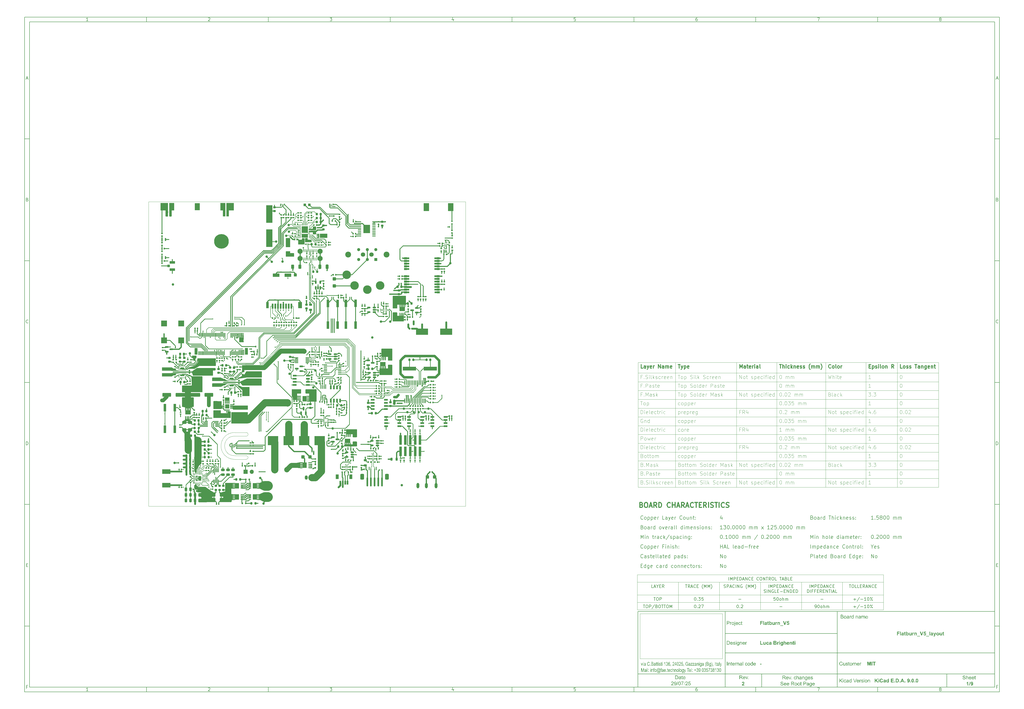
<source format=gbr>
%TF.GenerationSoftware,KiCad,Pcbnew,9.0.0*%
%TF.CreationDate,2025-07-29T08:56:10+02:00*%
%TF.ProjectId,Flatburn_V5,466c6174-6275-4726-9e5f-56352e6b6963,2*%
%TF.SameCoordinates,Original*%
%TF.FileFunction,Copper,L1,Top*%
%TF.FilePolarity,Positive*%
%FSLAX46Y46*%
G04 Gerber Fmt 4.6, Leading zero omitted, Abs format (unit mm)*
G04 Created by KiCad (PCBNEW 9.0.0) date 2025-07-29 08:56:10*
%MOMM*%
%LPD*%
G01*
G04 APERTURE LIST*
G04 Aperture macros list*
%AMRoundRect*
0 Rectangle with rounded corners*
0 $1 Rounding radius*
0 $2 $3 $4 $5 $6 $7 $8 $9 X,Y pos of 4 corners*
0 Add a 4 corners polygon primitive as box body*
4,1,4,$2,$3,$4,$5,$6,$7,$8,$9,$2,$3,0*
0 Add four circle primitives for the rounded corners*
1,1,$1+$1,$2,$3*
1,1,$1+$1,$4,$5*
1,1,$1+$1,$6,$7*
1,1,$1+$1,$8,$9*
0 Add four rect primitives between the rounded corners*
20,1,$1+$1,$2,$3,$4,$5,0*
20,1,$1+$1,$4,$5,$6,$7,0*
20,1,$1+$1,$6,$7,$8,$9,0*
20,1,$1+$1,$8,$9,$2,$3,0*%
%AMFreePoly0*
4,1,17,1.503536,1.503536,1.505000,1.500000,1.505000,-4.000000,1.503536,-4.003536,1.500000,-4.005000,0.500000,-4.005000,0.496464,-4.003536,0.495000,-4.000000,0.495000,-1.505000,-1.500000,-1.505000,-1.503536,-1.503536,-1.505000,-1.500000,-1.505000,1.500000,-1.503536,1.503536,-1.500000,1.505000,1.500000,1.505000,1.503536,1.503536,1.503536,1.503536,$1*%
%AMFreePoly1*
4,1,17,1.003536,1.503536,1.005000,1.500000,1.005000,-1.500000,1.003536,-1.503536,1.000000,-1.505000,0.005000,-1.505000,0.005000,-4.000000,0.003536,-4.003536,0.000000,-4.005000,-1.000000,-4.005000,-1.003536,-4.003536,-1.005000,-4.000000,-1.005000,1.500000,-1.003536,1.503536,-1.000000,1.505000,1.000000,1.505000,1.003536,1.503536,1.003536,1.503536,$1*%
%AMFreePoly2*
4,1,17,1.003536,1.503536,1.005000,1.500000,1.005000,-4.000000,1.003536,-4.003536,1.000000,-4.005000,0.000000,-4.005000,-0.003536,-4.003536,-0.005000,-4.000000,-0.005000,-1.505000,-1.000000,-1.505000,-1.003536,-1.503536,-1.005000,-1.500000,-1.005000,1.500000,-1.003536,1.503536,-1.000000,1.505000,1.000000,1.505000,1.003536,1.503536,1.003536,1.503536,$1*%
%AMFreePoly3*
4,1,17,1.503536,1.503536,1.505000,1.500000,1.505000,-1.500000,1.503536,-1.503536,1.500000,-1.505000,-0.495000,-1.505000,-0.495000,-4.000000,-0.496464,-4.003536,-0.500000,-4.005000,-1.500000,-4.005000,-1.503536,-4.003536,-1.505000,-4.000000,-1.505000,1.500000,-1.503536,1.503536,-1.500000,1.505000,1.500000,1.505000,1.503536,1.503536,1.503536,1.503536,$1*%
%AMFreePoly4*
4,1,9,0.616500,0.298453,1.511850,0.298453,1.511850,-0.298447,0.616500,-0.298447,0.616500,-0.400047,-0.590000,-0.400047,-0.590000,0.400053,0.616500,0.400053,0.616500,0.298453,0.616500,0.298453,$1*%
%AMFreePoly5*
4,1,9,0.603250,0.298450,1.498600,0.298450,1.498600,-0.298450,0.603250,-0.298450,0.603250,-0.400050,-0.603250,-0.400050,-0.603250,0.400050,0.603250,0.400050,0.603250,0.298450,0.603250,0.298450,$1*%
%AMFreePoly6*
4,1,9,0.603250,0.298449,1.498600,0.298449,1.498600,-0.298451,0.603250,-0.298451,0.603250,-0.400001,-0.603250,-0.400001,-0.603250,0.400049,0.603250,0.400049,0.603250,0.298449,0.603250,0.298449,$1*%
%AMFreePoly7*
4,1,9,0.603250,-0.400050,-0.603250,-0.400050,-0.603250,-0.298450,-1.498600,-0.298450,-1.498600,0.298450,-0.603250,0.298450,-0.603250,0.400050,0.603250,0.400050,0.603250,-0.400050,0.603250,-0.400050,$1*%
%AMFreePoly8*
4,1,9,0.603250,-0.400001,-0.603250,-0.400001,-0.603250,-0.298450,-1.498600,-0.298450,-1.498600,0.298450,-0.603250,0.298450,-0.603250,0.400050,0.603250,0.400050,0.603250,-0.400001,0.603250,-0.400001,$1*%
G04 Aperture macros list end*
%ADD10C,0.100000*%
%ADD11C,0.150000*%
%TA.AperFunction,SMDPad,CuDef*%
%ADD12RoundRect,0.150000X0.200000X-0.150000X0.200000X0.150000X-0.200000X0.150000X-0.200000X-0.150000X0*%
%TD*%
%TA.AperFunction,SMDPad,CuDef*%
%ADD13RoundRect,0.140000X-0.170000X0.140000X-0.170000X-0.140000X0.170000X-0.140000X0.170000X0.140000X0*%
%TD*%
%TA.AperFunction,SMDPad,CuDef*%
%ADD14RoundRect,0.225000X0.250000X-0.225000X0.250000X0.225000X-0.250000X0.225000X-0.250000X-0.225000X0*%
%TD*%
%TA.AperFunction,SMDPad,CuDef*%
%ADD15C,1.000000*%
%TD*%
%TA.AperFunction,SMDPad,CuDef*%
%ADD16RoundRect,0.135000X-0.135000X-0.185000X0.135000X-0.185000X0.135000X0.185000X-0.135000X0.185000X0*%
%TD*%
%TA.AperFunction,SMDPad,CuDef*%
%ADD17RoundRect,0.150000X-0.587500X-0.150000X0.587500X-0.150000X0.587500X0.150000X-0.587500X0.150000X0*%
%TD*%
%TA.AperFunction,SMDPad,CuDef*%
%ADD18RoundRect,0.218750X-0.381250X0.218750X-0.381250X-0.218750X0.381250X-0.218750X0.381250X0.218750X0*%
%TD*%
%TA.AperFunction,SMDPad,CuDef*%
%ADD19RoundRect,0.225000X-0.225000X-0.250000X0.225000X-0.250000X0.225000X0.250000X-0.225000X0.250000X0*%
%TD*%
%TA.AperFunction,SMDPad,CuDef*%
%ADD20RoundRect,0.200000X0.275000X-0.200000X0.275000X0.200000X-0.275000X0.200000X-0.275000X-0.200000X0*%
%TD*%
%TA.AperFunction,SMDPad,CuDef*%
%ADD21RoundRect,0.135000X-0.185000X0.135000X-0.185000X-0.135000X0.185000X-0.135000X0.185000X0.135000X0*%
%TD*%
%TA.AperFunction,SMDPad,CuDef*%
%ADD22RoundRect,0.250000X0.400000X0.450000X-0.400000X0.450000X-0.400000X-0.450000X0.400000X-0.450000X0*%
%TD*%
%TA.AperFunction,SMDPad,CuDef*%
%ADD23RoundRect,0.140000X-0.140000X-0.170000X0.140000X-0.170000X0.140000X0.170000X-0.140000X0.170000X0*%
%TD*%
%TA.AperFunction,SMDPad,CuDef*%
%ADD24RoundRect,0.250000X0.625000X-0.312500X0.625000X0.312500X-0.625000X0.312500X-0.625000X-0.312500X0*%
%TD*%
%TA.AperFunction,SMDPad,CuDef*%
%ADD25RoundRect,0.140000X0.140000X0.170000X-0.140000X0.170000X-0.140000X-0.170000X0.140000X-0.170000X0*%
%TD*%
%TA.AperFunction,SMDPad,CuDef*%
%ADD26RoundRect,0.135000X0.185000X-0.135000X0.185000X0.135000X-0.185000X0.135000X-0.185000X-0.135000X0*%
%TD*%
%TA.AperFunction,SMDPad,CuDef*%
%ADD27RoundRect,0.250000X0.250000X0.475000X-0.250000X0.475000X-0.250000X-0.475000X0.250000X-0.475000X0*%
%TD*%
%TA.AperFunction,SMDPad,CuDef*%
%ADD28RoundRect,0.225000X-0.250000X0.225000X-0.250000X-0.225000X0.250000X-0.225000X0.250000X0.225000X0*%
%TD*%
%TA.AperFunction,SMDPad,CuDef*%
%ADD29RoundRect,0.140000X0.170000X-0.140000X0.170000X0.140000X-0.170000X0.140000X-0.170000X-0.140000X0*%
%TD*%
%TA.AperFunction,SMDPad,CuDef*%
%ADD30RoundRect,0.250000X-0.625000X0.312500X-0.625000X-0.312500X0.625000X-0.312500X0.625000X0.312500X0*%
%TD*%
%TA.AperFunction,SMDPad,CuDef*%
%ADD31R,0.400000X0.700000*%
%TD*%
%TA.AperFunction,SMDPad,CuDef*%
%ADD32RoundRect,0.150000X0.587500X0.150000X-0.587500X0.150000X-0.587500X-0.150000X0.587500X-0.150000X0*%
%TD*%
%TA.AperFunction,SMDPad,CuDef*%
%ADD33R,4.900000X2.500000*%
%TD*%
%TA.AperFunction,SMDPad,CuDef*%
%ADD34R,0.199999X0.750000*%
%TD*%
%TA.AperFunction,SMDPad,CuDef*%
%ADD35R,0.699998X0.199999*%
%TD*%
%TA.AperFunction,SMDPad,CuDef*%
%ADD36R,0.200000X0.599999*%
%TD*%
%TA.AperFunction,SMDPad,CuDef*%
%ADD37R,0.199996X0.700000*%
%TD*%
%TA.AperFunction,SMDPad,CuDef*%
%ADD38R,0.700000X0.200000*%
%TD*%
%TA.AperFunction,SMDPad,CuDef*%
%ADD39R,0.599999X0.200000*%
%TD*%
%TA.AperFunction,SMDPad,CuDef*%
%ADD40R,0.699999X0.200000*%
%TD*%
%TA.AperFunction,SMDPad,CuDef*%
%ADD41R,0.199999X0.699998*%
%TD*%
%TA.AperFunction,SMDPad,CuDef*%
%ADD42R,0.200000X0.700001*%
%TD*%
%TA.AperFunction,SMDPad,CuDef*%
%ADD43R,0.200000X0.650001*%
%TD*%
%TA.AperFunction,SMDPad,CuDef*%
%ADD44R,0.200000X0.680001*%
%TD*%
%TA.AperFunction,SMDPad,CuDef*%
%ADD45R,0.699998X0.200000*%
%TD*%
%TA.AperFunction,SMDPad,CuDef*%
%ADD46R,0.199998X0.749998*%
%TD*%
%TA.AperFunction,SMDPad,CuDef*%
%ADD47R,1.000000X0.200000*%
%TD*%
%TA.AperFunction,SMDPad,CuDef*%
%ADD48R,0.950001X0.200000*%
%TD*%
%TA.AperFunction,SMDPad,CuDef*%
%ADD49R,0.300000X0.700000*%
%TD*%
%TA.AperFunction,SMDPad,CuDef*%
%ADD50R,0.250000X0.500000*%
%TD*%
%TA.AperFunction,SMDPad,CuDef*%
%ADD51RoundRect,0.200000X-0.200000X-0.275000X0.200000X-0.275000X0.200000X0.275000X-0.200000X0.275000X0*%
%TD*%
%TA.AperFunction,SMDPad,CuDef*%
%ADD52RoundRect,0.250000X0.475000X-0.250000X0.475000X0.250000X-0.475000X0.250000X-0.475000X-0.250000X0*%
%TD*%
%TA.AperFunction,ComponentPad*%
%ADD53C,3.500000*%
%TD*%
%TA.AperFunction,SMDPad,CuDef*%
%ADD54R,1.475000X0.450000*%
%TD*%
%TA.AperFunction,SMDPad,CuDef*%
%ADD55R,0.405000X0.990000*%
%TD*%
%TA.AperFunction,SMDPad,CuDef*%
%ADD56R,0.077000X0.250000*%
%TD*%
%TA.AperFunction,SMDPad,CuDef*%
%ADD57R,0.405000X0.510000*%
%TD*%
%TA.AperFunction,SMDPad,CuDef*%
%ADD58R,2.235000X1.725000*%
%TD*%
%TA.AperFunction,SMDPad,CuDef*%
%ADD59R,5.500000X1.500000*%
%TD*%
%TA.AperFunction,SMDPad,CuDef*%
%ADD60RoundRect,0.250000X-0.475000X0.250000X-0.475000X-0.250000X0.475000X-0.250000X0.475000X0.250000X0*%
%TD*%
%TA.AperFunction,SMDPad,CuDef*%
%ADD61RoundRect,0.135000X0.135000X0.185000X-0.135000X0.185000X-0.135000X-0.185000X0.135000X-0.185000X0*%
%TD*%
%TA.AperFunction,SMDPad,CuDef*%
%ADD62R,0.750000X0.190000*%
%TD*%
%TA.AperFunction,SMDPad,CuDef*%
%ADD63RoundRect,0.112500X-0.112500X-0.237500X0.112500X-0.237500X0.112500X0.237500X-0.112500X0.237500X0*%
%TD*%
%TA.AperFunction,SMDPad,CuDef*%
%ADD64R,0.450000X1.425000*%
%TD*%
%TA.AperFunction,SMDPad,CuDef*%
%ADD65RoundRect,0.218750X0.256250X-0.218750X0.256250X0.218750X-0.256250X0.218750X-0.256250X-0.218750X0*%
%TD*%
%TA.AperFunction,SMDPad,CuDef*%
%ADD66RoundRect,0.225000X0.225000X0.250000X-0.225000X0.250000X-0.225000X-0.250000X0.225000X-0.250000X0*%
%TD*%
%TA.AperFunction,SMDPad,CuDef*%
%ADD67R,2.200000X3.200000*%
%TD*%
%TA.AperFunction,SMDPad,CuDef*%
%ADD68RoundRect,0.150000X0.150000X-0.587500X0.150000X0.587500X-0.150000X0.587500X-0.150000X-0.587500X0*%
%TD*%
%TA.AperFunction,SMDPad,CuDef*%
%ADD69RoundRect,0.250000X-1.500000X-0.550000X1.500000X-0.550000X1.500000X0.550000X-1.500000X0.550000X0*%
%TD*%
%TA.AperFunction,SMDPad,CuDef*%
%ADD70RoundRect,0.250000X-0.450000X0.400000X-0.450000X-0.400000X0.450000X-0.400000X0.450000X0.400000X0*%
%TD*%
%TA.AperFunction,SMDPad,CuDef*%
%ADD71R,0.270000X1.300000*%
%TD*%
%TA.AperFunction,ComponentPad*%
%ADD72C,2.100000*%
%TD*%
%TA.AperFunction,SMDPad,CuDef*%
%ADD73R,1.050000X1.050000*%
%TD*%
%TA.AperFunction,SMDPad,CuDef*%
%ADD74R,2.200000X1.050000*%
%TD*%
%TA.AperFunction,SMDPad,CuDef*%
%ADD75R,1.500000X0.650000*%
%TD*%
%TA.AperFunction,SMDPad,CuDef*%
%ADD76R,0.540000X0.560000*%
%TD*%
%TA.AperFunction,SMDPad,CuDef*%
%ADD77R,0.990000X0.405000*%
%TD*%
%TA.AperFunction,SMDPad,CuDef*%
%ADD78R,0.250000X0.077000*%
%TD*%
%TA.AperFunction,SMDPad,CuDef*%
%ADD79R,0.510000X0.405000*%
%TD*%
%TA.AperFunction,SMDPad,CuDef*%
%ADD80R,1.725000X2.235000*%
%TD*%
%TA.AperFunction,SMDPad,CuDef*%
%ADD81R,1.400000X0.300000*%
%TD*%
%TA.AperFunction,SMDPad,CuDef*%
%ADD82R,0.700000X0.400000*%
%TD*%
%TA.AperFunction,SMDPad,CuDef*%
%ADD83R,4.240000X3.810000*%
%TD*%
%TA.AperFunction,SMDPad,CuDef*%
%ADD84R,3.400000X0.980000*%
%TD*%
%TA.AperFunction,SMDPad,CuDef*%
%ADD85RoundRect,0.056250X-0.188750X-0.168750X0.188750X-0.168750X0.188750X0.168750X-0.188750X0.168750X0*%
%TD*%
%TA.AperFunction,SMDPad,CuDef*%
%ADD86R,0.190000X0.750000*%
%TD*%
%TA.AperFunction,SMDPad,CuDef*%
%ADD87RoundRect,0.250001X-0.499999X-0.899999X0.499999X-0.899999X0.499999X0.899999X-0.499999X0.899999X0*%
%TD*%
%TA.AperFunction,SMDPad,CuDef*%
%ADD88RoundRect,0.175000X-0.175000X-1.675000X0.175000X-1.675000X0.175000X1.675000X-0.175000X1.675000X0*%
%TD*%
%TA.AperFunction,SMDPad,CuDef*%
%ADD89RoundRect,0.150000X0.512500X0.150000X-0.512500X0.150000X-0.512500X-0.150000X0.512500X-0.150000X0*%
%TD*%
%TA.AperFunction,SMDPad,CuDef*%
%ADD90R,0.700000X2.000000*%
%TD*%
%TA.AperFunction,SMDPad,CuDef*%
%ADD91R,2.700000X1.400000*%
%TD*%
%TA.AperFunction,SMDPad,CuDef*%
%ADD92R,1.000000X2.600000*%
%TD*%
%TA.AperFunction,SMDPad,CuDef*%
%ADD93R,1.200000X1.200000*%
%TD*%
%TA.AperFunction,SMDPad,CuDef*%
%ADD94R,1.500000X2.600000*%
%TD*%
%TA.AperFunction,ComponentPad*%
%ADD95R,1.700000X1.700000*%
%TD*%
%TA.AperFunction,ComponentPad*%
%ADD96O,1.700000X1.700000*%
%TD*%
%TA.AperFunction,SMDPad,CuDef*%
%ADD97R,0.650000X1.500000*%
%TD*%
%TA.AperFunction,SMDPad,CuDef*%
%ADD98R,0.200000X0.550000*%
%TD*%
%TA.AperFunction,SMDPad,CuDef*%
%ADD99R,0.550000X0.200000*%
%TD*%
%TA.AperFunction,SMDPad,CuDef*%
%ADD100R,0.200000X0.350000*%
%TD*%
%TA.AperFunction,SMDPad,CuDef*%
%ADD101R,0.350000X0.200000*%
%TD*%
%TA.AperFunction,SMDPad,CuDef*%
%ADD102R,2.650000X2.720000*%
%TD*%
%TA.AperFunction,SMDPad,CuDef*%
%ADD103R,2.650000X1.530000*%
%TD*%
%TA.AperFunction,SMDPad,CuDef*%
%ADD104R,1.100000X0.200000*%
%TD*%
%TA.AperFunction,SMDPad,CuDef*%
%ADD105R,0.200000X0.600000*%
%TD*%
%TA.AperFunction,SMDPad,CuDef*%
%ADD106FreePoly0,0.000000*%
%TD*%
%TA.AperFunction,SMDPad,CuDef*%
%ADD107FreePoly1,0.000000*%
%TD*%
%TA.AperFunction,SMDPad,CuDef*%
%ADD108R,2.000000X3.000000*%
%TD*%
%TA.AperFunction,SMDPad,CuDef*%
%ADD109FreePoly2,0.000000*%
%TD*%
%TA.AperFunction,SMDPad,CuDef*%
%ADD110FreePoly3,0.000000*%
%TD*%
%TA.AperFunction,SMDPad,CuDef*%
%ADD111R,0.600000X0.350000*%
%TD*%
%TA.AperFunction,SMDPad,CuDef*%
%ADD112R,1.100000X1.700000*%
%TD*%
%TA.AperFunction,ComponentPad*%
%ADD113O,1.108000X2.216000*%
%TD*%
%TA.AperFunction,SMDPad,CuDef*%
%ADD114R,1.020000X3.900000*%
%TD*%
%TA.AperFunction,ComponentPad*%
%ADD115R,2.175000X2.175000*%
%TD*%
%TA.AperFunction,ComponentPad*%
%ADD116C,2.175000*%
%TD*%
%TA.AperFunction,SMDPad,CuDef*%
%ADD117RoundRect,0.125000X-0.125000X-0.125000X0.125000X-0.125000X0.125000X0.125000X-0.125000X0.125000X0*%
%TD*%
%TA.AperFunction,SMDPad,CuDef*%
%ADD118R,3.400000X1.850000*%
%TD*%
%TA.AperFunction,SMDPad,CuDef*%
%ADD119RoundRect,0.250000X-0.325000X-0.650000X0.325000X-0.650000X0.325000X0.650000X-0.325000X0.650000X0*%
%TD*%
%TA.AperFunction,SMDPad,CuDef*%
%ADD120RoundRect,0.150000X0.150000X0.200000X-0.150000X0.200000X-0.150000X-0.200000X0.150000X-0.200000X0*%
%TD*%
%TA.AperFunction,SMDPad,CuDef*%
%ADD121RoundRect,0.250000X0.312500X0.625000X-0.312500X0.625000X-0.312500X-0.625000X0.312500X-0.625000X0*%
%TD*%
%TA.AperFunction,SMDPad,CuDef*%
%ADD122R,2.489200X2.489200*%
%TD*%
%TA.AperFunction,SMDPad,CuDef*%
%ADD123R,0.410000X0.660000*%
%TD*%
%TA.AperFunction,SMDPad,CuDef*%
%ADD124R,0.250000X0.600000*%
%TD*%
%TA.AperFunction,SMDPad,CuDef*%
%ADD125R,0.650000X0.250000*%
%TD*%
%TA.AperFunction,SMDPad,CuDef*%
%ADD126R,0.600000X0.250000*%
%TD*%
%TA.AperFunction,SMDPad,CuDef*%
%ADD127R,3.400000X0.250000*%
%TD*%
%TA.AperFunction,SMDPad,CuDef*%
%ADD128R,0.525000X0.250000*%
%TD*%
%TA.AperFunction,SMDPad,CuDef*%
%ADD129R,2.350000X0.330000*%
%TD*%
%TA.AperFunction,ComponentPad*%
%ADD130RoundRect,0.250000X0.350000X0.625000X-0.350000X0.625000X-0.350000X-0.625000X0.350000X-0.625000X0*%
%TD*%
%TA.AperFunction,ComponentPad*%
%ADD131O,1.200000X1.750000*%
%TD*%
%TA.AperFunction,SMDPad,CuDef*%
%ADD132R,0.270000X0.345000*%
%TD*%
%TA.AperFunction,SMDPad,CuDef*%
%ADD133RoundRect,0.075000X-0.075000X0.175000X-0.075000X-0.175000X0.075000X-0.175000X0.075000X0.175000X0*%
%TD*%
%TA.AperFunction,SMDPad,CuDef*%
%ADD134RoundRect,0.200000X0.200000X0.275000X-0.200000X0.275000X-0.200000X-0.275000X0.200000X-0.275000X0*%
%TD*%
%TA.AperFunction,SMDPad,CuDef*%
%ADD135RoundRect,0.218750X0.218750X0.381250X-0.218750X0.381250X-0.218750X-0.381250X0.218750X-0.381250X0*%
%TD*%
%TA.AperFunction,SMDPad,CuDef*%
%ADD136R,1.000000X3.100000*%
%TD*%
%TA.AperFunction,SMDPad,CuDef*%
%ADD137R,0.660000X0.410000*%
%TD*%
%TA.AperFunction,SMDPad,CuDef*%
%ADD138RoundRect,0.250000X1.500000X0.550000X-1.500000X0.550000X-1.500000X-0.550000X1.500000X-0.550000X0*%
%TD*%
%TA.AperFunction,ComponentPad*%
%ADD139C,2.400000*%
%TD*%
%TA.AperFunction,ComponentPad*%
%ADD140C,1.800000*%
%TD*%
%TA.AperFunction,ComponentPad*%
%ADD141R,1.300000X1.300000*%
%TD*%
%TA.AperFunction,ComponentPad*%
%ADD142C,1.300000*%
%TD*%
%TA.AperFunction,SMDPad,CuDef*%
%ADD143RoundRect,0.250000X1.000000X-1.500000X1.000000X1.500000X-1.000000X1.500000X-1.000000X-1.500000X0*%
%TD*%
%TA.AperFunction,SMDPad,CuDef*%
%ADD144R,2.750000X3.430000*%
%TD*%
%TA.AperFunction,SMDPad,CuDef*%
%ADD145RoundRect,0.150000X-0.150000X-0.200000X0.150000X-0.200000X0.150000X0.200000X-0.150000X0.200000X0*%
%TD*%
%TA.AperFunction,SMDPad,CuDef*%
%ADD146R,1.000000X1.000000*%
%TD*%
%TA.AperFunction,SMDPad,CuDef*%
%ADD147R,0.450000X1.850000*%
%TD*%
%TA.AperFunction,ComponentPad*%
%ADD148C,6.000000*%
%TD*%
%TA.AperFunction,SMDPad,CuDef*%
%ADD149R,0.250000X0.250000*%
%TD*%
%TA.AperFunction,SMDPad,CuDef*%
%ADD150R,0.300000X1.550000*%
%TD*%
%TA.AperFunction,SMDPad,CuDef*%
%ADD151R,1.200000X2.750000*%
%TD*%
%TA.AperFunction,SMDPad,CuDef*%
%ADD152FreePoly4,180.000000*%
%TD*%
%TA.AperFunction,SMDPad,CuDef*%
%ADD153FreePoly5,180.000000*%
%TD*%
%TA.AperFunction,SMDPad,CuDef*%
%ADD154FreePoly6,180.000000*%
%TD*%
%TA.AperFunction,SMDPad,CuDef*%
%ADD155FreePoly7,180.000000*%
%TD*%
%TA.AperFunction,SMDPad,CuDef*%
%ADD156FreePoly8,180.000000*%
%TD*%
%TA.AperFunction,SMDPad,CuDef*%
%ADD157R,0.800000X0.300000*%
%TD*%
%TA.AperFunction,SMDPad,CuDef*%
%ADD158R,0.300000X0.800000*%
%TD*%
%TA.AperFunction,SMDPad,CuDef*%
%ADD159R,1.700000X1.700000*%
%TD*%
%TA.AperFunction,SMDPad,CuDef*%
%ADD160R,0.300000X0.550000*%
%TD*%
%TA.AperFunction,SMDPad,CuDef*%
%ADD161R,1.295400X1.905000*%
%TD*%
%TA.AperFunction,SMDPad,CuDef*%
%ADD162R,0.660400X1.549400*%
%TD*%
%TA.AperFunction,SMDPad,CuDef*%
%ADD163R,0.570000X1.150000*%
%TD*%
%TA.AperFunction,SMDPad,CuDef*%
%ADD164R,0.376600X0.304800*%
%TD*%
%TA.AperFunction,SMDPad,CuDef*%
%ADD165R,0.304800X0.376600*%
%TD*%
%TA.AperFunction,SMDPad,CuDef*%
%ADD166R,0.300000X1.400000*%
%TD*%
%TA.AperFunction,SMDPad,CuDef*%
%ADD167RoundRect,0.150000X0.150000X-0.512500X0.150000X0.512500X-0.150000X0.512500X-0.150000X-0.512500X0*%
%TD*%
%TA.AperFunction,SMDPad,CuDef*%
%ADD168RoundRect,0.250000X-0.312500X-0.625000X0.312500X-0.625000X0.312500X0.625000X-0.312500X0.625000X0*%
%TD*%
%TA.AperFunction,SMDPad,CuDef*%
%ADD169R,0.650000X0.350000*%
%TD*%
%TA.AperFunction,ViaPad*%
%ADD170C,0.600000*%
%TD*%
%TA.AperFunction,ViaPad*%
%ADD171C,0.400000*%
%TD*%
%TA.AperFunction,Conductor*%
%ADD172C,0.350000*%
%TD*%
%TA.AperFunction,Conductor*%
%ADD173C,0.500000*%
%TD*%
%TA.AperFunction,Conductor*%
%ADD174C,0.300000*%
%TD*%
%TA.AperFunction,Conductor*%
%ADD175C,0.200000*%
%TD*%
%TA.AperFunction,Conductor*%
%ADD176C,0.100000*%
%TD*%
%TA.AperFunction,Conductor*%
%ADD177C,0.220000*%
%TD*%
%TA.AperFunction,Conductor*%
%ADD178C,0.400000*%
%TD*%
%TA.AperFunction,Conductor*%
%ADD179C,3.000000*%
%TD*%
%TA.AperFunction,Conductor*%
%ADD180C,4.000000*%
%TD*%
%TA.AperFunction,Conductor*%
%ADD181C,0.800000*%
%TD*%
%TA.AperFunction,Conductor*%
%ADD182C,1.500000*%
%TD*%
%TA.AperFunction,Conductor*%
%ADD183C,0.254000*%
%TD*%
%TA.AperFunction,Conductor*%
%ADD184C,0.250000*%
%TD*%
%TA.AperFunction,Conductor*%
%ADD185C,0.150000*%
%TD*%
%TA.AperFunction,Conductor*%
%ADD186C,0.270000*%
%TD*%
%TA.AperFunction,Conductor*%
%ADD187C,1.000000*%
%TD*%
%TA.AperFunction,Conductor*%
%ADD188C,0.203200*%
%TD*%
%TA.AperFunction,Conductor*%
%ADD189C,0.232000*%
%TD*%
%TA.AperFunction,Conductor*%
%ADD190C,0.700000*%
%TD*%
%TA.AperFunction,Conductor*%
%ADD191C,2.000000*%
%TD*%
%TA.AperFunction,Conductor*%
%ADD192C,0.240000*%
%TD*%
%ADD193C,0.200000*%
%ADD194C,0.400000*%
%ADD195C,0.300000*%
%ADD196C,0.158750*%
%TA.AperFunction,Profile*%
%ADD197C,0.050000*%
%TD*%
G04 APERTURE END LIST*
D10*
X262466667Y-254931334D02*
X262466667Y-273388667D01*
X296333333Y-273388667D01*
X296333333Y-254931334D01*
X262466667Y-254931334D01*
D11*
X10000000Y-10000000D02*
X409989000Y-10000000D01*
X409989000Y-287002200D01*
X10000000Y-287002200D01*
X10000000Y-10000000D01*
D10*
D11*
X12000000Y-12000000D02*
X407989000Y-12000000D01*
X407989000Y-285002200D01*
X12000000Y-285002200D01*
X12000000Y-12000000D01*
D10*
D11*
X60000000Y-12000000D02*
X60000000Y-10000000D01*
D10*
D11*
X110000000Y-12000000D02*
X110000000Y-10000000D01*
D10*
D11*
X160000000Y-12000000D02*
X160000000Y-10000000D01*
D10*
D11*
X210000000Y-12000000D02*
X210000000Y-10000000D01*
D10*
D11*
X260000000Y-12000000D02*
X260000000Y-10000000D01*
D10*
D11*
X310000000Y-12000000D02*
X310000000Y-10000000D01*
D10*
D11*
X360000000Y-12000000D02*
X360000000Y-10000000D01*
D10*
D11*
X36089160Y-11593604D02*
X35346303Y-11593604D01*
X35717731Y-11593604D02*
X35717731Y-10293604D01*
X35717731Y-10293604D02*
X35593922Y-10479319D01*
X35593922Y-10479319D02*
X35470112Y-10603128D01*
X35470112Y-10603128D02*
X35346303Y-10665033D01*
D10*
D11*
X85346303Y-10417414D02*
X85408207Y-10355509D01*
X85408207Y-10355509D02*
X85532017Y-10293604D01*
X85532017Y-10293604D02*
X85841541Y-10293604D01*
X85841541Y-10293604D02*
X85965350Y-10355509D01*
X85965350Y-10355509D02*
X86027255Y-10417414D01*
X86027255Y-10417414D02*
X86089160Y-10541223D01*
X86089160Y-10541223D02*
X86089160Y-10665033D01*
X86089160Y-10665033D02*
X86027255Y-10850747D01*
X86027255Y-10850747D02*
X85284398Y-11593604D01*
X85284398Y-11593604D02*
X86089160Y-11593604D01*
D10*
D11*
X135284398Y-10293604D02*
X136089160Y-10293604D01*
X136089160Y-10293604D02*
X135655826Y-10788842D01*
X135655826Y-10788842D02*
X135841541Y-10788842D01*
X135841541Y-10788842D02*
X135965350Y-10850747D01*
X135965350Y-10850747D02*
X136027255Y-10912652D01*
X136027255Y-10912652D02*
X136089160Y-11036461D01*
X136089160Y-11036461D02*
X136089160Y-11345985D01*
X136089160Y-11345985D02*
X136027255Y-11469795D01*
X136027255Y-11469795D02*
X135965350Y-11531700D01*
X135965350Y-11531700D02*
X135841541Y-11593604D01*
X135841541Y-11593604D02*
X135470112Y-11593604D01*
X135470112Y-11593604D02*
X135346303Y-11531700D01*
X135346303Y-11531700D02*
X135284398Y-11469795D01*
D10*
D11*
X185965350Y-10726938D02*
X185965350Y-11593604D01*
X185655826Y-10231700D02*
X185346303Y-11160271D01*
X185346303Y-11160271D02*
X186151064Y-11160271D01*
D10*
D11*
X236027255Y-10293604D02*
X235408207Y-10293604D01*
X235408207Y-10293604D02*
X235346303Y-10912652D01*
X235346303Y-10912652D02*
X235408207Y-10850747D01*
X235408207Y-10850747D02*
X235532017Y-10788842D01*
X235532017Y-10788842D02*
X235841541Y-10788842D01*
X235841541Y-10788842D02*
X235965350Y-10850747D01*
X235965350Y-10850747D02*
X236027255Y-10912652D01*
X236027255Y-10912652D02*
X236089160Y-11036461D01*
X236089160Y-11036461D02*
X236089160Y-11345985D01*
X236089160Y-11345985D02*
X236027255Y-11469795D01*
X236027255Y-11469795D02*
X235965350Y-11531700D01*
X235965350Y-11531700D02*
X235841541Y-11593604D01*
X235841541Y-11593604D02*
X235532017Y-11593604D01*
X235532017Y-11593604D02*
X235408207Y-11531700D01*
X235408207Y-11531700D02*
X235346303Y-11469795D01*
D10*
D11*
X285965350Y-10293604D02*
X285717731Y-10293604D01*
X285717731Y-10293604D02*
X285593922Y-10355509D01*
X285593922Y-10355509D02*
X285532017Y-10417414D01*
X285532017Y-10417414D02*
X285408207Y-10603128D01*
X285408207Y-10603128D02*
X285346303Y-10850747D01*
X285346303Y-10850747D02*
X285346303Y-11345985D01*
X285346303Y-11345985D02*
X285408207Y-11469795D01*
X285408207Y-11469795D02*
X285470112Y-11531700D01*
X285470112Y-11531700D02*
X285593922Y-11593604D01*
X285593922Y-11593604D02*
X285841541Y-11593604D01*
X285841541Y-11593604D02*
X285965350Y-11531700D01*
X285965350Y-11531700D02*
X286027255Y-11469795D01*
X286027255Y-11469795D02*
X286089160Y-11345985D01*
X286089160Y-11345985D02*
X286089160Y-11036461D01*
X286089160Y-11036461D02*
X286027255Y-10912652D01*
X286027255Y-10912652D02*
X285965350Y-10850747D01*
X285965350Y-10850747D02*
X285841541Y-10788842D01*
X285841541Y-10788842D02*
X285593922Y-10788842D01*
X285593922Y-10788842D02*
X285470112Y-10850747D01*
X285470112Y-10850747D02*
X285408207Y-10912652D01*
X285408207Y-10912652D02*
X285346303Y-11036461D01*
D10*
D11*
X335284398Y-10293604D02*
X336151064Y-10293604D01*
X336151064Y-10293604D02*
X335593922Y-11593604D01*
D10*
D11*
X385593922Y-10850747D02*
X385470112Y-10788842D01*
X385470112Y-10788842D02*
X385408207Y-10726938D01*
X385408207Y-10726938D02*
X385346303Y-10603128D01*
X385346303Y-10603128D02*
X385346303Y-10541223D01*
X385346303Y-10541223D02*
X385408207Y-10417414D01*
X385408207Y-10417414D02*
X385470112Y-10355509D01*
X385470112Y-10355509D02*
X385593922Y-10293604D01*
X385593922Y-10293604D02*
X385841541Y-10293604D01*
X385841541Y-10293604D02*
X385965350Y-10355509D01*
X385965350Y-10355509D02*
X386027255Y-10417414D01*
X386027255Y-10417414D02*
X386089160Y-10541223D01*
X386089160Y-10541223D02*
X386089160Y-10603128D01*
X386089160Y-10603128D02*
X386027255Y-10726938D01*
X386027255Y-10726938D02*
X385965350Y-10788842D01*
X385965350Y-10788842D02*
X385841541Y-10850747D01*
X385841541Y-10850747D02*
X385593922Y-10850747D01*
X385593922Y-10850747D02*
X385470112Y-10912652D01*
X385470112Y-10912652D02*
X385408207Y-10974557D01*
X385408207Y-10974557D02*
X385346303Y-11098366D01*
X385346303Y-11098366D02*
X385346303Y-11345985D01*
X385346303Y-11345985D02*
X385408207Y-11469795D01*
X385408207Y-11469795D02*
X385470112Y-11531700D01*
X385470112Y-11531700D02*
X385593922Y-11593604D01*
X385593922Y-11593604D02*
X385841541Y-11593604D01*
X385841541Y-11593604D02*
X385965350Y-11531700D01*
X385965350Y-11531700D02*
X386027255Y-11469795D01*
X386027255Y-11469795D02*
X386089160Y-11345985D01*
X386089160Y-11345985D02*
X386089160Y-11098366D01*
X386089160Y-11098366D02*
X386027255Y-10974557D01*
X386027255Y-10974557D02*
X385965350Y-10912652D01*
X385965350Y-10912652D02*
X385841541Y-10850747D01*
D10*
D11*
X60000000Y-285002200D02*
X60000000Y-287002200D01*
D10*
D11*
X110000000Y-285002200D02*
X110000000Y-287002200D01*
D10*
D11*
X160000000Y-285002200D02*
X160000000Y-287002200D01*
D10*
D11*
X210000000Y-285002200D02*
X210000000Y-287002200D01*
D10*
D11*
X260000000Y-285002200D02*
X260000000Y-287002200D01*
D10*
D11*
X310000000Y-285002200D02*
X310000000Y-287002200D01*
D10*
D11*
X360000000Y-285002200D02*
X360000000Y-287002200D01*
D10*
D11*
X36089160Y-286595804D02*
X35346303Y-286595804D01*
X35717731Y-286595804D02*
X35717731Y-285295804D01*
X35717731Y-285295804D02*
X35593922Y-285481519D01*
X35593922Y-285481519D02*
X35470112Y-285605328D01*
X35470112Y-285605328D02*
X35346303Y-285667233D01*
D10*
D11*
X85346303Y-285419614D02*
X85408207Y-285357709D01*
X85408207Y-285357709D02*
X85532017Y-285295804D01*
X85532017Y-285295804D02*
X85841541Y-285295804D01*
X85841541Y-285295804D02*
X85965350Y-285357709D01*
X85965350Y-285357709D02*
X86027255Y-285419614D01*
X86027255Y-285419614D02*
X86089160Y-285543423D01*
X86089160Y-285543423D02*
X86089160Y-285667233D01*
X86089160Y-285667233D02*
X86027255Y-285852947D01*
X86027255Y-285852947D02*
X85284398Y-286595804D01*
X85284398Y-286595804D02*
X86089160Y-286595804D01*
D10*
D11*
X135284398Y-285295804D02*
X136089160Y-285295804D01*
X136089160Y-285295804D02*
X135655826Y-285791042D01*
X135655826Y-285791042D02*
X135841541Y-285791042D01*
X135841541Y-285791042D02*
X135965350Y-285852947D01*
X135965350Y-285852947D02*
X136027255Y-285914852D01*
X136027255Y-285914852D02*
X136089160Y-286038661D01*
X136089160Y-286038661D02*
X136089160Y-286348185D01*
X136089160Y-286348185D02*
X136027255Y-286471995D01*
X136027255Y-286471995D02*
X135965350Y-286533900D01*
X135965350Y-286533900D02*
X135841541Y-286595804D01*
X135841541Y-286595804D02*
X135470112Y-286595804D01*
X135470112Y-286595804D02*
X135346303Y-286533900D01*
X135346303Y-286533900D02*
X135284398Y-286471995D01*
D10*
D11*
X185965350Y-285729138D02*
X185965350Y-286595804D01*
X185655826Y-285233900D02*
X185346303Y-286162471D01*
X185346303Y-286162471D02*
X186151064Y-286162471D01*
D10*
D11*
X236027255Y-285295804D02*
X235408207Y-285295804D01*
X235408207Y-285295804D02*
X235346303Y-285914852D01*
X235346303Y-285914852D02*
X235408207Y-285852947D01*
X235408207Y-285852947D02*
X235532017Y-285791042D01*
X235532017Y-285791042D02*
X235841541Y-285791042D01*
X235841541Y-285791042D02*
X235965350Y-285852947D01*
X235965350Y-285852947D02*
X236027255Y-285914852D01*
X236027255Y-285914852D02*
X236089160Y-286038661D01*
X236089160Y-286038661D02*
X236089160Y-286348185D01*
X236089160Y-286348185D02*
X236027255Y-286471995D01*
X236027255Y-286471995D02*
X235965350Y-286533900D01*
X235965350Y-286533900D02*
X235841541Y-286595804D01*
X235841541Y-286595804D02*
X235532017Y-286595804D01*
X235532017Y-286595804D02*
X235408207Y-286533900D01*
X235408207Y-286533900D02*
X235346303Y-286471995D01*
D10*
D11*
X285965350Y-285295804D02*
X285717731Y-285295804D01*
X285717731Y-285295804D02*
X285593922Y-285357709D01*
X285593922Y-285357709D02*
X285532017Y-285419614D01*
X285532017Y-285419614D02*
X285408207Y-285605328D01*
X285408207Y-285605328D02*
X285346303Y-285852947D01*
X285346303Y-285852947D02*
X285346303Y-286348185D01*
X285346303Y-286348185D02*
X285408207Y-286471995D01*
X285408207Y-286471995D02*
X285470112Y-286533900D01*
X285470112Y-286533900D02*
X285593922Y-286595804D01*
X285593922Y-286595804D02*
X285841541Y-286595804D01*
X285841541Y-286595804D02*
X285965350Y-286533900D01*
X285965350Y-286533900D02*
X286027255Y-286471995D01*
X286027255Y-286471995D02*
X286089160Y-286348185D01*
X286089160Y-286348185D02*
X286089160Y-286038661D01*
X286089160Y-286038661D02*
X286027255Y-285914852D01*
X286027255Y-285914852D02*
X285965350Y-285852947D01*
X285965350Y-285852947D02*
X285841541Y-285791042D01*
X285841541Y-285791042D02*
X285593922Y-285791042D01*
X285593922Y-285791042D02*
X285470112Y-285852947D01*
X285470112Y-285852947D02*
X285408207Y-285914852D01*
X285408207Y-285914852D02*
X285346303Y-286038661D01*
D10*
D11*
X335284398Y-285295804D02*
X336151064Y-285295804D01*
X336151064Y-285295804D02*
X335593922Y-286595804D01*
D10*
D11*
X385593922Y-285852947D02*
X385470112Y-285791042D01*
X385470112Y-285791042D02*
X385408207Y-285729138D01*
X385408207Y-285729138D02*
X385346303Y-285605328D01*
X385346303Y-285605328D02*
X385346303Y-285543423D01*
X385346303Y-285543423D02*
X385408207Y-285419614D01*
X385408207Y-285419614D02*
X385470112Y-285357709D01*
X385470112Y-285357709D02*
X385593922Y-285295804D01*
X385593922Y-285295804D02*
X385841541Y-285295804D01*
X385841541Y-285295804D02*
X385965350Y-285357709D01*
X385965350Y-285357709D02*
X386027255Y-285419614D01*
X386027255Y-285419614D02*
X386089160Y-285543423D01*
X386089160Y-285543423D02*
X386089160Y-285605328D01*
X386089160Y-285605328D02*
X386027255Y-285729138D01*
X386027255Y-285729138D02*
X385965350Y-285791042D01*
X385965350Y-285791042D02*
X385841541Y-285852947D01*
X385841541Y-285852947D02*
X385593922Y-285852947D01*
X385593922Y-285852947D02*
X385470112Y-285914852D01*
X385470112Y-285914852D02*
X385408207Y-285976757D01*
X385408207Y-285976757D02*
X385346303Y-286100566D01*
X385346303Y-286100566D02*
X385346303Y-286348185D01*
X385346303Y-286348185D02*
X385408207Y-286471995D01*
X385408207Y-286471995D02*
X385470112Y-286533900D01*
X385470112Y-286533900D02*
X385593922Y-286595804D01*
X385593922Y-286595804D02*
X385841541Y-286595804D01*
X385841541Y-286595804D02*
X385965350Y-286533900D01*
X385965350Y-286533900D02*
X386027255Y-286471995D01*
X386027255Y-286471995D02*
X386089160Y-286348185D01*
X386089160Y-286348185D02*
X386089160Y-286100566D01*
X386089160Y-286100566D02*
X386027255Y-285976757D01*
X386027255Y-285976757D02*
X385965350Y-285914852D01*
X385965350Y-285914852D02*
X385841541Y-285852947D01*
D10*
D11*
X10000000Y-60000000D02*
X12000000Y-60000000D01*
D10*
D11*
X10000000Y-110000000D02*
X12000000Y-110000000D01*
D10*
D11*
X10000000Y-160000000D02*
X12000000Y-160000000D01*
D10*
D11*
X10000000Y-210000000D02*
X12000000Y-210000000D01*
D10*
D11*
X10000000Y-260000000D02*
X12000000Y-260000000D01*
D10*
D11*
X10690476Y-35222176D02*
X11309523Y-35222176D01*
X10566666Y-35593604D02*
X10999999Y-34293604D01*
X10999999Y-34293604D02*
X11433333Y-35593604D01*
D10*
D11*
X11092857Y-84912652D02*
X11278571Y-84974557D01*
X11278571Y-84974557D02*
X11340476Y-85036461D01*
X11340476Y-85036461D02*
X11402380Y-85160271D01*
X11402380Y-85160271D02*
X11402380Y-85345985D01*
X11402380Y-85345985D02*
X11340476Y-85469795D01*
X11340476Y-85469795D02*
X11278571Y-85531700D01*
X11278571Y-85531700D02*
X11154761Y-85593604D01*
X11154761Y-85593604D02*
X10659523Y-85593604D01*
X10659523Y-85593604D02*
X10659523Y-84293604D01*
X10659523Y-84293604D02*
X11092857Y-84293604D01*
X11092857Y-84293604D02*
X11216666Y-84355509D01*
X11216666Y-84355509D02*
X11278571Y-84417414D01*
X11278571Y-84417414D02*
X11340476Y-84541223D01*
X11340476Y-84541223D02*
X11340476Y-84665033D01*
X11340476Y-84665033D02*
X11278571Y-84788842D01*
X11278571Y-84788842D02*
X11216666Y-84850747D01*
X11216666Y-84850747D02*
X11092857Y-84912652D01*
X11092857Y-84912652D02*
X10659523Y-84912652D01*
D10*
D11*
X11402380Y-135469795D02*
X11340476Y-135531700D01*
X11340476Y-135531700D02*
X11154761Y-135593604D01*
X11154761Y-135593604D02*
X11030952Y-135593604D01*
X11030952Y-135593604D02*
X10845238Y-135531700D01*
X10845238Y-135531700D02*
X10721428Y-135407890D01*
X10721428Y-135407890D02*
X10659523Y-135284080D01*
X10659523Y-135284080D02*
X10597619Y-135036461D01*
X10597619Y-135036461D02*
X10597619Y-134850747D01*
X10597619Y-134850747D02*
X10659523Y-134603128D01*
X10659523Y-134603128D02*
X10721428Y-134479319D01*
X10721428Y-134479319D02*
X10845238Y-134355509D01*
X10845238Y-134355509D02*
X11030952Y-134293604D01*
X11030952Y-134293604D02*
X11154761Y-134293604D01*
X11154761Y-134293604D02*
X11340476Y-134355509D01*
X11340476Y-134355509D02*
X11402380Y-134417414D01*
D10*
D11*
X10659523Y-185593604D02*
X10659523Y-184293604D01*
X10659523Y-184293604D02*
X10969047Y-184293604D01*
X10969047Y-184293604D02*
X11154761Y-184355509D01*
X11154761Y-184355509D02*
X11278571Y-184479319D01*
X11278571Y-184479319D02*
X11340476Y-184603128D01*
X11340476Y-184603128D02*
X11402380Y-184850747D01*
X11402380Y-184850747D02*
X11402380Y-185036461D01*
X11402380Y-185036461D02*
X11340476Y-185284080D01*
X11340476Y-185284080D02*
X11278571Y-185407890D01*
X11278571Y-185407890D02*
X11154761Y-185531700D01*
X11154761Y-185531700D02*
X10969047Y-185593604D01*
X10969047Y-185593604D02*
X10659523Y-185593604D01*
D10*
D11*
X10721428Y-234912652D02*
X11154762Y-234912652D01*
X11340476Y-235593604D02*
X10721428Y-235593604D01*
X10721428Y-235593604D02*
X10721428Y-234293604D01*
X10721428Y-234293604D02*
X11340476Y-234293604D01*
D10*
D11*
X11185714Y-284912652D02*
X10752380Y-284912652D01*
X10752380Y-285593604D02*
X10752380Y-284293604D01*
X10752380Y-284293604D02*
X11371428Y-284293604D01*
D10*
D11*
X409989000Y-60000000D02*
X407989000Y-60000000D01*
D10*
D11*
X409989000Y-110000000D02*
X407989000Y-110000000D01*
D10*
D11*
X409989000Y-160000000D02*
X407989000Y-160000000D01*
D10*
D11*
X409989000Y-210000000D02*
X407989000Y-210000000D01*
D10*
D11*
X409989000Y-260000000D02*
X407989000Y-260000000D01*
D10*
D11*
X408679476Y-35222176D02*
X409298523Y-35222176D01*
X408555666Y-35593604D02*
X408988999Y-34293604D01*
X408988999Y-34293604D02*
X409422333Y-35593604D01*
D10*
D11*
X409081857Y-84912652D02*
X409267571Y-84974557D01*
X409267571Y-84974557D02*
X409329476Y-85036461D01*
X409329476Y-85036461D02*
X409391380Y-85160271D01*
X409391380Y-85160271D02*
X409391380Y-85345985D01*
X409391380Y-85345985D02*
X409329476Y-85469795D01*
X409329476Y-85469795D02*
X409267571Y-85531700D01*
X409267571Y-85531700D02*
X409143761Y-85593604D01*
X409143761Y-85593604D02*
X408648523Y-85593604D01*
X408648523Y-85593604D02*
X408648523Y-84293604D01*
X408648523Y-84293604D02*
X409081857Y-84293604D01*
X409081857Y-84293604D02*
X409205666Y-84355509D01*
X409205666Y-84355509D02*
X409267571Y-84417414D01*
X409267571Y-84417414D02*
X409329476Y-84541223D01*
X409329476Y-84541223D02*
X409329476Y-84665033D01*
X409329476Y-84665033D02*
X409267571Y-84788842D01*
X409267571Y-84788842D02*
X409205666Y-84850747D01*
X409205666Y-84850747D02*
X409081857Y-84912652D01*
X409081857Y-84912652D02*
X408648523Y-84912652D01*
D10*
D11*
X409391380Y-135469795D02*
X409329476Y-135531700D01*
X409329476Y-135531700D02*
X409143761Y-135593604D01*
X409143761Y-135593604D02*
X409019952Y-135593604D01*
X409019952Y-135593604D02*
X408834238Y-135531700D01*
X408834238Y-135531700D02*
X408710428Y-135407890D01*
X408710428Y-135407890D02*
X408648523Y-135284080D01*
X408648523Y-135284080D02*
X408586619Y-135036461D01*
X408586619Y-135036461D02*
X408586619Y-134850747D01*
X408586619Y-134850747D02*
X408648523Y-134603128D01*
X408648523Y-134603128D02*
X408710428Y-134479319D01*
X408710428Y-134479319D02*
X408834238Y-134355509D01*
X408834238Y-134355509D02*
X409019952Y-134293604D01*
X409019952Y-134293604D02*
X409143761Y-134293604D01*
X409143761Y-134293604D02*
X409329476Y-134355509D01*
X409329476Y-134355509D02*
X409391380Y-134417414D01*
D10*
D11*
X408648523Y-185593604D02*
X408648523Y-184293604D01*
X408648523Y-184293604D02*
X408958047Y-184293604D01*
X408958047Y-184293604D02*
X409143761Y-184355509D01*
X409143761Y-184355509D02*
X409267571Y-184479319D01*
X409267571Y-184479319D02*
X409329476Y-184603128D01*
X409329476Y-184603128D02*
X409391380Y-184850747D01*
X409391380Y-184850747D02*
X409391380Y-185036461D01*
X409391380Y-185036461D02*
X409329476Y-185284080D01*
X409329476Y-185284080D02*
X409267571Y-185407890D01*
X409267571Y-185407890D02*
X409143761Y-185531700D01*
X409143761Y-185531700D02*
X408958047Y-185593604D01*
X408958047Y-185593604D02*
X408648523Y-185593604D01*
D10*
D11*
X408710428Y-234912652D02*
X409143762Y-234912652D01*
X409329476Y-235593604D02*
X408710428Y-235593604D01*
X408710428Y-235593604D02*
X408710428Y-234293604D01*
X408710428Y-234293604D02*
X409329476Y-234293604D01*
D10*
D11*
X409174714Y-284912652D02*
X408741380Y-284912652D01*
X408741380Y-285593604D02*
X408741380Y-284293604D01*
X408741380Y-284293604D02*
X409360428Y-284293604D01*
D10*
G36*
X277637791Y-280250297D02*
G01*
X277740379Y-280265625D01*
X277823681Y-280291405D01*
X277896691Y-280327390D01*
X277960747Y-280373519D01*
X278032657Y-280446093D01*
X278091766Y-280531333D01*
X278138434Y-280630890D01*
X278170418Y-280736932D01*
X278190435Y-280855700D01*
X278197419Y-280989011D01*
X278192631Y-281103074D01*
X278178986Y-281204002D01*
X278157393Y-281293277D01*
X278110091Y-281418024D01*
X278054903Y-281512637D01*
X277987944Y-281591748D01*
X277918158Y-281649291D01*
X277838332Y-281692184D01*
X277738822Y-281724854D01*
X277629686Y-281743693D01*
X277497571Y-281750500D01*
X276955536Y-281750500D01*
X276955536Y-281576110D01*
X277154288Y-281576110D01*
X277475040Y-281576110D01*
X277615416Y-281568174D01*
X277708139Y-281548266D01*
X277785980Y-281513542D01*
X277842870Y-281469681D01*
X277885027Y-281418830D01*
X277921844Y-281355593D01*
X277952962Y-281277890D01*
X277973971Y-281196655D01*
X277987566Y-281100126D01*
X277992438Y-280985897D01*
X277986614Y-280863741D01*
X277970628Y-280764507D01*
X277946339Y-280684515D01*
X277915044Y-280620540D01*
X277857269Y-280541954D01*
X277794840Y-280486105D01*
X277727099Y-280449448D01*
X277672187Y-280433979D01*
X277589396Y-280422785D01*
X277469911Y-280418399D01*
X277154288Y-280418399D01*
X277154288Y-281576110D01*
X276955536Y-281576110D01*
X276955536Y-280244010D01*
X277472933Y-280244010D01*
X277637791Y-280250297D01*
G37*
G36*
X279039602Y-280645873D02*
G01*
X279133754Y-280669633D01*
X279212369Y-280708653D01*
X279261799Y-280752157D01*
X279296001Y-280806960D01*
X279319226Y-280877728D01*
X279325603Y-280934363D01*
X279328477Y-281047996D01*
X279328477Y-281294101D01*
X279332393Y-281528505D01*
X279340201Y-281619799D01*
X279357666Y-281686274D01*
X279386820Y-281750500D01*
X279194204Y-281750500D01*
X279171085Y-281689302D01*
X279157293Y-281615036D01*
X279053176Y-281691582D01*
X278960098Y-281738043D01*
X278862699Y-281764819D01*
X278756674Y-281773947D01*
X278666557Y-281767658D01*
X278592337Y-281750156D01*
X278531222Y-281722863D01*
X278480985Y-281686294D01*
X278438800Y-281639326D01*
X278409080Y-281587138D01*
X278390981Y-281528644D01*
X278384723Y-281462262D01*
X278385282Y-281457591D01*
X278581460Y-281457591D01*
X278587727Y-281504436D01*
X278606056Y-281545013D01*
X278637239Y-281580964D01*
X278677370Y-281607072D01*
X278730577Y-281624059D01*
X278800729Y-281630332D01*
X278870559Y-281624911D01*
X278933355Y-281609193D01*
X278990323Y-281583529D01*
X279041326Y-281548006D01*
X279081596Y-281505544D01*
X279112230Y-281455485D01*
X279133324Y-281384726D01*
X279141906Y-281270288D01*
X279141906Y-281202419D01*
X279028344Y-281237773D01*
X278840663Y-281272577D01*
X278735643Y-281291984D01*
X278679829Y-281309672D01*
X278637646Y-281335278D01*
X278607014Y-281369755D01*
X278587887Y-281411365D01*
X278581460Y-281457591D01*
X278385282Y-281457591D01*
X278393943Y-281385241D01*
X278421084Y-281316175D01*
X278463423Y-281256212D01*
X278516339Y-281210112D01*
X278578438Y-281175226D01*
X278649054Y-281149571D01*
X278813002Y-281121910D01*
X279021181Y-281090099D01*
X279141906Y-281058804D01*
X279143005Y-281010902D01*
X279136063Y-280937947D01*
X279117894Y-280887250D01*
X279090706Y-280852815D01*
X279039890Y-280820055D01*
X278971637Y-280798595D01*
X278880688Y-280790625D01*
X278794649Y-280796792D01*
X278732509Y-280812994D01*
X278688530Y-280836787D01*
X278653344Y-280872040D01*
X278622503Y-280924767D01*
X278596847Y-281000185D01*
X278416505Y-280975639D01*
X278437536Y-280899296D01*
X278464707Y-280836970D01*
X278497380Y-280786504D01*
X278538940Y-280743553D01*
X278592534Y-280706562D01*
X278660320Y-280675678D01*
X278772041Y-280647018D01*
X278907341Y-280636752D01*
X279039602Y-280645873D01*
G37*
G36*
X280016417Y-281581972D02*
G01*
X280043070Y-281750500D01*
X279903669Y-281762223D01*
X279809916Y-281753320D01*
X279747964Y-281730533D01*
X279700233Y-281693127D01*
X279670112Y-281647093D01*
X279654857Y-281581147D01*
X279647580Y-281429473D01*
X279647580Y-280803814D01*
X279512300Y-280803814D01*
X279512300Y-280660199D01*
X279647580Y-280660199D01*
X279647580Y-280390097D01*
X279830945Y-280279181D01*
X279830945Y-280660199D01*
X280016417Y-280660199D01*
X280016417Y-280803814D01*
X279830945Y-280803814D01*
X279830945Y-281442479D01*
X279834136Y-281514714D01*
X279840654Y-281544328D01*
X279853415Y-281564542D01*
X279872436Y-281580323D01*
X279897320Y-281589932D01*
X279935451Y-281593696D01*
X280016417Y-281581972D01*
G37*
G36*
X280750305Y-280646502D02*
G01*
X280843680Y-280674598D01*
X280926411Y-280720508D01*
X281000289Y-280785313D01*
X281058430Y-280863004D01*
X281101478Y-280956301D01*
X281128887Y-281068327D01*
X281138683Y-281203060D01*
X281137584Y-281252244D01*
X280326087Y-281252244D01*
X280337326Y-281341498D01*
X280358623Y-281415115D01*
X280388804Y-281475712D01*
X280427478Y-281525369D01*
X280493293Y-281577977D01*
X280568153Y-281609293D01*
X280654990Y-281620074D01*
X280720906Y-281613907D01*
X280778065Y-281596196D01*
X280828189Y-281567317D01*
X280870532Y-281527665D01*
X280908561Y-281472641D01*
X280941945Y-281398790D01*
X281132546Y-281422329D01*
X281092730Y-281527806D01*
X281037136Y-281613225D01*
X280965484Y-281681715D01*
X280902686Y-281720868D01*
X280830933Y-281749601D01*
X280748667Y-281767618D01*
X280653983Y-281773947D01*
X280536283Y-281763970D01*
X280435923Y-281735617D01*
X280349716Y-281690085D01*
X280275345Y-281626943D01*
X280216425Y-281549823D01*
X280172947Y-281457552D01*
X280145337Y-281347107D01*
X280135486Y-281214600D01*
X280143951Y-281098371D01*
X280336345Y-281098371D01*
X280943960Y-281098371D01*
X280929301Y-281009911D01*
X280905498Y-280943937D01*
X280874259Y-280895588D01*
X280826564Y-280849378D01*
X280773439Y-280817034D01*
X280713747Y-280797408D01*
X280645740Y-280790625D01*
X280564445Y-280800210D01*
X280494112Y-280828005D01*
X280432149Y-280874431D01*
X280383905Y-280935063D01*
X280351845Y-281008623D01*
X280336345Y-281098371D01*
X280143951Y-281098371D01*
X280145490Y-281077235D01*
X280173487Y-280962970D01*
X280217473Y-280867759D01*
X280276902Y-280788427D01*
X280352411Y-280722384D01*
X280437328Y-280675498D01*
X280533536Y-280646747D01*
X280643725Y-280636752D01*
X280750305Y-280646502D01*
G37*
G36*
X276274648Y-284096110D02*
G01*
X276274648Y-284270500D01*
X275281801Y-284270500D01*
X275286144Y-284205196D01*
X275303325Y-284142638D01*
X275351287Y-284044391D01*
X275424683Y-283943245D01*
X275519737Y-283844052D01*
X275666025Y-283716190D01*
X275828106Y-283575975D01*
X275933701Y-283471958D01*
X275996944Y-283396538D01*
X276047070Y-283314716D01*
X276074463Y-283241113D01*
X276083039Y-283173513D01*
X276074191Y-283103431D01*
X276048341Y-283042275D01*
X276004637Y-282987767D01*
X275948351Y-282946345D01*
X275881255Y-282920960D01*
X275800298Y-282912021D01*
X275714793Y-282921578D01*
X275644878Y-282948591D01*
X275587074Y-282992529D01*
X275543812Y-283050753D01*
X275516476Y-283123645D01*
X275506199Y-283215370D01*
X275316605Y-283195770D01*
X275334381Y-283090115D01*
X275365283Y-283002528D01*
X275408204Y-282929968D01*
X275463151Y-282870164D01*
X275529372Y-282822718D01*
X275606801Y-282787879D01*
X275697557Y-282765920D01*
X275804328Y-282758148D01*
X275911736Y-282766469D01*
X276002790Y-282789991D01*
X276080350Y-282827420D01*
X276146604Y-282878682D01*
X276202029Y-282942920D01*
X276240948Y-283013130D01*
X276264527Y-283090620D01*
X276272633Y-283177269D01*
X276263512Y-283266578D01*
X276235722Y-283355413D01*
X276189099Y-283441577D01*
X276113264Y-283539786D01*
X276011462Y-283643233D01*
X275828966Y-283805400D01*
X275678550Y-283935710D01*
X275615742Y-283995635D01*
X275572026Y-284046666D01*
X275537981Y-284096110D01*
X276274648Y-284096110D01*
G37*
G36*
X277039536Y-282767016D02*
G01*
X277128319Y-282793237D01*
X277212174Y-282837191D01*
X277285795Y-282896450D01*
X277347097Y-282970787D01*
X277396638Y-283062322D01*
X277428881Y-283162251D01*
X277451185Y-283300020D01*
X277459653Y-283485564D01*
X277451506Y-283678311D01*
X277429578Y-283828826D01*
X277397096Y-283944618D01*
X277346842Y-284052598D01*
X277284873Y-284138196D01*
X277211167Y-284204737D01*
X277125118Y-284253867D01*
X277029440Y-284283674D01*
X276921647Y-284293947D01*
X276834343Y-284287274D01*
X276758455Y-284268213D01*
X276692064Y-284237575D01*
X276633685Y-284195303D01*
X276584695Y-284142603D01*
X276545969Y-284079936D01*
X276517352Y-284005712D01*
X276499504Y-283917782D01*
X276676733Y-283901204D01*
X276698200Y-283982377D01*
X276727288Y-284041527D01*
X276762828Y-284083471D01*
X276808103Y-284114373D01*
X276861669Y-284133383D01*
X276925769Y-284140074D01*
X277006766Y-284130009D01*
X277074879Y-284101056D01*
X277132964Y-284055586D01*
X277179842Y-283996734D01*
X277215728Y-283924579D01*
X277248536Y-283820421D01*
X277269272Y-283708389D01*
X277276196Y-283594191D01*
X277275189Y-283557188D01*
X277234158Y-283611783D01*
X277184090Y-283659245D01*
X277124063Y-283699979D01*
X277058402Y-283730364D01*
X276989563Y-283748528D01*
X276916518Y-283754659D01*
X276826005Y-283746058D01*
X276744404Y-283720943D01*
X276669807Y-283679302D01*
X276600895Y-283619745D01*
X276545556Y-283548725D01*
X276505520Y-283467220D01*
X276480593Y-283373229D01*
X276472386Y-283270875D01*
X276661437Y-283270875D01*
X276671626Y-283362497D01*
X276700607Y-283438661D01*
X276747991Y-283502783D01*
X276810342Y-283552428D01*
X276880683Y-283581884D01*
X276961672Y-283591993D01*
X277043133Y-283581771D01*
X277112305Y-283552235D01*
X277172149Y-283502783D01*
X277216507Y-283438658D01*
X277244547Y-283357823D01*
X277254672Y-283255579D01*
X277244417Y-283153432D01*
X277215792Y-283071276D01*
X277170134Y-283004803D01*
X277108942Y-282952598D01*
X277041973Y-282922267D01*
X276966802Y-282912021D01*
X276889081Y-282922902D01*
X276818483Y-282955416D01*
X276752570Y-283011947D01*
X276702861Y-283083329D01*
X276672239Y-283168393D01*
X276661437Y-283270875D01*
X276472386Y-283270875D01*
X276471843Y-283264097D01*
X276480969Y-283151468D01*
X276506970Y-283054502D01*
X276548756Y-282970432D01*
X276606574Y-282897183D01*
X276678280Y-282836299D01*
X276757319Y-282793329D01*
X276845226Y-282767173D01*
X276944179Y-282758148D01*
X277039536Y-282767016D01*
G37*
G36*
X277551244Y-284293947D02*
G01*
X277986760Y-282740562D01*
X278134313Y-282740562D01*
X277699805Y-284293947D01*
X277551244Y-284293947D01*
G37*
G36*
X278790815Y-282763873D02*
G01*
X278861004Y-282780324D01*
X278923462Y-282806874D01*
X278980374Y-282843861D01*
X279030429Y-282890420D01*
X279074129Y-282947467D01*
X279125845Y-283046136D01*
X279167369Y-283171132D01*
X279191581Y-283314432D01*
X279201166Y-283526597D01*
X279194156Y-283703555D01*
X279175167Y-283843944D01*
X279146852Y-283953869D01*
X279102866Y-284057466D01*
X279048650Y-284140185D01*
X278984461Y-284205195D01*
X278908089Y-284253563D01*
X278818234Y-284283434D01*
X278711428Y-284293947D01*
X278605730Y-284283606D01*
X278515533Y-284254054D01*
X278437693Y-284205969D01*
X278370160Y-284137967D01*
X278322066Y-284063842D01*
X278281645Y-283969935D01*
X278250059Y-283852275D01*
X278229203Y-283706229D01*
X278221599Y-283526597D01*
X278221621Y-283526047D01*
X278411193Y-283526047D01*
X278418793Y-283723314D01*
X278438344Y-283862378D01*
X278465670Y-283956707D01*
X278497746Y-284017800D01*
X278545867Y-284073460D01*
X278596812Y-284110843D01*
X278651457Y-284132705D01*
X278711428Y-284140074D01*
X278771319Y-284132683D01*
X278825921Y-284110742D01*
X278876864Y-284073199D01*
X278925019Y-284017250D01*
X278957170Y-283955897D01*
X278984523Y-283861476D01*
X279004071Y-283722625D01*
X279011664Y-283526047D01*
X279004041Y-283328159D01*
X278984449Y-283188913D01*
X278957094Y-283094682D01*
X278925019Y-283033837D01*
X278876944Y-282978554D01*
X278825695Y-282941290D01*
X278770374Y-282919416D01*
X278709322Y-282912021D01*
X278648556Y-282918841D01*
X278595556Y-282938631D01*
X278548526Y-282971586D01*
X278506447Y-283019457D01*
X278470364Y-283087978D01*
X278440337Y-283188399D01*
X278419268Y-283330594D01*
X278411193Y-283526047D01*
X278221621Y-283526047D01*
X278228686Y-283348138D01*
X278247852Y-283207124D01*
X278276371Y-283097218D01*
X278320701Y-282993630D01*
X278375102Y-282911108D01*
X278439311Y-282846442D01*
X278515691Y-282798293D01*
X278605267Y-282768589D01*
X278711428Y-282758148D01*
X278790815Y-282763873D01*
G37*
G36*
X279400376Y-282955984D02*
G01*
X279400376Y-282781595D01*
X280372799Y-282781595D01*
X280372799Y-282925027D01*
X280282851Y-283031465D01*
X280188141Y-283165901D01*
X280088408Y-283332699D01*
X280001070Y-283504974D01*
X279928656Y-283679131D01*
X279870696Y-283855592D01*
X279838880Y-283982923D01*
X279815130Y-284120916D01*
X279799988Y-284270500D01*
X279610486Y-284270500D01*
X279618520Y-284152233D01*
X279640747Y-284009741D01*
X279680095Y-283839197D01*
X279730848Y-283673022D01*
X279794472Y-283510651D01*
X279871246Y-283351658D01*
X279959340Y-283197968D01*
X280047671Y-283066844D01*
X280136127Y-282955984D01*
X279400376Y-282955984D01*
G37*
G36*
X280467504Y-284293947D02*
G01*
X280903019Y-282740562D01*
X281050573Y-282740562D01*
X280616064Y-284293947D01*
X280467504Y-284293947D01*
G37*
G36*
X282107167Y-284096110D02*
G01*
X282107167Y-284270500D01*
X281114320Y-284270500D01*
X281118663Y-284205196D01*
X281135844Y-284142638D01*
X281183807Y-284044391D01*
X281257202Y-283943245D01*
X281352256Y-283844052D01*
X281498544Y-283716190D01*
X281660626Y-283575975D01*
X281766220Y-283471958D01*
X281829463Y-283396538D01*
X281879589Y-283314716D01*
X281906982Y-283241113D01*
X281915559Y-283173513D01*
X281906711Y-283103431D01*
X281880860Y-283042275D01*
X281837157Y-282987767D01*
X281780870Y-282946345D01*
X281713775Y-282920960D01*
X281632817Y-282912021D01*
X281547313Y-282921578D01*
X281477397Y-282948591D01*
X281419593Y-282992529D01*
X281376332Y-283050753D01*
X281348995Y-283123645D01*
X281338718Y-283215370D01*
X281149124Y-283195770D01*
X281166900Y-283090115D01*
X281197802Y-283002528D01*
X281240723Y-282929968D01*
X281295670Y-282870164D01*
X281361892Y-282822718D01*
X281439320Y-282787879D01*
X281530076Y-282765920D01*
X281636847Y-282758148D01*
X281744255Y-282766469D01*
X281835309Y-282789991D01*
X281912869Y-282827420D01*
X281979123Y-282878682D01*
X282034548Y-282942920D01*
X282073468Y-283013130D01*
X282097046Y-283090620D01*
X282105152Y-283177269D01*
X282096031Y-283266578D01*
X282068241Y-283355413D01*
X282021618Y-283441577D01*
X281945784Y-283539786D01*
X281843982Y-283643233D01*
X281661485Y-283805400D01*
X281511069Y-283935710D01*
X281448261Y-283995635D01*
X281404545Y-284046666D01*
X281370500Y-284096110D01*
X282107167Y-284096110D01*
G37*
G36*
X282304363Y-283871895D02*
G01*
X282497986Y-283855500D01*
X282520205Y-283946651D01*
X282553869Y-284016281D01*
X282597912Y-284068724D01*
X282653630Y-284108292D01*
X282715957Y-284131950D01*
X282786956Y-284140074D01*
X282851398Y-284133699D01*
X282909584Y-284115045D01*
X282962923Y-284083988D01*
X283012362Y-284039324D01*
X283051690Y-283986560D01*
X283080339Y-283925545D01*
X283098276Y-283854719D01*
X283104594Y-283772061D01*
X283098467Y-283693462D01*
X283081159Y-283626970D01*
X283053632Y-283570455D01*
X283015934Y-283522292D01*
X282951824Y-283472051D01*
X282875672Y-283441507D01*
X282783933Y-283430793D01*
X282698346Y-283441290D01*
X282623008Y-283472009D01*
X282558529Y-283519704D01*
X282510351Y-283578804D01*
X282337152Y-283556272D01*
X282482690Y-282781595D01*
X283229616Y-282781595D01*
X283229616Y-282955984D01*
X282630244Y-282955984D01*
X282549277Y-283364664D01*
X282643018Y-283310080D01*
X282737017Y-283278529D01*
X282833118Y-283268127D01*
X282928923Y-283276923D01*
X283014951Y-283302536D01*
X283093189Y-283344816D01*
X283165044Y-283404964D01*
X283223627Y-283477346D01*
X283265524Y-283558830D01*
X283291337Y-283651192D01*
X283300324Y-283756857D01*
X283292586Y-283857728D01*
X283270064Y-283949326D01*
X283233164Y-284033253D01*
X283181439Y-284110765D01*
X283119299Y-284176834D01*
X283050011Y-284227399D01*
X282972620Y-284263739D01*
X282885600Y-284286155D01*
X282786956Y-284293947D01*
X282685496Y-284286133D01*
X282597325Y-284263811D01*
X282520195Y-284227916D01*
X282452374Y-284178359D01*
X282395045Y-284116547D01*
X282351517Y-284045896D01*
X282321162Y-283965007D01*
X282304363Y-283871895D01*
G37*
G36*
X355747560Y-276118500D02*
G01*
X355747560Y-274612010D01*
X356201486Y-274612010D01*
X356474061Y-275639661D01*
X356743521Y-274612010D01*
X357198546Y-274612010D01*
X357198546Y-276118500D01*
X356916720Y-276118500D01*
X356916720Y-274932670D01*
X356618591Y-276118500D01*
X356326507Y-276118500D01*
X356029386Y-274932670D01*
X356029386Y-276118500D01*
X355747560Y-276118500D01*
G37*
G36*
X357490721Y-276118500D02*
G01*
X357490721Y-274612010D01*
X357794071Y-274612010D01*
X357794071Y-276118500D01*
X357490721Y-276118500D01*
G37*
G36*
X358421378Y-276118500D02*
G01*
X358421378Y-274864068D01*
X357975605Y-274864068D01*
X357975605Y-274612010D01*
X359169403Y-274612010D01*
X359169403Y-274864068D01*
X358724636Y-274864068D01*
X358724636Y-276118500D01*
X358421378Y-276118500D01*
G37*
G36*
X304103335Y-280239670D02*
G01*
X304202655Y-280253987D01*
X304273887Y-280274510D01*
X304338456Y-280307947D01*
X304393779Y-280354869D01*
X304440857Y-280416842D01*
X304475545Y-280487012D01*
X304496354Y-280561681D01*
X304503414Y-280642156D01*
X304496688Y-280720027D01*
X304477167Y-280789733D01*
X304445130Y-280852822D01*
X304399916Y-280910426D01*
X304345400Y-280957063D01*
X304276000Y-280996199D01*
X304188817Y-281027313D01*
X304080263Y-281049095D01*
X304153251Y-281089496D01*
X304200064Y-281124750D01*
X304282820Y-281213231D01*
X304365112Y-281326983D01*
X304626329Y-281740700D01*
X304376377Y-281740700D01*
X304177533Y-281424161D01*
X304034101Y-281214600D01*
X303977070Y-281149178D01*
X303933168Y-281112843D01*
X303887559Y-281087921D01*
X303842493Y-281072359D01*
X303731851Y-281065124D01*
X303501316Y-281065124D01*
X303501316Y-281740700D01*
X303302472Y-281740700D01*
X303302472Y-280896596D01*
X303501316Y-280896596D01*
X303928589Y-280896596D01*
X304057166Y-280888634D01*
X304141721Y-280868661D01*
X304189791Y-280845666D01*
X304228271Y-280815873D01*
X304258500Y-280778993D01*
X304288490Y-280714562D01*
X304298433Y-280645087D01*
X304289639Y-280577984D01*
X304264114Y-280520768D01*
X304221039Y-280470973D01*
X304165222Y-280435551D01*
X304086329Y-280411758D01*
X303976765Y-280402737D01*
X303501316Y-280402737D01*
X303501316Y-280896596D01*
X303302472Y-280896596D01*
X303302472Y-280234210D01*
X303968522Y-280234210D01*
X304103335Y-280239670D01*
G37*
G36*
X305344464Y-280636702D02*
G01*
X305437838Y-280664798D01*
X305520569Y-280710708D01*
X305594447Y-280775513D01*
X305652589Y-280853204D01*
X305695636Y-280946501D01*
X305723045Y-281058527D01*
X305732841Y-281193260D01*
X305731742Y-281242444D01*
X304920245Y-281242444D01*
X304931485Y-281331698D01*
X304952781Y-281405315D01*
X304982962Y-281465912D01*
X305021636Y-281515569D01*
X305087451Y-281568177D01*
X305162311Y-281599493D01*
X305249149Y-281610274D01*
X305315064Y-281604107D01*
X305372223Y-281586396D01*
X305422347Y-281557517D01*
X305464690Y-281517865D01*
X305502719Y-281462841D01*
X305536103Y-281388990D01*
X305726704Y-281412529D01*
X305686888Y-281518006D01*
X305631294Y-281603425D01*
X305559642Y-281671915D01*
X305496844Y-281711068D01*
X305425091Y-281739801D01*
X305342825Y-281757818D01*
X305248141Y-281764147D01*
X305130442Y-281754170D01*
X305030081Y-281725817D01*
X304943874Y-281680285D01*
X304869504Y-281617143D01*
X304810583Y-281540023D01*
X304767105Y-281447752D01*
X304739495Y-281337307D01*
X304729644Y-281204800D01*
X304738109Y-281088571D01*
X304930503Y-281088571D01*
X305538118Y-281088571D01*
X305523459Y-281000111D01*
X305499656Y-280934137D01*
X305468418Y-280885788D01*
X305420722Y-280839578D01*
X305367597Y-280807234D01*
X305307905Y-280787608D01*
X305239898Y-280780825D01*
X305158603Y-280790410D01*
X305088270Y-280818205D01*
X305026307Y-280864631D01*
X304978064Y-280925263D01*
X304946004Y-280998823D01*
X304930503Y-281088571D01*
X304738109Y-281088571D01*
X304739648Y-281067435D01*
X304767645Y-280953170D01*
X304811631Y-280857959D01*
X304871061Y-280778627D01*
X304946570Y-280712584D01*
X305031486Y-280665698D01*
X305127695Y-280636947D01*
X305237883Y-280626952D01*
X305344464Y-280636702D01*
G37*
G36*
X306259948Y-281740700D02*
G01*
X305845956Y-280650399D01*
X306040679Y-280650399D01*
X306274236Y-281303627D01*
X306343937Y-281523445D01*
X306412630Y-281315992D01*
X306654430Y-280650399D01*
X306844024Y-280650399D01*
X306432047Y-281740700D01*
X306259948Y-281740700D01*
G37*
G36*
X306903833Y-281740700D02*
G01*
X306903833Y-281529674D01*
X307113851Y-281529674D01*
X307113851Y-281740700D01*
X306903833Y-281740700D01*
G37*
G36*
X345508897Y-255358079D02*
G01*
X345599514Y-255374002D01*
X345670396Y-255397914D01*
X345735108Y-255434051D01*
X345789035Y-255480607D01*
X345833337Y-255538414D01*
X345866449Y-255603575D01*
X345885810Y-255669355D01*
X345892230Y-255736801D01*
X345886455Y-255799652D01*
X345869186Y-255859876D01*
X345839931Y-255918426D01*
X345800354Y-255970282D01*
X345748414Y-256016011D01*
X345682211Y-256055812D01*
X345768388Y-256090053D01*
X345837346Y-256135682D01*
X345891772Y-256192741D01*
X345932153Y-256260397D01*
X345956612Y-256335874D01*
X345965045Y-256421261D01*
X345953775Y-256524045D01*
X345920440Y-256618365D01*
X345869122Y-256700872D01*
X345810256Y-256758865D01*
X345738614Y-256801172D01*
X345645758Y-256833512D01*
X345541231Y-256851821D01*
X345403500Y-256858700D01*
X344830689Y-256858700D01*
X344830689Y-256684310D01*
X345029534Y-256684310D01*
X345403500Y-256684310D01*
X345538780Y-256676983D01*
X345603553Y-256659699D01*
X345653452Y-256635400D01*
X345694804Y-256600400D01*
X345729289Y-256550587D01*
X345751346Y-256491745D01*
X345759056Y-256421993D01*
X345754059Y-256366428D01*
X345739625Y-256317420D01*
X345716009Y-256273707D01*
X345683790Y-256236042D01*
X345644352Y-256206704D01*
X345596574Y-256185230D01*
X345511753Y-256167074D01*
X345376847Y-256159676D01*
X345029534Y-256159676D01*
X345029534Y-256684310D01*
X344830689Y-256684310D01*
X344830689Y-255985287D01*
X345029534Y-255985287D01*
X345354315Y-255985287D01*
X345477144Y-255979962D01*
X345543909Y-255967702D01*
X345611788Y-255936469D01*
X345658123Y-255892139D01*
X345686483Y-255834249D01*
X345696591Y-255759607D01*
X345687366Y-255687592D01*
X345660688Y-255626525D01*
X345633357Y-255592233D01*
X345599541Y-255566208D01*
X345558197Y-255547848D01*
X345479708Y-255533107D01*
X345329677Y-255526599D01*
X345029534Y-255526599D01*
X345029534Y-255985287D01*
X344830689Y-255985287D01*
X344830689Y-255352210D01*
X345394249Y-255352210D01*
X345508897Y-255358079D01*
G37*
G36*
X346766381Y-255754659D02*
G01*
X346862555Y-255782585D01*
X346947575Y-255828063D01*
X347023288Y-255891956D01*
X347083642Y-255969293D01*
X347127878Y-256060778D01*
X347155797Y-256169191D01*
X347165712Y-256298162D01*
X347157562Y-256437635D01*
X347135590Y-256545752D01*
X347102697Y-256628623D01*
X347054255Y-256702947D01*
X346993508Y-256764900D01*
X346919240Y-256815560D01*
X346836844Y-256852452D01*
X346749683Y-256874629D01*
X346656466Y-256882147D01*
X346544284Y-256872380D01*
X346447046Y-256844407D01*
X346361976Y-256799079D01*
X346287079Y-256735693D01*
X346228117Y-256658811D01*
X346184303Y-256565277D01*
X346156275Y-256451654D01*
X346146212Y-256313549D01*
X346146247Y-256313000D01*
X346335714Y-256313000D01*
X346342485Y-256418677D01*
X346361071Y-256503449D01*
X346389539Y-256571114D01*
X346426938Y-256624776D01*
X346476055Y-256670479D01*
X346529896Y-256702383D01*
X346589507Y-256721651D01*
X346656466Y-256728274D01*
X346722858Y-256721641D01*
X346782126Y-256702315D01*
X346835826Y-256670253D01*
X346884985Y-256624226D01*
X346922229Y-256570394D01*
X346950709Y-256501905D01*
X346969384Y-256415441D01*
X346976210Y-256306955D01*
X346969492Y-256205311D01*
X346950947Y-256122846D01*
X346922331Y-256056138D01*
X346884436Y-256002415D01*
X346835075Y-255956543D01*
X346781380Y-255924622D01*
X346722349Y-255905409D01*
X346656466Y-255898825D01*
X346589480Y-255905424D01*
X346529858Y-255924618D01*
X346476027Y-255956385D01*
X346426938Y-256001865D01*
X346389555Y-256055266D01*
X346361089Y-256122719D01*
X346342493Y-256207352D01*
X346335714Y-256313000D01*
X346146247Y-256313000D01*
X346154055Y-256190282D01*
X346176028Y-256086756D01*
X346210426Y-255999807D01*
X346256454Y-255926819D01*
X346314281Y-255865852D01*
X346387628Y-255813343D01*
X346468112Y-255775844D01*
X346557121Y-255752879D01*
X346656466Y-255744952D01*
X346766381Y-255754659D01*
G37*
G36*
X347973732Y-255754073D02*
G01*
X348067884Y-255777833D01*
X348146499Y-255816853D01*
X348195928Y-255860357D01*
X348230131Y-255915160D01*
X348253356Y-255985928D01*
X348259733Y-256042563D01*
X348262607Y-256156196D01*
X348262607Y-256402301D01*
X348266523Y-256636705D01*
X348274330Y-256727999D01*
X348291796Y-256794474D01*
X348320950Y-256858700D01*
X348128334Y-256858700D01*
X348105215Y-256797502D01*
X348091423Y-256723236D01*
X347987305Y-256799782D01*
X347894227Y-256846243D01*
X347796828Y-256873019D01*
X347690804Y-256882147D01*
X347600687Y-256875858D01*
X347526467Y-256858356D01*
X347465351Y-256831063D01*
X347415114Y-256794494D01*
X347372930Y-256747526D01*
X347343210Y-256695338D01*
X347325111Y-256636844D01*
X347318852Y-256570462D01*
X347319411Y-256565791D01*
X347515590Y-256565791D01*
X347521857Y-256612636D01*
X347540186Y-256653213D01*
X347571369Y-256689164D01*
X347611499Y-256715272D01*
X347664707Y-256732259D01*
X347734859Y-256738532D01*
X347804689Y-256733111D01*
X347867484Y-256717393D01*
X347924452Y-256691729D01*
X347975456Y-256656206D01*
X348015725Y-256613744D01*
X348046360Y-256563685D01*
X348067453Y-256492926D01*
X348076036Y-256378488D01*
X348076036Y-256310619D01*
X347962474Y-256345973D01*
X347774793Y-256380777D01*
X347669772Y-256400184D01*
X347613959Y-256417872D01*
X347571776Y-256443478D01*
X347541144Y-256477955D01*
X347522017Y-256519565D01*
X347515590Y-256565791D01*
X347319411Y-256565791D01*
X347328073Y-256493441D01*
X347355214Y-256424375D01*
X347397552Y-256364412D01*
X347450469Y-256318312D01*
X347512567Y-256283426D01*
X347583184Y-256257771D01*
X347747132Y-256230110D01*
X347955311Y-256198299D01*
X348076036Y-256167004D01*
X348077135Y-256119102D01*
X348070192Y-256046147D01*
X348052024Y-255995450D01*
X348024836Y-255961015D01*
X347974020Y-255928255D01*
X347905766Y-255906795D01*
X347814818Y-255898825D01*
X347728778Y-255904992D01*
X347666639Y-255921194D01*
X347622660Y-255944987D01*
X347587473Y-255980240D01*
X347556633Y-256032967D01*
X347530977Y-256108385D01*
X347350634Y-256083839D01*
X347371665Y-256007496D01*
X347398837Y-255945170D01*
X347431509Y-255894704D01*
X347473070Y-255851753D01*
X347526664Y-255814762D01*
X347594450Y-255783878D01*
X347706170Y-255755218D01*
X347841471Y-255744952D01*
X347973732Y-255754073D01*
G37*
G36*
X348545806Y-256858700D02*
G01*
X348545806Y-255768399D01*
X348711769Y-255768399D01*
X348711769Y-255932989D01*
X348778332Y-255830823D01*
X348829097Y-255781589D01*
X348885684Y-255754088D01*
X348947433Y-255744952D01*
X349008143Y-255751138D01*
X349070961Y-255770300D01*
X349137027Y-255804028D01*
X349073554Y-255974021D01*
X349004610Y-255943627D01*
X348938274Y-255933996D01*
X348880888Y-255943111D01*
X348829647Y-255970449D01*
X348788893Y-256013234D01*
X348760954Y-256071657D01*
X348738182Y-256173247D01*
X348730271Y-256287446D01*
X348730271Y-256858700D01*
X348545806Y-256858700D01*
G37*
G36*
X350124012Y-256858700D02*
G01*
X349952920Y-256858700D01*
X349952920Y-256721404D01*
X349894686Y-256792106D01*
X349826101Y-256841420D01*
X349745210Y-256871568D01*
X349648563Y-256882147D01*
X349563924Y-256874139D01*
X349484634Y-256850390D01*
X349409235Y-256810431D01*
X349342647Y-256756965D01*
X349286453Y-256690740D01*
X349240158Y-256610121D01*
X349207558Y-256522511D01*
X349187303Y-256424571D01*
X349180258Y-256314557D01*
X349180285Y-256314099D01*
X349369851Y-256314099D01*
X349376430Y-256419982D01*
X349394453Y-256504686D01*
X349421969Y-256572048D01*
X349457962Y-256625234D01*
X349522116Y-256683777D01*
X349590621Y-256717153D01*
X349665965Y-256728274D01*
X349742137Y-256717451D01*
X349809756Y-256685357D01*
X349871404Y-256629813D01*
X349905845Y-256578998D01*
X349932251Y-256514216D01*
X349949596Y-256432296D01*
X349955942Y-256329395D01*
X349949344Y-256215291D01*
X349931454Y-256125780D01*
X349904521Y-256056258D01*
X349869847Y-256002873D01*
X349823103Y-255956349D01*
X349772875Y-255924368D01*
X349718261Y-255905313D01*
X349657813Y-255898825D01*
X349580445Y-255909896D01*
X349512859Y-255942544D01*
X349452283Y-255998843D01*
X349419145Y-256050079D01*
X349393352Y-256117052D01*
X349376190Y-256203550D01*
X349369851Y-256314099D01*
X349180285Y-256314099D01*
X349186566Y-256207066D01*
X349204873Y-256108992D01*
X349234571Y-256019084D01*
X349277794Y-255935989D01*
X349331944Y-255868868D01*
X349397512Y-255815660D01*
X349472558Y-255776463D01*
X349552972Y-255752947D01*
X349640319Y-255744952D01*
X349734583Y-255755700D01*
X349815533Y-255786718D01*
X349885652Y-255835187D01*
X349940555Y-255895528D01*
X349940555Y-255352210D01*
X350124012Y-255352210D01*
X350124012Y-256858700D01*
G37*
G36*
X350996600Y-256858700D02*
G01*
X350996600Y-255768399D01*
X351162655Y-255768399D01*
X351162655Y-255922639D01*
X351215329Y-255858213D01*
X351275107Y-255809251D01*
X351342843Y-255774174D01*
X351420087Y-255752512D01*
X351508960Y-255744952D01*
X351604363Y-255754014D01*
X351689761Y-255780398D01*
X351763779Y-255822703D01*
X351813226Y-255873180D01*
X351847624Y-255934865D01*
X351870654Y-256009559D01*
X351877753Y-256070442D01*
X351880912Y-256188986D01*
X351880912Y-256858700D01*
X351696447Y-256858700D01*
X351696447Y-256195031D01*
X351690130Y-256089314D01*
X351674923Y-256026045D01*
X351645457Y-255976051D01*
X351598628Y-255936652D01*
X351540154Y-255911869D01*
X351470034Y-255903221D01*
X351394272Y-255911737D01*
X351327156Y-255936601D01*
X351266610Y-255978235D01*
X351232839Y-256018179D01*
X351206166Y-256075254D01*
X351187964Y-256154629D01*
X351181064Y-256262808D01*
X351181064Y-256858700D01*
X350996600Y-256858700D01*
G37*
G36*
X352755518Y-255754073D02*
G01*
X352849670Y-255777833D01*
X352928285Y-255816853D01*
X352977715Y-255860357D01*
X353011917Y-255915160D01*
X353035142Y-255985928D01*
X353041519Y-256042563D01*
X353044393Y-256156196D01*
X353044393Y-256402301D01*
X353048310Y-256636705D01*
X353056117Y-256727999D01*
X353073582Y-256794474D01*
X353102737Y-256858700D01*
X352910121Y-256858700D01*
X352887001Y-256797502D01*
X352873209Y-256723236D01*
X352769092Y-256799782D01*
X352676014Y-256846243D01*
X352578615Y-256873019D01*
X352472590Y-256882147D01*
X352382473Y-256875858D01*
X352308253Y-256858356D01*
X352247138Y-256831063D01*
X352196901Y-256794494D01*
X352154717Y-256747526D01*
X352124997Y-256695338D01*
X352106898Y-256636844D01*
X352100639Y-256570462D01*
X352101198Y-256565791D01*
X352297376Y-256565791D01*
X352303644Y-256612636D01*
X352321973Y-256653213D01*
X352353155Y-256689164D01*
X352393286Y-256715272D01*
X352446493Y-256732259D01*
X352516645Y-256738532D01*
X352586476Y-256733111D01*
X352649271Y-256717393D01*
X352706239Y-256691729D01*
X352757243Y-256656206D01*
X352797512Y-256613744D01*
X352828147Y-256563685D01*
X352849240Y-256492926D01*
X352857822Y-256378488D01*
X352857822Y-256310619D01*
X352744260Y-256345973D01*
X352556579Y-256380777D01*
X352451559Y-256400184D01*
X352395745Y-256417872D01*
X352353562Y-256443478D01*
X352322930Y-256477955D01*
X352303804Y-256519565D01*
X352297376Y-256565791D01*
X352101198Y-256565791D01*
X352109859Y-256493441D01*
X352137000Y-256424375D01*
X352179339Y-256364412D01*
X352232255Y-256318312D01*
X352294354Y-256283426D01*
X352364971Y-256257771D01*
X352528919Y-256230110D01*
X352737097Y-256198299D01*
X352857822Y-256167004D01*
X352858921Y-256119102D01*
X352851979Y-256046147D01*
X352833810Y-255995450D01*
X352806623Y-255961015D01*
X352755806Y-255928255D01*
X352687553Y-255906795D01*
X352596604Y-255898825D01*
X352510565Y-255904992D01*
X352448425Y-255921194D01*
X352404446Y-255944987D01*
X352369260Y-255980240D01*
X352338419Y-256032967D01*
X352312764Y-256108385D01*
X352132421Y-256083839D01*
X352153452Y-256007496D01*
X352180623Y-255945170D01*
X352213296Y-255894704D01*
X352254857Y-255851753D01*
X352308450Y-255814762D01*
X352376236Y-255783878D01*
X352487957Y-255755218D01*
X352623257Y-255744952D01*
X352755518Y-255754073D01*
G37*
G36*
X353329608Y-256858700D02*
G01*
X353329608Y-255768399D01*
X353494655Y-255768399D01*
X353494655Y-255920624D01*
X353554011Y-255849434D01*
X353630851Y-255793221D01*
X353689272Y-255766725D01*
X353753439Y-255750529D01*
X353824566Y-255744952D01*
X353903850Y-255751055D01*
X353969050Y-255768073D01*
X354022769Y-255794778D01*
X354069248Y-255832290D01*
X354105403Y-255878253D01*
X354131945Y-255933904D01*
X354189087Y-255863424D01*
X354250435Y-255811070D01*
X354316540Y-255774503D01*
X354388543Y-255752482D01*
X354468085Y-255744952D01*
X354548666Y-255751265D01*
X354615436Y-255768938D01*
X354670920Y-255796801D01*
X354717029Y-255834711D01*
X354752837Y-255881672D01*
X354779972Y-255941328D01*
X354797673Y-256016575D01*
X354804132Y-256111042D01*
X354804132Y-256858700D01*
X354620767Y-256858700D01*
X354620767Y-256171400D01*
X354615351Y-256068242D01*
X354602815Y-256011665D01*
X354577845Y-255967956D01*
X354537694Y-255933080D01*
X354487402Y-255910933D01*
X354427052Y-255903221D01*
X354353741Y-255912015D01*
X354291040Y-255937422D01*
X354236451Y-255979792D01*
X354196846Y-256035801D01*
X354170545Y-256114880D01*
X354160613Y-256224798D01*
X354160613Y-256858700D01*
X353976241Y-256858700D01*
X353976241Y-256149785D01*
X353970296Y-256068437D01*
X353954523Y-256008437D01*
X353931086Y-255964862D01*
X353896548Y-255931845D01*
X353848871Y-255910938D01*
X353783533Y-255903221D01*
X353708614Y-255913502D01*
X353639552Y-255944346D01*
X353599922Y-255975572D01*
X353568126Y-256015194D01*
X353543748Y-256064513D01*
X353522645Y-256152646D01*
X353514072Y-256292575D01*
X353514072Y-256858700D01*
X353329608Y-256858700D01*
G37*
G36*
X355631260Y-255754702D02*
G01*
X355724634Y-255782798D01*
X355807365Y-255828708D01*
X355881243Y-255893513D01*
X355939385Y-255971204D01*
X355982433Y-256064501D01*
X356009841Y-256176527D01*
X356019637Y-256311260D01*
X356018538Y-256360444D01*
X355207041Y-256360444D01*
X355218281Y-256449698D01*
X355239577Y-256523315D01*
X355269759Y-256583912D01*
X355308433Y-256633569D01*
X355374247Y-256686177D01*
X355449108Y-256717493D01*
X355535945Y-256728274D01*
X355601860Y-256722107D01*
X355659019Y-256704396D01*
X355709144Y-256675517D01*
X355751487Y-256635865D01*
X355789515Y-256580841D01*
X355822900Y-256506990D01*
X356013501Y-256530529D01*
X355973685Y-256636006D01*
X355918090Y-256721425D01*
X355846439Y-256789915D01*
X355783640Y-256829068D01*
X355711887Y-256857801D01*
X355629621Y-256875818D01*
X355534937Y-256882147D01*
X355417238Y-256872170D01*
X355316877Y-256843817D01*
X355230671Y-256798285D01*
X355156300Y-256735143D01*
X355097380Y-256658023D01*
X355053902Y-256565752D01*
X355026292Y-256455307D01*
X355016440Y-256322800D01*
X355024905Y-256206571D01*
X355217300Y-256206571D01*
X355824915Y-256206571D01*
X355810256Y-256118111D01*
X355786452Y-256052137D01*
X355755214Y-256003788D01*
X355707518Y-255957578D01*
X355654393Y-255925234D01*
X355594701Y-255905608D01*
X355526694Y-255898825D01*
X355445399Y-255908410D01*
X355375067Y-255936205D01*
X355313104Y-255982631D01*
X355264860Y-256043263D01*
X355232800Y-256116823D01*
X355217300Y-256206571D01*
X355024905Y-256206571D01*
X355026444Y-256185435D01*
X355054442Y-256071170D01*
X355098428Y-255975959D01*
X355157857Y-255896627D01*
X355233366Y-255830584D01*
X355318282Y-255783698D01*
X355414491Y-255754947D01*
X355524679Y-255744952D01*
X355631260Y-255754702D01*
G37*
G36*
X298137730Y-276118500D02*
G01*
X298137730Y-274612010D01*
X298336482Y-274612010D01*
X298336482Y-276118500D01*
X298137730Y-276118500D01*
G37*
G36*
X298663554Y-276118500D02*
G01*
X298663554Y-275028199D01*
X298829609Y-275028199D01*
X298829609Y-275182439D01*
X298882283Y-275118013D01*
X298942061Y-275069051D01*
X299009797Y-275033974D01*
X299087041Y-275012312D01*
X299175914Y-275004752D01*
X299271317Y-275013814D01*
X299356715Y-275040198D01*
X299430733Y-275082503D01*
X299480180Y-275132980D01*
X299514578Y-275194665D01*
X299537607Y-275269359D01*
X299544707Y-275330242D01*
X299547866Y-275448786D01*
X299547866Y-276118500D01*
X299363401Y-276118500D01*
X299363401Y-275454831D01*
X299357084Y-275349114D01*
X299341877Y-275285845D01*
X299312411Y-275235851D01*
X299265582Y-275196452D01*
X299207107Y-275171669D01*
X299136988Y-275163021D01*
X299061226Y-275171537D01*
X298994110Y-275196401D01*
X298933564Y-275238035D01*
X298899793Y-275277979D01*
X298873120Y-275335054D01*
X298854918Y-275414429D01*
X298848018Y-275522608D01*
X298848018Y-276118500D01*
X298663554Y-276118500D01*
G37*
G36*
X300232784Y-275949972D02*
G01*
X300259437Y-276118500D01*
X300120035Y-276130223D01*
X300026282Y-276121320D01*
X299964330Y-276098533D01*
X299916599Y-276061127D01*
X299886478Y-276015093D01*
X299871224Y-275949147D01*
X299863946Y-275797473D01*
X299863946Y-275171814D01*
X299728666Y-275171814D01*
X299728666Y-275028199D01*
X299863946Y-275028199D01*
X299863946Y-274758097D01*
X300047312Y-274647181D01*
X300047312Y-275028199D01*
X300232784Y-275028199D01*
X300232784Y-275171814D01*
X300047312Y-275171814D01*
X300047312Y-275810479D01*
X300050503Y-275882714D01*
X300057020Y-275912328D01*
X300069781Y-275932542D01*
X300088803Y-275948323D01*
X300113686Y-275957932D01*
X300151817Y-275961696D01*
X300232784Y-275949972D01*
G37*
G36*
X300966672Y-275014502D02*
G01*
X301060046Y-275042598D01*
X301142777Y-275088508D01*
X301216655Y-275153313D01*
X301274797Y-275231004D01*
X301317844Y-275324301D01*
X301345253Y-275436327D01*
X301355049Y-275571060D01*
X301353950Y-275620244D01*
X300542453Y-275620244D01*
X300553693Y-275709498D01*
X300574989Y-275783115D01*
X300605171Y-275843712D01*
X300643844Y-275893369D01*
X300709659Y-275945977D01*
X300784520Y-275977293D01*
X300871357Y-275988074D01*
X300937272Y-275981907D01*
X300994431Y-275964196D01*
X301044555Y-275935317D01*
X301086898Y-275895665D01*
X301124927Y-275840641D01*
X301158311Y-275766790D01*
X301348912Y-275790329D01*
X301309096Y-275895806D01*
X301253502Y-275981225D01*
X301181850Y-276049715D01*
X301119052Y-276088868D01*
X301047299Y-276117601D01*
X300965033Y-276135618D01*
X300870349Y-276141947D01*
X300752650Y-276131970D01*
X300652289Y-276103617D01*
X300566082Y-276058085D01*
X300491712Y-275994943D01*
X300432791Y-275917823D01*
X300389313Y-275825552D01*
X300361703Y-275715107D01*
X300351852Y-275582600D01*
X300360317Y-275466371D01*
X300552711Y-275466371D01*
X301160326Y-275466371D01*
X301145667Y-275377911D01*
X301121864Y-275311937D01*
X301090626Y-275263588D01*
X301042930Y-275217378D01*
X300989805Y-275185034D01*
X300930113Y-275165408D01*
X300862106Y-275158625D01*
X300780811Y-275168210D01*
X300710479Y-275196005D01*
X300648516Y-275242431D01*
X300600272Y-275303063D01*
X300568212Y-275376623D01*
X300552711Y-275466371D01*
X300360317Y-275466371D01*
X300361856Y-275445235D01*
X300389853Y-275330970D01*
X300433839Y-275235759D01*
X300493269Y-275156427D01*
X300568778Y-275090384D01*
X300653694Y-275043498D01*
X300749903Y-275014747D01*
X300860091Y-275004752D01*
X300966672Y-275014502D01*
G37*
G36*
X301577799Y-276118500D02*
G01*
X301577799Y-275028199D01*
X301743762Y-275028199D01*
X301743762Y-275192789D01*
X301810324Y-275090623D01*
X301861090Y-275041389D01*
X301917676Y-275013888D01*
X301979425Y-275004752D01*
X302040136Y-275010938D01*
X302102953Y-275030100D01*
X302169019Y-275063828D01*
X302105546Y-275233821D01*
X302036603Y-275203427D01*
X301970266Y-275193796D01*
X301912880Y-275202911D01*
X301861639Y-275230249D01*
X301820885Y-275273034D01*
X301792946Y-275331457D01*
X301770175Y-275433047D01*
X301762263Y-275547246D01*
X301762263Y-276118500D01*
X301577799Y-276118500D01*
G37*
G36*
X302278837Y-276118500D02*
G01*
X302278837Y-275028199D01*
X302444891Y-275028199D01*
X302444891Y-275182439D01*
X302497565Y-275118013D01*
X302557344Y-275069051D01*
X302625080Y-275033974D01*
X302702324Y-275012312D01*
X302791197Y-275004752D01*
X302886599Y-275013814D01*
X302971998Y-275040198D01*
X303046015Y-275082503D01*
X303095463Y-275132980D01*
X303129861Y-275194665D01*
X303152890Y-275269359D01*
X303159990Y-275330242D01*
X303163148Y-275448786D01*
X303163148Y-276118500D01*
X302978684Y-276118500D01*
X302978684Y-275454831D01*
X302972366Y-275349114D01*
X302957160Y-275285845D01*
X302927694Y-275235851D01*
X302880865Y-275196452D01*
X302822390Y-275171669D01*
X302752271Y-275163021D01*
X302676509Y-275171537D01*
X302609392Y-275196401D01*
X302548847Y-275238035D01*
X302515076Y-275277979D01*
X302488403Y-275335054D01*
X302470201Y-275414429D01*
X302463301Y-275522608D01*
X302463301Y-276118500D01*
X302278837Y-276118500D01*
G37*
G36*
X304037755Y-275013873D02*
G01*
X304131907Y-275037633D01*
X304210522Y-275076653D01*
X304259951Y-275120157D01*
X304294154Y-275174960D01*
X304317379Y-275245728D01*
X304323756Y-275302363D01*
X304326630Y-275415996D01*
X304326630Y-275662101D01*
X304330546Y-275896505D01*
X304338353Y-275987799D01*
X304355819Y-276054274D01*
X304384973Y-276118500D01*
X304192357Y-276118500D01*
X304169238Y-276057302D01*
X304155446Y-275983036D01*
X304051328Y-276059582D01*
X303958250Y-276106043D01*
X303860851Y-276132819D01*
X303754827Y-276141947D01*
X303664710Y-276135658D01*
X303590490Y-276118156D01*
X303529374Y-276090863D01*
X303479137Y-276054294D01*
X303436953Y-276007326D01*
X303407233Y-275955138D01*
X303389134Y-275896644D01*
X303382875Y-275830262D01*
X303383434Y-275825591D01*
X303579613Y-275825591D01*
X303585880Y-275872436D01*
X303604209Y-275913013D01*
X303635392Y-275948964D01*
X303675522Y-275975072D01*
X303728730Y-275992059D01*
X303798882Y-275998332D01*
X303868712Y-275992911D01*
X303931507Y-275977193D01*
X303988475Y-275951529D01*
X304039479Y-275916006D01*
X304079748Y-275873544D01*
X304110383Y-275823485D01*
X304131476Y-275752726D01*
X304140059Y-275638288D01*
X304140059Y-275570419D01*
X304026497Y-275605773D01*
X303838816Y-275640577D01*
X303733795Y-275659984D01*
X303677982Y-275677672D01*
X303635799Y-275703278D01*
X303605167Y-275737755D01*
X303586040Y-275779365D01*
X303579613Y-275825591D01*
X303383434Y-275825591D01*
X303392096Y-275753241D01*
X303419237Y-275684175D01*
X303461575Y-275624212D01*
X303514492Y-275578112D01*
X303576590Y-275543226D01*
X303647207Y-275517571D01*
X303811155Y-275489910D01*
X304019334Y-275458099D01*
X304140059Y-275426804D01*
X304141158Y-275378902D01*
X304134215Y-275305947D01*
X304116047Y-275255250D01*
X304088859Y-275220815D01*
X304038043Y-275188055D01*
X303969789Y-275166595D01*
X303878841Y-275158625D01*
X303792801Y-275164792D01*
X303730662Y-275180994D01*
X303686683Y-275204787D01*
X303651496Y-275240040D01*
X303620656Y-275292767D01*
X303595000Y-275368185D01*
X303414657Y-275343639D01*
X303435688Y-275267296D01*
X303462860Y-275204970D01*
X303495532Y-275154504D01*
X303537093Y-275111553D01*
X303590687Y-275074562D01*
X303658473Y-275043678D01*
X303770193Y-275015018D01*
X303905494Y-275004752D01*
X304037755Y-275013873D01*
G37*
G36*
X304607814Y-276118500D02*
G01*
X304607814Y-274612010D01*
X304792187Y-274612010D01*
X304792187Y-276118500D01*
X304607814Y-276118500D01*
G37*
G36*
X306371217Y-275719895D02*
G01*
X306552567Y-275743434D01*
X306530925Y-275835009D01*
X306498157Y-275913089D01*
X306454757Y-275979681D01*
X306400435Y-276036251D01*
X306336437Y-276082075D01*
X306265889Y-276114865D01*
X306187536Y-276134988D01*
X306099741Y-276141947D01*
X305990226Y-276132215D01*
X305895586Y-276104359D01*
X305813014Y-276059201D01*
X305740521Y-275995951D01*
X305683806Y-275919644D01*
X305641559Y-275826864D01*
X305614501Y-275714230D01*
X305604783Y-275577471D01*
X305611728Y-275461119D01*
X305631542Y-275358990D01*
X305663127Y-275269084D01*
X305709562Y-275187329D01*
X305768494Y-275121912D01*
X305840905Y-275070881D01*
X305922665Y-275034210D01*
X306008860Y-275012201D01*
X306100749Y-275004752D01*
X306189050Y-275010944D01*
X306265617Y-275028575D01*
X306332313Y-275056738D01*
X306390634Y-275095244D01*
X306440902Y-275144009D01*
X306481660Y-275202130D01*
X306513211Y-275270929D01*
X306535165Y-275352249D01*
X306355830Y-275379909D01*
X306333054Y-275309426D01*
X306302648Y-275255199D01*
X306265155Y-275214221D01*
X306219178Y-275183535D01*
X306167319Y-275165018D01*
X306107893Y-275158625D01*
X306040128Y-275165109D01*
X305980852Y-275183814D01*
X305928354Y-275214480D01*
X305881480Y-275258001D01*
X305846301Y-275309270D01*
X305819081Y-275376115D01*
X305801033Y-275462291D01*
X305794377Y-275572342D01*
X305800868Y-275684378D01*
X305818396Y-275771484D01*
X305844671Y-275838445D01*
X305878366Y-275889247D01*
X305923744Y-275932620D01*
X305974570Y-275963093D01*
X306031967Y-275981646D01*
X306097635Y-275988074D01*
X306167510Y-275980435D01*
X306227214Y-275958482D01*
X306278985Y-275922311D01*
X306319569Y-275873833D01*
X306350723Y-275807922D01*
X306371217Y-275719895D01*
G37*
G36*
X307261946Y-275014459D02*
G01*
X307358120Y-275042385D01*
X307443140Y-275087863D01*
X307518853Y-275151756D01*
X307579207Y-275229093D01*
X307623443Y-275320578D01*
X307651362Y-275428991D01*
X307661277Y-275557962D01*
X307653127Y-275697435D01*
X307631155Y-275805552D01*
X307598263Y-275888423D01*
X307549820Y-275962747D01*
X307489073Y-276024700D01*
X307414806Y-276075360D01*
X307332409Y-276112252D01*
X307245249Y-276134429D01*
X307152031Y-276141947D01*
X307039849Y-276132180D01*
X306942611Y-276104207D01*
X306857541Y-276058879D01*
X306782644Y-275995493D01*
X306723682Y-275918611D01*
X306679868Y-275825077D01*
X306651840Y-275711454D01*
X306641777Y-275573349D01*
X306641812Y-275572800D01*
X306831279Y-275572800D01*
X306838051Y-275678477D01*
X306856637Y-275763249D01*
X306885104Y-275830914D01*
X306922504Y-275884576D01*
X306971620Y-275930279D01*
X307025461Y-275962183D01*
X307085072Y-275981451D01*
X307152031Y-275988074D01*
X307218424Y-275981441D01*
X307277691Y-275962115D01*
X307331391Y-275930053D01*
X307380551Y-275884026D01*
X307417794Y-275830194D01*
X307446275Y-275761705D01*
X307464949Y-275675241D01*
X307471775Y-275566755D01*
X307465058Y-275465111D01*
X307446512Y-275382646D01*
X307417896Y-275315938D01*
X307380001Y-275262215D01*
X307330640Y-275216343D01*
X307276945Y-275184422D01*
X307217914Y-275165209D01*
X307152031Y-275158625D01*
X307085045Y-275165224D01*
X307025424Y-275184418D01*
X306971592Y-275216185D01*
X306922504Y-275261665D01*
X306885121Y-275315066D01*
X306856654Y-275382519D01*
X306838058Y-275467152D01*
X306831279Y-275572800D01*
X306641812Y-275572800D01*
X306649620Y-275450082D01*
X306671593Y-275346556D01*
X306705991Y-275259607D01*
X306752020Y-275186619D01*
X306809847Y-275125652D01*
X306883193Y-275073143D01*
X306963677Y-275035644D01*
X307052686Y-275012679D01*
X307152031Y-275004752D01*
X307261946Y-275014459D01*
G37*
G36*
X308754050Y-276118500D02*
G01*
X308582958Y-276118500D01*
X308582958Y-275981204D01*
X308524724Y-276051906D01*
X308456139Y-276101220D01*
X308375249Y-276131368D01*
X308278601Y-276141947D01*
X308193962Y-276133939D01*
X308114672Y-276110190D01*
X308039274Y-276070231D01*
X307972686Y-276016765D01*
X307916491Y-275950540D01*
X307870196Y-275869921D01*
X307837597Y-275782311D01*
X307817341Y-275684371D01*
X307810296Y-275574357D01*
X307810323Y-275573899D01*
X307999889Y-275573899D01*
X308006469Y-275679782D01*
X308024492Y-275764486D01*
X308052008Y-275831848D01*
X308088000Y-275885034D01*
X308152154Y-275943577D01*
X308220659Y-275976953D01*
X308296003Y-275988074D01*
X308372175Y-275977251D01*
X308439794Y-275945157D01*
X308501442Y-275889613D01*
X308535884Y-275838798D01*
X308562289Y-275774016D01*
X308579634Y-275692096D01*
X308585981Y-275589195D01*
X308579382Y-275475091D01*
X308561493Y-275385580D01*
X308534559Y-275316058D01*
X308499885Y-275262673D01*
X308453141Y-275216149D01*
X308402913Y-275184168D01*
X308348299Y-275165113D01*
X308287852Y-275158625D01*
X308210484Y-275169696D01*
X308142898Y-275202344D01*
X308082321Y-275258643D01*
X308049184Y-275309879D01*
X308023390Y-275376852D01*
X308006228Y-275463350D01*
X307999889Y-275573899D01*
X307810323Y-275573899D01*
X307816605Y-275466866D01*
X307834912Y-275368792D01*
X307864609Y-275278884D01*
X307907832Y-275195789D01*
X307961982Y-275128668D01*
X308027550Y-275075460D01*
X308102596Y-275036263D01*
X308183011Y-275012747D01*
X308270358Y-275004752D01*
X308364621Y-275015500D01*
X308445572Y-275046518D01*
X308515690Y-275094987D01*
X308570593Y-275155328D01*
X308570593Y-274612010D01*
X308754050Y-274612010D01*
X308754050Y-276118500D01*
G37*
G36*
X309596748Y-275014502D02*
G01*
X309690123Y-275042598D01*
X309772854Y-275088508D01*
X309846732Y-275153313D01*
X309904873Y-275231004D01*
X309947921Y-275324301D01*
X309975330Y-275436327D01*
X309985126Y-275571060D01*
X309984027Y-275620244D01*
X309172530Y-275620244D01*
X309183770Y-275709498D01*
X309205066Y-275783115D01*
X309235247Y-275843712D01*
X309273921Y-275893369D01*
X309339736Y-275945977D01*
X309414596Y-275977293D01*
X309501433Y-275988074D01*
X309567349Y-275981907D01*
X309624508Y-275964196D01*
X309674632Y-275935317D01*
X309716975Y-275895665D01*
X309755004Y-275840641D01*
X309788388Y-275766790D01*
X309978989Y-275790329D01*
X309939173Y-275895806D01*
X309883579Y-275981225D01*
X309811927Y-276049715D01*
X309749129Y-276088868D01*
X309677376Y-276117601D01*
X309595110Y-276135618D01*
X309500426Y-276141947D01*
X309382726Y-276131970D01*
X309282366Y-276103617D01*
X309196159Y-276058085D01*
X309121788Y-275994943D01*
X309062868Y-275917823D01*
X309019390Y-275825552D01*
X308991780Y-275715107D01*
X308981929Y-275582600D01*
X308990394Y-275466371D01*
X309182788Y-275466371D01*
X309790403Y-275466371D01*
X309775744Y-275377911D01*
X309751941Y-275311937D01*
X309720702Y-275263588D01*
X309673007Y-275217378D01*
X309619882Y-275185034D01*
X309560190Y-275165408D01*
X309492183Y-275158625D01*
X309410888Y-275168210D01*
X309340555Y-275196005D01*
X309278592Y-275242431D01*
X309230348Y-275303063D01*
X309198288Y-275376623D01*
X309182788Y-275466371D01*
X308990394Y-275466371D01*
X308991933Y-275445235D01*
X309019930Y-275330970D01*
X309063916Y-275235759D01*
X309123345Y-275156427D01*
X309198855Y-275090384D01*
X309283771Y-275043498D01*
X309379979Y-275014747D01*
X309490168Y-275004752D01*
X309596748Y-275014502D01*
G37*
D11*
X297449000Y-263002200D02*
X343408000Y-263002200D01*
D10*
G36*
X394862110Y-281312869D02*
G01*
X395049688Y-281296382D01*
X395063289Y-281371680D01*
X395084201Y-281433849D01*
X395111604Y-281484968D01*
X395148400Y-281529331D01*
X395197985Y-281569058D01*
X395262729Y-281604128D01*
X395332394Y-281628952D01*
X395408897Y-281644268D01*
X395493355Y-281649557D01*
X395602926Y-281640657D01*
X395694123Y-281615669D01*
X395749430Y-281588981D01*
X395791936Y-281557953D01*
X395823724Y-281522704D01*
X395855779Y-281460515D01*
X395866314Y-281393652D01*
X395855906Y-281326821D01*
X395825281Y-281269912D01*
X395774624Y-281223622D01*
X395690093Y-281180978D01*
X395611210Y-281155869D01*
X395422647Y-281107521D01*
X395232108Y-281054283D01*
X395132670Y-281013457D01*
X395064810Y-280971128D01*
X395012050Y-280924422D01*
X394972294Y-280873232D01*
X394943102Y-280815494D01*
X394925526Y-280753391D01*
X394919537Y-280685745D01*
X394926661Y-280611538D01*
X394947942Y-280540873D01*
X394984017Y-280472521D01*
X395032675Y-280412689D01*
X395094842Y-280362609D01*
X395172603Y-280321945D01*
X395256698Y-280293827D01*
X395348209Y-280276520D01*
X395448293Y-280270562D01*
X395558596Y-280276946D01*
X395656208Y-280295217D01*
X395742849Y-280324418D01*
X395822804Y-280366853D01*
X395887560Y-280419462D01*
X395939037Y-280482687D01*
X395977559Y-280554876D01*
X396002166Y-280633257D01*
X396012860Y-280719267D01*
X395822259Y-280733647D01*
X395802660Y-280642684D01*
X395767749Y-280572202D01*
X395718211Y-280517950D01*
X395654986Y-280479627D01*
X395569894Y-280454360D01*
X395456444Y-280444952D01*
X395337392Y-280453834D01*
X395252613Y-280477059D01*
X395193578Y-280511080D01*
X395146709Y-280559670D01*
X395120046Y-280612144D01*
X395111146Y-280670540D01*
X395117798Y-280721912D01*
X395137089Y-280765709D01*
X395169581Y-280803806D01*
X395213568Y-280832005D01*
X395304921Y-280867465D01*
X395469267Y-280910967D01*
X395691820Y-280967706D01*
X395801742Y-281006771D01*
X395884882Y-281052928D01*
X395948393Y-281104053D01*
X395995366Y-281160095D01*
X396029848Y-281224419D01*
X396050745Y-281295138D01*
X396057923Y-281373868D01*
X396050376Y-281451885D01*
X396027748Y-281526839D01*
X395989229Y-281600007D01*
X395937766Y-281664525D01*
X395872672Y-281719413D01*
X395792034Y-281765054D01*
X395704529Y-281797257D01*
X395608504Y-281817099D01*
X395502514Y-281823947D01*
X395367344Y-281816569D01*
X395254591Y-281796031D01*
X395160788Y-281764229D01*
X395074698Y-281717094D01*
X395003192Y-281657430D01*
X394944633Y-281584436D01*
X394900846Y-281501447D01*
X394873340Y-281411487D01*
X394862110Y-281312869D01*
G37*
G36*
X396305677Y-281800500D02*
G01*
X396305677Y-280294010D01*
X396490141Y-280294010D01*
X396490141Y-280835862D01*
X396559825Y-280769948D01*
X396636240Y-280724004D01*
X396720879Y-280696280D01*
X396816022Y-280686752D01*
X396895453Y-280692401D01*
X396964931Y-280708551D01*
X397026040Y-280734471D01*
X397080720Y-280771028D01*
X397122753Y-280814737D01*
X397153627Y-280866271D01*
X397173332Y-280923887D01*
X397186933Y-281003289D01*
X397192095Y-281110269D01*
X397192095Y-281800500D01*
X397007630Y-281800500D01*
X397007630Y-281109811D01*
X396999735Y-281019200D01*
X396978877Y-280954108D01*
X396947638Y-280908128D01*
X396903909Y-280874032D01*
X396848547Y-280852702D01*
X396778103Y-280845021D01*
X396698775Y-280855609D01*
X396623864Y-280887611D01*
X396579773Y-280919847D01*
X396545772Y-280958123D01*
X396520824Y-281003108D01*
X396498832Y-281083379D01*
X396490141Y-281204242D01*
X396490141Y-281800500D01*
X396305677Y-281800500D01*
G37*
G36*
X398025542Y-280696502D02*
G01*
X398118917Y-280724598D01*
X398201648Y-280770508D01*
X398275526Y-280835313D01*
X398333667Y-280913004D01*
X398376715Y-281006301D01*
X398404124Y-281118327D01*
X398413920Y-281253060D01*
X398412821Y-281302244D01*
X397601324Y-281302244D01*
X397612563Y-281391498D01*
X397633860Y-281465115D01*
X397664041Y-281525712D01*
X397702715Y-281575369D01*
X397768530Y-281627977D01*
X397843390Y-281659293D01*
X397930227Y-281670074D01*
X397996143Y-281663907D01*
X398053301Y-281646196D01*
X398103426Y-281617317D01*
X398145769Y-281577665D01*
X398183798Y-281522641D01*
X398217182Y-281448790D01*
X398407783Y-281472329D01*
X398367967Y-281577806D01*
X398312373Y-281663225D01*
X398240721Y-281731715D01*
X398177923Y-281770868D01*
X398106170Y-281799601D01*
X398023904Y-281817618D01*
X397929220Y-281823947D01*
X397811520Y-281813970D01*
X397711160Y-281785617D01*
X397624953Y-281740085D01*
X397550582Y-281676943D01*
X397491662Y-281599823D01*
X397448184Y-281507552D01*
X397420574Y-281397107D01*
X397410723Y-281264600D01*
X397419188Y-281148371D01*
X397611582Y-281148371D01*
X398219197Y-281148371D01*
X398204538Y-281059911D01*
X398180735Y-280993937D01*
X398149496Y-280945588D01*
X398101801Y-280899378D01*
X398048676Y-280867034D01*
X397988984Y-280847408D01*
X397920977Y-280840625D01*
X397839682Y-280850210D01*
X397769349Y-280878005D01*
X397707386Y-280924431D01*
X397659142Y-280985063D01*
X397627082Y-281058623D01*
X397611582Y-281148371D01*
X397419188Y-281148371D01*
X397420727Y-281127235D01*
X397448724Y-281012970D01*
X397492710Y-280917759D01*
X397552139Y-280838427D01*
X397627648Y-280772384D01*
X397712565Y-280725498D01*
X397808773Y-280696747D01*
X397918962Y-280686752D01*
X398025542Y-280696502D01*
G37*
G36*
X399192046Y-280696502D02*
G01*
X399285421Y-280724598D01*
X399368152Y-280770508D01*
X399442029Y-280835313D01*
X399500171Y-280913004D01*
X399543219Y-281006301D01*
X399570628Y-281118327D01*
X399580424Y-281253060D01*
X399579324Y-281302244D01*
X398767828Y-281302244D01*
X398779067Y-281391498D01*
X398800364Y-281465115D01*
X398830545Y-281525712D01*
X398869219Y-281575369D01*
X398935034Y-281627977D01*
X399009894Y-281659293D01*
X399096731Y-281670074D01*
X399162647Y-281663907D01*
X399219805Y-281646196D01*
X399269930Y-281617317D01*
X399312273Y-281577665D01*
X399350301Y-281522641D01*
X399383686Y-281448790D01*
X399574287Y-281472329D01*
X399534471Y-281577806D01*
X399478877Y-281663225D01*
X399407225Y-281731715D01*
X399344427Y-281770868D01*
X399272673Y-281799601D01*
X399190407Y-281817618D01*
X399095724Y-281823947D01*
X398978024Y-281813970D01*
X398877663Y-281785617D01*
X398791457Y-281740085D01*
X398717086Y-281676943D01*
X398658166Y-281599823D01*
X398614688Y-281507552D01*
X398587078Y-281397107D01*
X398577227Y-281264600D01*
X398585692Y-281148371D01*
X398778086Y-281148371D01*
X399385701Y-281148371D01*
X399371042Y-281059911D01*
X399347239Y-280993937D01*
X399316000Y-280945588D01*
X399268304Y-280899378D01*
X399215179Y-280867034D01*
X399155487Y-280847408D01*
X399087480Y-280840625D01*
X399006185Y-280850210D01*
X398935853Y-280878005D01*
X398873890Y-280924431D01*
X398825646Y-280985063D01*
X398793586Y-281058623D01*
X398778086Y-281148371D01*
X398585692Y-281148371D01*
X398587231Y-281127235D01*
X398615228Y-281012970D01*
X398659214Y-280917759D01*
X398718643Y-280838427D01*
X398794152Y-280772384D01*
X398879069Y-280725498D01*
X398975277Y-280696747D01*
X399085465Y-280686752D01*
X399192046Y-280696502D01*
G37*
G36*
X400207914Y-281631972D02*
G01*
X400234567Y-281800500D01*
X400095165Y-281812223D01*
X400001412Y-281803320D01*
X399939461Y-281780533D01*
X399891729Y-281743127D01*
X399861608Y-281697093D01*
X399846354Y-281631147D01*
X399839077Y-281479473D01*
X399839077Y-280853814D01*
X399703797Y-280853814D01*
X399703797Y-280710199D01*
X399839077Y-280710199D01*
X399839077Y-280440097D01*
X400022442Y-280329181D01*
X400022442Y-280710199D01*
X400207914Y-280710199D01*
X400207914Y-280853814D01*
X400022442Y-280853814D01*
X400022442Y-281492479D01*
X400025633Y-281564714D01*
X400032151Y-281594328D01*
X400044912Y-281614542D01*
X400063933Y-281630323D01*
X400088816Y-281639932D01*
X400126947Y-281643696D01*
X400207914Y-281631972D01*
G37*
D11*
X407900000Y-254000000D02*
X261620000Y-254000000D01*
D10*
D11*
X261625000Y-284975000D02*
X261620000Y-254000000D01*
D10*
G36*
X298786188Y-266076297D02*
G01*
X298888776Y-266091625D01*
X298972078Y-266117405D01*
X299045088Y-266153390D01*
X299109144Y-266199519D01*
X299181054Y-266272093D01*
X299240163Y-266357333D01*
X299286831Y-266456890D01*
X299318815Y-266562932D01*
X299338832Y-266681700D01*
X299345816Y-266815011D01*
X299341028Y-266929074D01*
X299327383Y-267030002D01*
X299305790Y-267119277D01*
X299258488Y-267244024D01*
X299203300Y-267338637D01*
X299136341Y-267417748D01*
X299066555Y-267475291D01*
X298986729Y-267518184D01*
X298887219Y-267550854D01*
X298778083Y-267569693D01*
X298645968Y-267576500D01*
X298103933Y-267576500D01*
X298103933Y-267402110D01*
X298302685Y-267402110D01*
X298623437Y-267402110D01*
X298763813Y-267394174D01*
X298856536Y-267374266D01*
X298934377Y-267339542D01*
X298991267Y-267295681D01*
X299033424Y-267244830D01*
X299070241Y-267181593D01*
X299101359Y-267103890D01*
X299122368Y-267022655D01*
X299135963Y-266926126D01*
X299140835Y-266811897D01*
X299135011Y-266689741D01*
X299119025Y-266590507D01*
X299094736Y-266510515D01*
X299063441Y-266446540D01*
X299005666Y-266367954D01*
X298943237Y-266312105D01*
X298875496Y-266275448D01*
X298820584Y-266259979D01*
X298737793Y-266248785D01*
X298618308Y-266244399D01*
X298302685Y-266244399D01*
X298302685Y-267402110D01*
X298103933Y-267402110D01*
X298103933Y-266070010D01*
X298621330Y-266070010D01*
X298786188Y-266076297D01*
G37*
G36*
X300148947Y-266472502D02*
G01*
X300242321Y-266500598D01*
X300325052Y-266546508D01*
X300398930Y-266611313D01*
X300457072Y-266689004D01*
X300500119Y-266782301D01*
X300527528Y-266894327D01*
X300537324Y-267029060D01*
X300536225Y-267078244D01*
X299724728Y-267078244D01*
X299735968Y-267167498D01*
X299757264Y-267241115D01*
X299787445Y-267301712D01*
X299826119Y-267351369D01*
X299891934Y-267403977D01*
X299966794Y-267435293D01*
X300053632Y-267446074D01*
X300119547Y-267439907D01*
X300176706Y-267422196D01*
X300226830Y-267393317D01*
X300269173Y-267353665D01*
X300307202Y-267298641D01*
X300340586Y-267224790D01*
X300531187Y-267248329D01*
X300491371Y-267353806D01*
X300435777Y-267439225D01*
X300364125Y-267507715D01*
X300301327Y-267546868D01*
X300229574Y-267575601D01*
X300147308Y-267593618D01*
X300052624Y-267599947D01*
X299934925Y-267589970D01*
X299834564Y-267561617D01*
X299748357Y-267516085D01*
X299673987Y-267452943D01*
X299615066Y-267375823D01*
X299571588Y-267283552D01*
X299543978Y-267173107D01*
X299534127Y-267040600D01*
X299542592Y-266924371D01*
X299734986Y-266924371D01*
X300342601Y-266924371D01*
X300327942Y-266835911D01*
X300304139Y-266769937D01*
X300272901Y-266721588D01*
X300225205Y-266675378D01*
X300172080Y-266643034D01*
X300112388Y-266623408D01*
X300044381Y-266616625D01*
X299963086Y-266626210D01*
X299892753Y-266654005D01*
X299830790Y-266700431D01*
X299782547Y-266761063D01*
X299750487Y-266834623D01*
X299734986Y-266924371D01*
X299542592Y-266924371D01*
X299544131Y-266903235D01*
X299572128Y-266788970D01*
X299616114Y-266693759D01*
X299675544Y-266614427D01*
X299751053Y-266548384D01*
X299835969Y-266501498D01*
X299932178Y-266472747D01*
X300042366Y-266462752D01*
X300148947Y-266472502D01*
G37*
G36*
X300688358Y-267247688D02*
G01*
X300870715Y-267218928D01*
X300887933Y-267288931D01*
X300916560Y-267344185D01*
X300956262Y-267387547D01*
X301006284Y-267418717D01*
X301070415Y-267438761D01*
X301152541Y-267446074D01*
X301235955Y-267439346D01*
X301297005Y-267421491D01*
X301341036Y-267394783D01*
X301376135Y-267357339D01*
X301396001Y-267317706D01*
X301402585Y-267274432D01*
X301396538Y-267236051D01*
X301378877Y-267204134D01*
X301348271Y-267176979D01*
X301295811Y-267153936D01*
X301159685Y-267115064D01*
X300973115Y-267062510D01*
X300878409Y-267026404D01*
X300808642Y-266981037D01*
X300759524Y-266922814D01*
X300729236Y-266853428D01*
X300719041Y-266776635D01*
X300727445Y-266706243D01*
X300752380Y-266641813D01*
X300791716Y-266584983D01*
X300843055Y-266538681D01*
X300891060Y-266510649D01*
X300960383Y-266484826D01*
X301036453Y-266468398D01*
X301119752Y-266462752D01*
X301242982Y-266472600D01*
X301344608Y-266500121D01*
X301406238Y-266529548D01*
X301453058Y-266563374D01*
X301487581Y-266601421D01*
X301525226Y-266672529D01*
X301551146Y-266772238D01*
X301370803Y-266796876D01*
X301356893Y-266743137D01*
X301333170Y-266699593D01*
X301299545Y-266664344D01*
X301257684Y-266639050D01*
X301203337Y-266622646D01*
X301133032Y-266616625D01*
X301048677Y-266622390D01*
X300990511Y-266637207D01*
X300951682Y-266658391D01*
X300920464Y-266689181D01*
X300903075Y-266721374D01*
X300897368Y-266756210D01*
X300902978Y-266790054D01*
X300919900Y-266820415D01*
X300947323Y-266846371D01*
X300990608Y-266869325D01*
X301153549Y-266916219D01*
X301333876Y-266968184D01*
X301426582Y-267001674D01*
X301496292Y-267042998D01*
X301548031Y-267098394D01*
X301571915Y-267142649D01*
X301586824Y-267194602D01*
X301592087Y-267256022D01*
X301586189Y-267315881D01*
X301568492Y-267373400D01*
X301538323Y-267429587D01*
X301498027Y-267478874D01*
X301446816Y-267520742D01*
X301383076Y-267555434D01*
X301314109Y-267579719D01*
X301237984Y-267594745D01*
X301153549Y-267599947D01*
X301045804Y-267593398D01*
X300958223Y-267575338D01*
X300887331Y-267547582D01*
X300830232Y-267511103D01*
X300781221Y-267463190D01*
X300741196Y-267404547D01*
X300710030Y-267333479D01*
X300688358Y-267247688D01*
G37*
G36*
X301812455Y-266281035D02*
G01*
X301812455Y-266070010D01*
X301996828Y-266070010D01*
X301996828Y-266281035D01*
X301812455Y-266281035D01*
G37*
G36*
X301812455Y-267576500D02*
G01*
X301812455Y-266486199D01*
X301996828Y-266486199D01*
X301996828Y-267576500D01*
X301812455Y-267576500D01*
G37*
G36*
X302770587Y-266472658D02*
G01*
X302852936Y-266501574D01*
X302927496Y-266549828D01*
X302995720Y-266619739D01*
X302995720Y-266486199D01*
X303165804Y-266486199D01*
X303165804Y-267426931D01*
X303158377Y-267598202D01*
X303139651Y-267713375D01*
X303114056Y-267787067D01*
X303073317Y-267852212D01*
X303019227Y-267907797D01*
X302950107Y-267954587D01*
X302872970Y-267987686D01*
X302781850Y-268008676D01*
X302673960Y-268016137D01*
X302576138Y-268009998D01*
X302492477Y-267992667D01*
X302420813Y-267965319D01*
X302359345Y-267928484D01*
X302308019Y-267880179D01*
X302271820Y-267821705D01*
X302249950Y-267750893D01*
X302243574Y-267664427D01*
X302422909Y-267690897D01*
X302435746Y-267743385D01*
X302456727Y-267782543D01*
X302485374Y-267811247D01*
X302533745Y-267838372D01*
X302595144Y-267855883D01*
X302672953Y-267862264D01*
X302757067Y-267855740D01*
X302821577Y-267838095D01*
X302870698Y-267811247D01*
X302911714Y-267773270D01*
X302943023Y-267726254D01*
X302964945Y-267668549D01*
X302974484Y-267597219D01*
X302978318Y-267432976D01*
X302912761Y-267496834D01*
X302841694Y-267540996D01*
X302763792Y-267567454D01*
X302676983Y-267576500D01*
X302567837Y-267565692D01*
X302475665Y-267534927D01*
X302396988Y-267485008D01*
X302329578Y-267414475D01*
X302276445Y-267330660D01*
X302238240Y-267238945D01*
X302214766Y-267137905D01*
X302206663Y-267025762D01*
X302207497Y-267012482D01*
X302396256Y-267012482D01*
X302402776Y-267122028D01*
X302420431Y-267207622D01*
X302447004Y-267273831D01*
X302481253Y-267324441D01*
X302543380Y-267379394D01*
X302613495Y-267411619D01*
X302694477Y-267422627D01*
X302774806Y-267411721D01*
X302844895Y-267379706D01*
X302907518Y-267324990D01*
X302942402Y-267274474D01*
X302969298Y-267209054D01*
X302987074Y-267125198D01*
X302993613Y-267018618D01*
X302987076Y-266917528D01*
X302969080Y-266835941D01*
X302941420Y-266770358D01*
X302904953Y-266717925D01*
X302840536Y-266660767D01*
X302770212Y-266627747D01*
X302691363Y-266616625D01*
X302613891Y-266627594D01*
X302545092Y-266660114D01*
X302482352Y-266716368D01*
X302446979Y-266767957D01*
X302420111Y-266832525D01*
X302402615Y-266912887D01*
X302396256Y-267012482D01*
X302207497Y-267012482D01*
X302213114Y-266923020D01*
X302232007Y-266827513D01*
X302262991Y-266738166D01*
X302307246Y-266655426D01*
X302361609Y-266588203D01*
X302426481Y-266534560D01*
X302500762Y-266495174D01*
X302583932Y-266471090D01*
X302678082Y-266462752D01*
X302770587Y-266472658D01*
G37*
G36*
X303443875Y-267576500D02*
G01*
X303443875Y-266486199D01*
X303609930Y-266486199D01*
X303609930Y-266640439D01*
X303662604Y-266576013D01*
X303722382Y-266527051D01*
X303790118Y-266491974D01*
X303867362Y-266470312D01*
X303956235Y-266462752D01*
X304051638Y-266471814D01*
X304137036Y-266498198D01*
X304211054Y-266540503D01*
X304260501Y-266590980D01*
X304294899Y-266652665D01*
X304317928Y-266727359D01*
X304325028Y-266788242D01*
X304328187Y-266906786D01*
X304328187Y-267576500D01*
X304143722Y-267576500D01*
X304143722Y-266912831D01*
X304137405Y-266807114D01*
X304122198Y-266743845D01*
X304092732Y-266693851D01*
X304045903Y-266654452D01*
X303987428Y-266629669D01*
X303917309Y-266621021D01*
X303841547Y-266629537D01*
X303774431Y-266654401D01*
X303713885Y-266696035D01*
X303680114Y-266735979D01*
X303653441Y-266793054D01*
X303635239Y-266872429D01*
X303628339Y-266980608D01*
X303628339Y-267576500D01*
X303443875Y-267576500D01*
G37*
G36*
X305163741Y-266472502D02*
G01*
X305257115Y-266500598D01*
X305339846Y-266546508D01*
X305413724Y-266611313D01*
X305471866Y-266689004D01*
X305514913Y-266782301D01*
X305542322Y-266894327D01*
X305552118Y-267029060D01*
X305551019Y-267078244D01*
X304739522Y-267078244D01*
X304750762Y-267167498D01*
X304772058Y-267241115D01*
X304802240Y-267301712D01*
X304840913Y-267351369D01*
X304906728Y-267403977D01*
X304981589Y-267435293D01*
X305068426Y-267446074D01*
X305134341Y-267439907D01*
X305191500Y-267422196D01*
X305241624Y-267393317D01*
X305283967Y-267353665D01*
X305321996Y-267298641D01*
X305355381Y-267224790D01*
X305545982Y-267248329D01*
X305506165Y-267353806D01*
X305450571Y-267439225D01*
X305378919Y-267507715D01*
X305316121Y-267546868D01*
X305244368Y-267575601D01*
X305162102Y-267593618D01*
X305067418Y-267599947D01*
X304949719Y-267589970D01*
X304849358Y-267561617D01*
X304763152Y-267516085D01*
X304688781Y-267452943D01*
X304629860Y-267375823D01*
X304586382Y-267283552D01*
X304558772Y-267173107D01*
X304548921Y-267040600D01*
X304557386Y-266924371D01*
X304749780Y-266924371D01*
X305357396Y-266924371D01*
X305342736Y-266835911D01*
X305318933Y-266769937D01*
X305287695Y-266721588D01*
X305239999Y-266675378D01*
X305186874Y-266643034D01*
X305127182Y-266623408D01*
X305059175Y-266616625D01*
X304977880Y-266626210D01*
X304907548Y-266654005D01*
X304845585Y-266700431D01*
X304797341Y-266761063D01*
X304765281Y-266834623D01*
X304749780Y-266924371D01*
X304557386Y-266924371D01*
X304558925Y-266903235D01*
X304586923Y-266788970D01*
X304630908Y-266693759D01*
X304690338Y-266614427D01*
X304765847Y-266548384D01*
X304850763Y-266501498D01*
X304946972Y-266472747D01*
X305057160Y-266462752D01*
X305163741Y-266472502D01*
G37*
G36*
X305774868Y-267576500D02*
G01*
X305774868Y-266486199D01*
X305940831Y-266486199D01*
X305940831Y-266650789D01*
X306007393Y-266548623D01*
X306058159Y-266499389D01*
X306114745Y-266471888D01*
X306176494Y-266462752D01*
X306237205Y-266468938D01*
X306300022Y-266488100D01*
X306366088Y-266521828D01*
X306302615Y-266691821D01*
X306233672Y-266661427D01*
X306167335Y-266651796D01*
X306109949Y-266660911D01*
X306058708Y-266688249D01*
X306017954Y-266731034D01*
X305990015Y-266789457D01*
X305967244Y-266891047D01*
X305959332Y-267005246D01*
X305959332Y-267576500D01*
X305774868Y-267576500D01*
G37*
G36*
X298811309Y-257946363D02*
G01*
X298899035Y-257956498D01*
X299003178Y-257984155D01*
X299084506Y-258026565D01*
X299130303Y-258064767D01*
X299170366Y-258112575D01*
X299204857Y-258171279D01*
X299229991Y-258234641D01*
X299245259Y-258302479D01*
X299250469Y-258375710D01*
X299242539Y-258469438D01*
X299219518Y-258553506D01*
X299181763Y-258629712D01*
X299128562Y-258699393D01*
X299078808Y-258742400D01*
X299013651Y-258778249D01*
X298929710Y-258806274D01*
X298822786Y-258824895D01*
X298688009Y-258831742D01*
X298302685Y-258831742D01*
X298302685Y-259448700D01*
X298103933Y-259448700D01*
X298103933Y-258657353D01*
X298302685Y-258657353D01*
X298691031Y-258657353D01*
X298790471Y-258651653D01*
X298866143Y-258636412D01*
X298922859Y-258613828D01*
X298964614Y-258585179D01*
X299008644Y-258532072D01*
X299035855Y-258465634D01*
X299045580Y-258381847D01*
X299040002Y-258320042D01*
X299023992Y-258266369D01*
X298997953Y-258219273D01*
X298962526Y-258179031D01*
X298921005Y-258149557D01*
X298872382Y-258129971D01*
X298811617Y-258120782D01*
X298686910Y-258116599D01*
X298302685Y-258116599D01*
X298302685Y-258657353D01*
X298103933Y-258657353D01*
X298103933Y-257942210D01*
X298670515Y-257942210D01*
X298811309Y-257946363D01*
G37*
G36*
X299477799Y-259448700D02*
G01*
X299477799Y-258358399D01*
X299643762Y-258358399D01*
X299643762Y-258522989D01*
X299710324Y-258420823D01*
X299761090Y-258371589D01*
X299817676Y-258344088D01*
X299879425Y-258334952D01*
X299940136Y-258341138D01*
X300002953Y-258360300D01*
X300069019Y-258394028D01*
X300005546Y-258564021D01*
X299936603Y-258533627D01*
X299870266Y-258523996D01*
X299812880Y-258533111D01*
X299761639Y-258560449D01*
X299720885Y-258603234D01*
X299692946Y-258661657D01*
X299670175Y-258763247D01*
X299662263Y-258877446D01*
X299662263Y-259448700D01*
X299477799Y-259448700D01*
G37*
G36*
X300730404Y-258344659D02*
G01*
X300826578Y-258372585D01*
X300911598Y-258418063D01*
X300987311Y-258481956D01*
X301047665Y-258559293D01*
X301091901Y-258650778D01*
X301119820Y-258759191D01*
X301129735Y-258888162D01*
X301121585Y-259027635D01*
X301099613Y-259135752D01*
X301066720Y-259218623D01*
X301018278Y-259292947D01*
X300957531Y-259354900D01*
X300883263Y-259405560D01*
X300800867Y-259442452D01*
X300713707Y-259464629D01*
X300620489Y-259472147D01*
X300508307Y-259462380D01*
X300411069Y-259434407D01*
X300325999Y-259389079D01*
X300251102Y-259325693D01*
X300192140Y-259248811D01*
X300148326Y-259155277D01*
X300120298Y-259041654D01*
X300110235Y-258903549D01*
X300110270Y-258903000D01*
X300299737Y-258903000D01*
X300306508Y-259008677D01*
X300325094Y-259093449D01*
X300353562Y-259161114D01*
X300390961Y-259214776D01*
X300440078Y-259260479D01*
X300493919Y-259292383D01*
X300553530Y-259311651D01*
X300620489Y-259318274D01*
X300686881Y-259311641D01*
X300746149Y-259292315D01*
X300799849Y-259260253D01*
X300849008Y-259214226D01*
X300886252Y-259160394D01*
X300914732Y-259091905D01*
X300933407Y-259005441D01*
X300940233Y-258896955D01*
X300933515Y-258795311D01*
X300914970Y-258712846D01*
X300886354Y-258646138D01*
X300848459Y-258592415D01*
X300799098Y-258546543D01*
X300745403Y-258514622D01*
X300686372Y-258495409D01*
X300620489Y-258488825D01*
X300553503Y-258495424D01*
X300493881Y-258514618D01*
X300440050Y-258546385D01*
X300390961Y-258591865D01*
X300353578Y-258645266D01*
X300325112Y-258712719D01*
X300306516Y-258797352D01*
X300299737Y-258903000D01*
X300110270Y-258903000D01*
X300118078Y-258780282D01*
X300140051Y-258676756D01*
X300174449Y-258589807D01*
X300220477Y-258516819D01*
X300278304Y-258455852D01*
X300351651Y-258403343D01*
X300432135Y-258365844D01*
X300521144Y-258342879D01*
X300620489Y-258334952D01*
X300730404Y-258344659D01*
G37*
G36*
X301344333Y-258159097D02*
G01*
X301344333Y-257942210D01*
X301528797Y-257942210D01*
X301528797Y-258159097D01*
X301344333Y-258159097D01*
G37*
G36*
X301110684Y-259869286D02*
G01*
X301145580Y-259715779D01*
X301232683Y-259730067D01*
X301282905Y-259720197D01*
X301316672Y-259692515D01*
X301329460Y-259664524D01*
X301339859Y-259607490D01*
X301344333Y-259505028D01*
X301344333Y-258358399D01*
X301528797Y-258358399D01*
X301528797Y-259506127D01*
X301521282Y-259640881D01*
X301502418Y-259729894D01*
X301476499Y-259785846D01*
X301439089Y-259829469D01*
X301391422Y-259861038D01*
X301331275Y-259881086D01*
X301255215Y-259888337D01*
X301181363Y-259883534D01*
X301110684Y-259869286D01*
G37*
G36*
X302364718Y-258344702D02*
G01*
X302458092Y-258372798D01*
X302540823Y-258418708D01*
X302614701Y-258483513D01*
X302672843Y-258561204D01*
X302715890Y-258654501D01*
X302743299Y-258766527D01*
X302753095Y-258901260D01*
X302751996Y-258950444D01*
X301940499Y-258950444D01*
X301951739Y-259039698D01*
X301973035Y-259113315D01*
X302003217Y-259173912D01*
X302041890Y-259223569D01*
X302107705Y-259276177D01*
X302182566Y-259307493D01*
X302269403Y-259318274D01*
X302335318Y-259312107D01*
X302392477Y-259294396D01*
X302442601Y-259265517D01*
X302484944Y-259225865D01*
X302522973Y-259170841D01*
X302556357Y-259096990D01*
X302746959Y-259120529D01*
X302707142Y-259226006D01*
X302651548Y-259311425D01*
X302579896Y-259379915D01*
X302517098Y-259419068D01*
X302445345Y-259447801D01*
X302363079Y-259465818D01*
X302268395Y-259472147D01*
X302150696Y-259462170D01*
X302050335Y-259433817D01*
X301964129Y-259388285D01*
X301889758Y-259325143D01*
X301830837Y-259248023D01*
X301787359Y-259155752D01*
X301759749Y-259045307D01*
X301749898Y-258912800D01*
X301758363Y-258796571D01*
X301950757Y-258796571D01*
X302558372Y-258796571D01*
X302543713Y-258708111D01*
X302519910Y-258642137D01*
X302488672Y-258593788D01*
X302440976Y-258547578D01*
X302387851Y-258515234D01*
X302328159Y-258495608D01*
X302260152Y-258488825D01*
X302178857Y-258498410D01*
X302108525Y-258526205D01*
X302046562Y-258572631D01*
X301998318Y-258633263D01*
X301966258Y-258706823D01*
X301950757Y-258796571D01*
X301758363Y-258796571D01*
X301759902Y-258775435D01*
X301787900Y-258661170D01*
X301831885Y-258565959D01*
X301891315Y-258486627D01*
X301966824Y-258420584D01*
X302051740Y-258373698D01*
X302147949Y-258344947D01*
X302258137Y-258334952D01*
X302364718Y-258344702D01*
G37*
G36*
X303687965Y-259050095D02*
G01*
X303869315Y-259073634D01*
X303847673Y-259165209D01*
X303814905Y-259243289D01*
X303771505Y-259309881D01*
X303717183Y-259366451D01*
X303653185Y-259412275D01*
X303582637Y-259445065D01*
X303504284Y-259465188D01*
X303416489Y-259472147D01*
X303306974Y-259462415D01*
X303212334Y-259434559D01*
X303129762Y-259389401D01*
X303057269Y-259326151D01*
X303000554Y-259249844D01*
X302958307Y-259157064D01*
X302931249Y-259044430D01*
X302921531Y-258907671D01*
X302928476Y-258791319D01*
X302948290Y-258689190D01*
X302979875Y-258599284D01*
X303026310Y-258517529D01*
X303085242Y-258452112D01*
X303157653Y-258401081D01*
X303239413Y-258364410D01*
X303325608Y-258342401D01*
X303417497Y-258334952D01*
X303505798Y-258341144D01*
X303582365Y-258358775D01*
X303649061Y-258386938D01*
X303707382Y-258425444D01*
X303757650Y-258474209D01*
X303798408Y-258532330D01*
X303829959Y-258601129D01*
X303851913Y-258682449D01*
X303672578Y-258710109D01*
X303649802Y-258639626D01*
X303619396Y-258585399D01*
X303581903Y-258544421D01*
X303535927Y-258513735D01*
X303484067Y-258495218D01*
X303424641Y-258488825D01*
X303356876Y-258495309D01*
X303297601Y-258514014D01*
X303245102Y-258544680D01*
X303198228Y-258588201D01*
X303163049Y-258639470D01*
X303135829Y-258706315D01*
X303117781Y-258792491D01*
X303111125Y-258902542D01*
X303117616Y-259014578D01*
X303135144Y-259101684D01*
X303161419Y-259168645D01*
X303195114Y-259219447D01*
X303240492Y-259262820D01*
X303291319Y-259293293D01*
X303348716Y-259311846D01*
X303414383Y-259318274D01*
X303484258Y-259310635D01*
X303543962Y-259288682D01*
X303595733Y-259252511D01*
X303636317Y-259204033D01*
X303667471Y-259138122D01*
X303687965Y-259050095D01*
G37*
G36*
X304429853Y-259280172D02*
G01*
X304456506Y-259448700D01*
X304317104Y-259460423D01*
X304223351Y-259451520D01*
X304161399Y-259428733D01*
X304113668Y-259391327D01*
X304083547Y-259345293D01*
X304068293Y-259279347D01*
X304061016Y-259127673D01*
X304061016Y-258502014D01*
X303925736Y-258502014D01*
X303925736Y-258358399D01*
X304061016Y-258358399D01*
X304061016Y-258088297D01*
X304244381Y-257977381D01*
X304244381Y-258358399D01*
X304429853Y-258358399D01*
X304429853Y-258502014D01*
X304244381Y-258502014D01*
X304244381Y-259140679D01*
X304247572Y-259212914D01*
X304254090Y-259242528D01*
X304266850Y-259262742D01*
X304285872Y-259278523D01*
X304310755Y-259288132D01*
X304348886Y-259291896D01*
X304429853Y-259280172D01*
G37*
D11*
X261620000Y-279654000D02*
X407924000Y-279654000D01*
D10*
D11*
X297434000Y-254000000D02*
X297434000Y-284988000D01*
D10*
G36*
X263225771Y-276222500D02*
G01*
X262910309Y-275132199D01*
X263058688Y-275132199D01*
X263236658Y-275785427D01*
X263289770Y-276005245D01*
X263342115Y-275797792D01*
X263526367Y-275132199D01*
X263670837Y-275132199D01*
X263356911Y-276222500D01*
X263225771Y-276222500D01*
G37*
G36*
X263795765Y-274927035D02*
G01*
X263795765Y-274716010D01*
X263936257Y-274716010D01*
X263936257Y-274927035D01*
X263795765Y-274927035D01*
G37*
G36*
X263795765Y-276222500D02*
G01*
X263795765Y-275132199D01*
X263936257Y-275132199D01*
X263936257Y-276222500D01*
X263795765Y-276222500D01*
G37*
G36*
X264601451Y-275117873D02*
G01*
X264673195Y-275141633D01*
X264733100Y-275180653D01*
X264770765Y-275224157D01*
X264796827Y-275278960D01*
X264814525Y-275349728D01*
X264819384Y-275406363D01*
X264821574Y-275519996D01*
X264821574Y-275766101D01*
X264824558Y-276000505D01*
X264830507Y-276091799D01*
X264843816Y-276158274D01*
X264866032Y-276222500D01*
X264719258Y-276222500D01*
X264701641Y-276161302D01*
X264691132Y-276087036D01*
X264611794Y-276163582D01*
X264540869Y-276210043D01*
X264466651Y-276236819D01*
X264385860Y-276245947D01*
X264317191Y-276239658D01*
X264260635Y-276222156D01*
X264214065Y-276194863D01*
X264175785Y-276158294D01*
X264143640Y-276111326D01*
X264120994Y-276059138D01*
X264107202Y-276000644D01*
X264102433Y-275934262D01*
X264102859Y-275929591D01*
X264252347Y-275929591D01*
X264257123Y-275976436D01*
X264271089Y-276017013D01*
X264294851Y-276052964D01*
X264325430Y-276079072D01*
X264365974Y-276096059D01*
X264419430Y-276102332D01*
X264472641Y-276096911D01*
X264520491Y-276081193D01*
X264563900Y-276055529D01*
X264602765Y-276020006D01*
X264633450Y-275977544D01*
X264656794Y-275927485D01*
X264672867Y-275856726D01*
X264679407Y-275742288D01*
X264679407Y-275674419D01*
X264592872Y-275709773D01*
X264449859Y-275744577D01*
X264369834Y-275763984D01*
X264327304Y-275781672D01*
X264295161Y-275807278D01*
X264271819Y-275841755D01*
X264257245Y-275883365D01*
X264252347Y-275929591D01*
X264102859Y-275929591D01*
X264109459Y-275857241D01*
X264130141Y-275788175D01*
X264162402Y-275728212D01*
X264202725Y-275682112D01*
X264250044Y-275647226D01*
X264303854Y-275621571D01*
X264428782Y-275593910D01*
X264587414Y-275562099D01*
X264679407Y-275530804D01*
X264680244Y-275482902D01*
X264674954Y-275409947D01*
X264661110Y-275359250D01*
X264640393Y-275324815D01*
X264601671Y-275292055D01*
X264549662Y-275270595D01*
X264480359Y-275262625D01*
X264414797Y-275268792D01*
X264367446Y-275284994D01*
X264333934Y-275308787D01*
X264307122Y-275344040D01*
X264283622Y-275396767D01*
X264264072Y-275472185D01*
X264126651Y-275447639D01*
X264142677Y-275371296D01*
X264163381Y-275308970D01*
X264188278Y-275258504D01*
X264219947Y-275215553D01*
X264260785Y-275178562D01*
X264312438Y-275147678D01*
X264397569Y-275119018D01*
X264500668Y-275108752D01*
X264601451Y-275117873D01*
G37*
G36*
X266318062Y-275694935D02*
G01*
X266469512Y-275745127D01*
X266439464Y-275864769D01*
X266400692Y-275965080D01*
X266353626Y-276048729D01*
X266298102Y-276117719D01*
X266233946Y-276173006D01*
X266163004Y-276212858D01*
X266084052Y-276237431D01*
X265995552Y-276245947D01*
X265902215Y-276238987D01*
X265822166Y-276219351D01*
X265753486Y-276188464D01*
X265694537Y-276147120D01*
X265640860Y-276093098D01*
X265593742Y-276028121D01*
X265552828Y-275951153D01*
X265518102Y-275860715D01*
X265484685Y-275733573D01*
X265464455Y-275599772D01*
X265457592Y-275457989D01*
X265465676Y-275303660D01*
X265488805Y-275168192D01*
X265525919Y-275048668D01*
X265564227Y-274965556D01*
X265609177Y-274894272D01*
X265661027Y-274833718D01*
X265720360Y-274783237D01*
X265806694Y-274733113D01*
X265898748Y-274702855D01*
X265997925Y-274692562D01*
X266083341Y-274700232D01*
X266159015Y-274722266D01*
X266226431Y-274757761D01*
X266286795Y-274806593D01*
X266340132Y-274868279D01*
X266384928Y-274941305D01*
X266421577Y-275026959D01*
X266449970Y-275127070D01*
X266300893Y-275173232D01*
X266268274Y-275069027D01*
X266229594Y-274991479D01*
X266185317Y-274935553D01*
X266132198Y-274895148D01*
X266069463Y-274869982D01*
X265994784Y-274861090D01*
X265908802Y-274871018D01*
X265836106Y-274899163D01*
X265774170Y-274944346D01*
X265721077Y-275005980D01*
X265679803Y-275079840D01*
X265649661Y-275167737D01*
X265629733Y-275262172D01*
X265617789Y-275358375D01*
X265613787Y-275456890D01*
X265618887Y-275584153D01*
X265633372Y-275695274D01*
X265656291Y-275792388D01*
X265690805Y-275881656D01*
X265734758Y-275952166D01*
X265788617Y-276006528D01*
X265850330Y-276046005D01*
X265914802Y-276069506D01*
X265983059Y-276077419D01*
X266045861Y-276071065D01*
X266102007Y-276052692D01*
X266152621Y-276022781D01*
X266198578Y-275981065D01*
X266237582Y-275929497D01*
X266270594Y-275865952D01*
X266297590Y-275788569D01*
X266318062Y-275694935D01*
G37*
G36*
X266677842Y-276222500D02*
G01*
X266677842Y-276011474D01*
X266837876Y-276011474D01*
X266837876Y-276222500D01*
X266677842Y-276222500D01*
G37*
G36*
X267610948Y-274721879D02*
G01*
X267679998Y-274737802D01*
X267734010Y-274761714D01*
X267783321Y-274797851D01*
X267824413Y-274844407D01*
X267858171Y-274902214D01*
X267883403Y-274967375D01*
X267898156Y-275033155D01*
X267903048Y-275100601D01*
X267898647Y-275163452D01*
X267885488Y-275223676D01*
X267863196Y-275282226D01*
X267833038Y-275334082D01*
X267793460Y-275379811D01*
X267743014Y-275419612D01*
X267808680Y-275453853D01*
X267861226Y-275499482D01*
X267902699Y-275556541D01*
X267933469Y-275624197D01*
X267952107Y-275699674D01*
X267958532Y-275785061D01*
X267949945Y-275887845D01*
X267924544Y-275982165D01*
X267885440Y-276064672D01*
X267840583Y-276122665D01*
X267785993Y-276164972D01*
X267715236Y-276197312D01*
X267635586Y-276215621D01*
X267530635Y-276222500D01*
X267094154Y-276222500D01*
X267094154Y-276048110D01*
X267245673Y-276048110D01*
X267530635Y-276048110D01*
X267633719Y-276040783D01*
X267683076Y-276023499D01*
X267721099Y-275999200D01*
X267752609Y-275964200D01*
X267778887Y-275914387D01*
X267795694Y-275855545D01*
X267801569Y-275785793D01*
X267797761Y-275730228D01*
X267786763Y-275681220D01*
X267768767Y-275637507D01*
X267744216Y-275599842D01*
X267714165Y-275570504D01*
X267677758Y-275549030D01*
X267613125Y-275530874D01*
X267510326Y-275523476D01*
X267245673Y-275523476D01*
X267245673Y-276048110D01*
X267094154Y-276048110D01*
X267094154Y-275349087D01*
X267245673Y-275349087D01*
X267493157Y-275349087D01*
X267586752Y-275343762D01*
X267637627Y-275331502D01*
X267689351Y-275300269D01*
X267724658Y-275255939D01*
X267746268Y-275198049D01*
X267753971Y-275123407D01*
X267746941Y-275051392D01*
X267726612Y-274990325D01*
X267705787Y-274956033D01*
X267680019Y-274930008D01*
X267648515Y-274911648D01*
X267588706Y-274896907D01*
X267474383Y-274890399D01*
X267245673Y-274890399D01*
X267245673Y-275349087D01*
X267094154Y-275349087D01*
X267094154Y-274716010D01*
X267523586Y-274716010D01*
X267610948Y-274721879D01*
G37*
G36*
X268600276Y-275117873D02*
G01*
X268672020Y-275141633D01*
X268731925Y-275180653D01*
X268769590Y-275224157D01*
X268795652Y-275278960D01*
X268813350Y-275349728D01*
X268818209Y-275406363D01*
X268820399Y-275519996D01*
X268820399Y-275766101D01*
X268823383Y-276000505D01*
X268829332Y-276091799D01*
X268842641Y-276158274D01*
X268864857Y-276222500D01*
X268718083Y-276222500D01*
X268700466Y-276161302D01*
X268689957Y-276087036D01*
X268610619Y-276163582D01*
X268539694Y-276210043D01*
X268465476Y-276236819D01*
X268384685Y-276245947D01*
X268316016Y-276239658D01*
X268259460Y-276222156D01*
X268212890Y-276194863D01*
X268174610Y-276158294D01*
X268142465Y-276111326D01*
X268119819Y-276059138D01*
X268106027Y-276000644D01*
X268101258Y-275934262D01*
X268101684Y-275929591D01*
X268251172Y-275929591D01*
X268255948Y-275976436D01*
X268269914Y-276017013D01*
X268293676Y-276052964D01*
X268324255Y-276079072D01*
X268364799Y-276096059D01*
X268418255Y-276102332D01*
X268471466Y-276096911D01*
X268519316Y-276081193D01*
X268562725Y-276055529D01*
X268601590Y-276020006D01*
X268632275Y-275977544D01*
X268655619Y-275927485D01*
X268671692Y-275856726D01*
X268678232Y-275742288D01*
X268678232Y-275674419D01*
X268591697Y-275709773D01*
X268448684Y-275744577D01*
X268368659Y-275763984D01*
X268326129Y-275781672D01*
X268293985Y-275807278D01*
X268270644Y-275841755D01*
X268256070Y-275883365D01*
X268251172Y-275929591D01*
X268101684Y-275929591D01*
X268108284Y-275857241D01*
X268128966Y-275788175D01*
X268161227Y-275728212D01*
X268201550Y-275682112D01*
X268248869Y-275647226D01*
X268302679Y-275621571D01*
X268427607Y-275593910D01*
X268586239Y-275562099D01*
X268678232Y-275530804D01*
X268679069Y-275482902D01*
X268673779Y-275409947D01*
X268659935Y-275359250D01*
X268639218Y-275324815D01*
X268600496Y-275292055D01*
X268548487Y-275270595D01*
X268479184Y-275262625D01*
X268413622Y-275268792D01*
X268366271Y-275284994D01*
X268332759Y-275308787D01*
X268305947Y-275344040D01*
X268282447Y-275396767D01*
X268262897Y-275472185D01*
X268125476Y-275447639D01*
X268141502Y-275371296D01*
X268162206Y-275308970D01*
X268187103Y-275258504D01*
X268218772Y-275215553D01*
X268259610Y-275178562D01*
X268311263Y-275147678D01*
X268396394Y-275119018D01*
X268499493Y-275108752D01*
X268600276Y-275117873D01*
G37*
G36*
X269344609Y-276053972D02*
G01*
X269364919Y-276222500D01*
X269258695Y-276234223D01*
X269187255Y-276225320D01*
X269140048Y-276202533D01*
X269103677Y-276165127D01*
X269080724Y-276119093D01*
X269069101Y-276053147D01*
X269063555Y-275901473D01*
X269063555Y-275275814D01*
X268960472Y-275275814D01*
X268960472Y-275132199D01*
X269063555Y-275132199D01*
X269063555Y-274862097D01*
X269203280Y-274751181D01*
X269203280Y-275132199D01*
X269344609Y-275132199D01*
X269344609Y-275275814D01*
X269203280Y-275275814D01*
X269203280Y-275914479D01*
X269205711Y-275986714D01*
X269210678Y-276016328D01*
X269220402Y-276036542D01*
X269234896Y-276052323D01*
X269253857Y-276061932D01*
X269282913Y-276065696D01*
X269344609Y-276053972D01*
G37*
G36*
X269789047Y-276053972D02*
G01*
X269809357Y-276222500D01*
X269703133Y-276234223D01*
X269631693Y-276225320D01*
X269584486Y-276202533D01*
X269548115Y-276165127D01*
X269525162Y-276119093D01*
X269513539Y-276053147D01*
X269507993Y-275901473D01*
X269507993Y-275275814D01*
X269404910Y-275275814D01*
X269404910Y-275132199D01*
X269507993Y-275132199D01*
X269507993Y-274862097D01*
X269647718Y-274751181D01*
X269647718Y-275132199D01*
X269789047Y-275132199D01*
X269789047Y-275275814D01*
X269647718Y-275275814D01*
X269647718Y-275914479D01*
X269650149Y-275986714D01*
X269655116Y-276016328D01*
X269664840Y-276036542D01*
X269679334Y-276052323D01*
X269698295Y-276061932D01*
X269727351Y-276065696D01*
X269789047Y-276053972D01*
G37*
G36*
X269927446Y-274927035D02*
G01*
X269927446Y-274716010D01*
X270067938Y-274716010D01*
X270067938Y-274927035D01*
X269927446Y-274927035D01*
G37*
G36*
X269927446Y-276222500D02*
G01*
X269927446Y-275132199D01*
X270067938Y-275132199D01*
X270067938Y-276222500D01*
X269927446Y-276222500D01*
G37*
G36*
X270225529Y-275893688D02*
G01*
X270364486Y-275864928D01*
X270377605Y-275934931D01*
X270399419Y-275990185D01*
X270429672Y-276033547D01*
X270467789Y-276064717D01*
X270516657Y-276084761D01*
X270579237Y-276092074D01*
X270642798Y-276085346D01*
X270689318Y-276067491D01*
X270722870Y-276040783D01*
X270749616Y-276003339D01*
X270764753Y-275963706D01*
X270769770Y-275920432D01*
X270765162Y-275882051D01*
X270751705Y-275850134D01*
X270728383Y-275822979D01*
X270688408Y-275799936D01*
X270584681Y-275761064D01*
X270442514Y-275708510D01*
X270370348Y-275672404D01*
X270317186Y-275627037D01*
X270279758Y-275568814D01*
X270256678Y-275499428D01*
X270248909Y-275422635D01*
X270255313Y-275352243D01*
X270274314Y-275287813D01*
X270304288Y-275230983D01*
X270343408Y-275184681D01*
X270379988Y-275156649D01*
X270432812Y-275130826D01*
X270490778Y-275114398D01*
X270554251Y-275108752D01*
X270648153Y-275118600D01*
X270725592Y-275146121D01*
X270772554Y-275175548D01*
X270808231Y-275209374D01*
X270834537Y-275247421D01*
X270863223Y-275318529D01*
X270882973Y-275418238D01*
X270745552Y-275442876D01*
X270734953Y-275389137D01*
X270716876Y-275345593D01*
X270691254Y-275310344D01*
X270659356Y-275285050D01*
X270617943Y-275268646D01*
X270564371Y-275262625D01*
X270500092Y-275268390D01*
X270455770Y-275283207D01*
X270426182Y-275304391D01*
X270402394Y-275335181D01*
X270389143Y-275367374D01*
X270384795Y-275402210D01*
X270389070Y-275436054D01*
X270401964Y-275466415D01*
X270422861Y-275492371D01*
X270455844Y-275515325D01*
X270580005Y-275562219D01*
X270717414Y-275614184D01*
X270788056Y-275647674D01*
X270841175Y-275688998D01*
X270880600Y-275744394D01*
X270898800Y-275788649D01*
X270910160Y-275840602D01*
X270914171Y-275902022D01*
X270909677Y-275961881D01*
X270896191Y-276019400D01*
X270873202Y-276075587D01*
X270842497Y-276124874D01*
X270803475Y-276166742D01*
X270754904Y-276201434D01*
X270702352Y-276225719D01*
X270644345Y-276240745D01*
X270580005Y-276245947D01*
X270497903Y-276239398D01*
X270431166Y-276221338D01*
X270377146Y-276193582D01*
X270333637Y-276157103D01*
X270296291Y-276109190D01*
X270265792Y-276050547D01*
X270242043Y-275979479D01*
X270225529Y-275893688D01*
G37*
G36*
X271388131Y-276053972D02*
G01*
X271408440Y-276222500D01*
X271302216Y-276234223D01*
X271230777Y-276225320D01*
X271183569Y-276202533D01*
X271147198Y-276165127D01*
X271124246Y-276119093D01*
X271112622Y-276053147D01*
X271107077Y-275901473D01*
X271107077Y-275275814D01*
X271003993Y-275275814D01*
X271003993Y-275132199D01*
X271107077Y-275132199D01*
X271107077Y-274862097D01*
X271246801Y-274751181D01*
X271246801Y-275132199D01*
X271388131Y-275132199D01*
X271388131Y-275275814D01*
X271246801Y-275275814D01*
X271246801Y-275914479D01*
X271249232Y-275986714D01*
X271254199Y-276016328D01*
X271263923Y-276036542D01*
X271278417Y-276052323D01*
X271297378Y-276061932D01*
X271326434Y-276065696D01*
X271388131Y-276053972D01*
G37*
G36*
X271526529Y-274927035D02*
G01*
X271526529Y-274716010D01*
X271667021Y-274716010D01*
X271667021Y-274927035D01*
X271526529Y-274927035D01*
G37*
G36*
X271526529Y-276222500D02*
G01*
X271526529Y-275132199D01*
X271667021Y-275132199D01*
X271667021Y-276222500D01*
X271526529Y-276222500D01*
G37*
G36*
X272815595Y-276222500D02*
G01*
X272675033Y-276222500D01*
X272675033Y-275044089D01*
X272619100Y-275105160D01*
X272541939Y-275171492D01*
X272460734Y-275229154D01*
X272393979Y-275267021D01*
X272393979Y-275091167D01*
X272470425Y-275037796D01*
X272538917Y-274978432D01*
X272600076Y-274913114D01*
X272656185Y-274839732D01*
X272696992Y-274772365D01*
X272725004Y-274710148D01*
X272815595Y-274710148D01*
X272815595Y-276222500D01*
G37*
G36*
X273175863Y-275824994D02*
G01*
X273316425Y-275800448D01*
X273338264Y-275900779D01*
X273366064Y-275973158D01*
X273398780Y-276023747D01*
X273440110Y-276061508D01*
X273486829Y-276084231D01*
X273540528Y-276092074D01*
X273603810Y-276081887D01*
X273658947Y-276052196D01*
X273707960Y-276002223D01*
X273745861Y-275937633D01*
X273768490Y-275864306D01*
X273776287Y-275779474D01*
X273768981Y-275698493D01*
X273747957Y-275629801D01*
X273713055Y-275570554D01*
X273667584Y-275525228D01*
X273614713Y-275497840D01*
X273552253Y-275488306D01*
X273510343Y-275492867D01*
X273453078Y-275508822D01*
X273468642Y-275346980D01*
X273491325Y-275349087D01*
X273549763Y-275342122D01*
X273603263Y-275321687D01*
X273652894Y-275287721D01*
X273684086Y-275253215D01*
X273706182Y-275211293D01*
X273719905Y-275160494D01*
X273724780Y-275098402D01*
X273718775Y-275033722D01*
X273701420Y-274978509D01*
X273672436Y-274930516D01*
X273634883Y-274894064D01*
X273590514Y-274871823D01*
X273537387Y-274864021D01*
X273484740Y-274871785D01*
X273439763Y-274894130D01*
X273400734Y-274931065D01*
X273370085Y-274980148D01*
X273346379Y-275045786D01*
X273330453Y-275132199D01*
X273189961Y-275099410D01*
X273207827Y-275008503D01*
X273233474Y-274931589D01*
X273266507Y-274866622D01*
X273307073Y-274812089D01*
X273354715Y-274768100D01*
X273407744Y-274736449D01*
X273467158Y-274716926D01*
X273534247Y-274710148D01*
X273595748Y-274716163D01*
X273653017Y-274733846D01*
X273706843Y-274763087D01*
X273756056Y-274803358D01*
X273795909Y-274851292D01*
X273827445Y-274907343D01*
X273850834Y-274970094D01*
X273864638Y-275034461D01*
X273869250Y-275101425D01*
X273864767Y-275164899D01*
X273851536Y-275223757D01*
X273829399Y-275279112D01*
X273799491Y-275327685D01*
X273760664Y-275370075D01*
X273711520Y-275406423D01*
X273775524Y-275435078D01*
X273827413Y-275477483D01*
X273869181Y-275533918D01*
X273899774Y-275601837D01*
X273918749Y-275681564D01*
X273925433Y-275775993D01*
X273918483Y-275871324D01*
X273898167Y-275957418D01*
X273864441Y-276036280D01*
X273816138Y-276109293D01*
X273758520Y-276168547D01*
X273694199Y-276210885D01*
X273621868Y-276236911D01*
X273539760Y-276245947D01*
X273465432Y-276238154D01*
X273399898Y-276215731D01*
X273341635Y-276179363D01*
X273289485Y-276128710D01*
X273245216Y-276066029D01*
X273211795Y-275995435D01*
X273188627Y-275915686D01*
X273175863Y-275824994D01*
G37*
G36*
X274535358Y-274716837D02*
G01*
X274593658Y-274735958D01*
X274644764Y-274766713D01*
X274689799Y-274809158D01*
X274727856Y-274862099D01*
X274757737Y-274924302D01*
X274779661Y-274997195D01*
X274793232Y-275082740D01*
X274653507Y-275097028D01*
X274629041Y-274999598D01*
X274600395Y-274941690D01*
X274559294Y-274898430D01*
X274513022Y-274872804D01*
X274459834Y-274864021D01*
X274416303Y-274869613D01*
X274377338Y-274885912D01*
X274341954Y-274912930D01*
X274301991Y-274959894D01*
X274267086Y-275020663D01*
X274237266Y-275097578D01*
X274217501Y-275180289D01*
X274203508Y-275292977D01*
X274197484Y-275443151D01*
X274234658Y-275380220D01*
X274275913Y-275330556D01*
X274321575Y-275292759D01*
X274371605Y-275265305D01*
X274422704Y-275249018D01*
X274475467Y-275243574D01*
X274543572Y-275252195D01*
X274605288Y-275277436D01*
X274662034Y-275319424D01*
X274714785Y-275379678D01*
X274757344Y-275451308D01*
X274787964Y-275532484D01*
X274806920Y-275625031D01*
X274813541Y-275731388D01*
X274808288Y-275824450D01*
X274792786Y-275911916D01*
X274767060Y-275994896D01*
X274731582Y-276070841D01*
X274689165Y-276132434D01*
X274639409Y-276181284D01*
X274583502Y-276216895D01*
X274522484Y-276238526D01*
X274455157Y-276245947D01*
X274369960Y-276234954D01*
X274295112Y-276203156D01*
X274228461Y-276150802D01*
X274168590Y-276076137D01*
X274132529Y-276008499D01*
X274102364Y-275922711D01*
X274078853Y-275815107D01*
X274069126Y-275731205D01*
X274219329Y-275731205D01*
X274227026Y-275824422D01*
X274250177Y-275913746D01*
X274274039Y-275968264D01*
X274302720Y-276012062D01*
X274336441Y-276046461D01*
X274393797Y-276080877D01*
X274452785Y-276092074D01*
X274509009Y-276081742D01*
X274559419Y-276051024D01*
X274605839Y-275997827D01*
X274640305Y-275930360D01*
X274662028Y-275846408D01*
X274669839Y-275741463D01*
X274662132Y-275640740D01*
X274640694Y-275560398D01*
X274606607Y-275495999D01*
X274560754Y-275446089D01*
X274508379Y-275416447D01*
X274447341Y-275406240D01*
X274386703Y-275416331D01*
X274333467Y-275445892D01*
X274285702Y-275495999D01*
X274249438Y-275560502D01*
X274227179Y-275637708D01*
X274219329Y-275731205D01*
X274069126Y-275731205D01*
X274063345Y-275681346D01*
X274057690Y-275516516D01*
X274063884Y-275332562D01*
X274080934Y-275181992D01*
X274106883Y-275059703D01*
X274140291Y-274961166D01*
X274180315Y-274882522D01*
X274226178Y-274820352D01*
X274277053Y-274772745D01*
X274333621Y-274738539D01*
X274396948Y-274717462D01*
X274468418Y-274710148D01*
X274535358Y-274716837D01*
G37*
G36*
X275028572Y-276222500D02*
G01*
X275028572Y-276011474D01*
X275188676Y-276011474D01*
X275188676Y-276222683D01*
X275184755Y-276299506D01*
X275173978Y-276361259D01*
X275157409Y-276410719D01*
X275133224Y-276453871D01*
X275100644Y-276490703D01*
X275058234Y-276521453D01*
X275019220Y-276445249D01*
X275058306Y-276412490D01*
X275084824Y-276368404D01*
X275100412Y-276311348D01*
X275108205Y-276222500D01*
X275028572Y-276222500D01*
G37*
G36*
X276580336Y-276048110D02*
G01*
X276580336Y-276222500D01*
X275823786Y-276222500D01*
X275827096Y-276157196D01*
X275840188Y-276094638D01*
X275876735Y-275996391D01*
X275932662Y-275895245D01*
X276005094Y-275796052D01*
X276116565Y-275668190D01*
X276240071Y-275527975D01*
X276320534Y-275423958D01*
X276368725Y-275348538D01*
X276406921Y-275266716D01*
X276427795Y-275193113D01*
X276434330Y-275125513D01*
X276427588Y-275055431D01*
X276407890Y-274994275D01*
X276374588Y-274939767D01*
X276331697Y-274898345D01*
X276280571Y-274872960D01*
X276218881Y-274864021D01*
X276153727Y-274873578D01*
X276100451Y-274900591D01*
X276056404Y-274944529D01*
X276023439Y-275002753D01*
X276002609Y-275075645D01*
X275994778Y-275167370D01*
X275850307Y-275147770D01*
X275863852Y-275042115D01*
X275887400Y-274954528D01*
X275920106Y-274881968D01*
X275961975Y-274822164D01*
X276012436Y-274774718D01*
X276071437Y-274739879D01*
X276140592Y-274717920D01*
X276221952Y-274710148D01*
X276303797Y-274718469D01*
X276373180Y-274741991D01*
X276432281Y-274779420D01*
X276482766Y-274830682D01*
X276525000Y-274894920D01*
X276554657Y-274965130D01*
X276572624Y-275042620D01*
X276578800Y-275129269D01*
X276571850Y-275218578D01*
X276550674Y-275307413D01*
X276515147Y-275393577D01*
X276457362Y-275491786D01*
X276379788Y-275595233D01*
X276240726Y-275757400D01*
X276126109Y-275887710D01*
X276078249Y-275947635D01*
X276044938Y-275998666D01*
X276018996Y-276048110D01*
X276580336Y-276048110D01*
G37*
G36*
X277321671Y-275694935D02*
G01*
X277476261Y-275694935D01*
X277476261Y-275863463D01*
X277321671Y-275863463D01*
X277321671Y-276222500D01*
X277181109Y-276222500D01*
X277181109Y-275863463D01*
X276684536Y-275863463D01*
X276684536Y-275694935D01*
X276822725Y-275694935D01*
X277181109Y-275694935D01*
X277181109Y-275017894D01*
X276822725Y-275694935D01*
X276684536Y-275694935D01*
X277206862Y-274721871D01*
X277321671Y-274721871D01*
X277321671Y-275694935D01*
G37*
G36*
X278053217Y-274715873D02*
G01*
X278106701Y-274732324D01*
X278154294Y-274758874D01*
X278197661Y-274795861D01*
X278235803Y-274842420D01*
X278269102Y-274899467D01*
X278308510Y-274998136D01*
X278340151Y-275123132D01*
X278358601Y-275266432D01*
X278365904Y-275478597D01*
X278360563Y-275655555D01*
X278346093Y-275795944D01*
X278324518Y-275905869D01*
X278291000Y-276009466D01*
X278249687Y-276092185D01*
X278200776Y-276157195D01*
X278142580Y-276205563D01*
X278074110Y-276235434D01*
X277992725Y-276245947D01*
X277912183Y-276235606D01*
X277843453Y-276206054D01*
X277784138Y-276157969D01*
X277732678Y-276089967D01*
X277696031Y-276015842D01*
X277665229Y-275921935D01*
X277641161Y-275804275D01*
X277625269Y-275658229D01*
X277619475Y-275478597D01*
X277619492Y-275478047D01*
X277763945Y-275478047D01*
X277769736Y-275675314D01*
X277784634Y-275814378D01*
X277805457Y-275908707D01*
X277829899Y-275969800D01*
X277866567Y-276025460D01*
X277905387Y-276062843D01*
X277947027Y-276084705D01*
X277992725Y-276092074D01*
X278038362Y-276084683D01*
X278079968Y-276062742D01*
X278118786Y-276025199D01*
X278155480Y-275969250D01*
X278179980Y-275907897D01*
X278200823Y-275813476D01*
X278215718Y-275674625D01*
X278221504Y-275478047D01*
X278215696Y-275280159D01*
X278200767Y-275140913D01*
X278179922Y-275046682D01*
X278155480Y-274985837D01*
X278118847Y-274930554D01*
X278079796Y-274893290D01*
X278037641Y-274871416D01*
X277991119Y-274864021D01*
X277944816Y-274870841D01*
X277904430Y-274890631D01*
X277868593Y-274923586D01*
X277836529Y-274971457D01*
X277809033Y-275039978D01*
X277786153Y-275140399D01*
X277770098Y-275282594D01*
X277763945Y-275478047D01*
X277619492Y-275478047D01*
X277624875Y-275300138D01*
X277639480Y-275159124D01*
X277661211Y-275049218D01*
X277694990Y-274945630D01*
X277736444Y-274863108D01*
X277785371Y-274798442D01*
X277843573Y-274750293D01*
X277911830Y-274720589D01*
X277992725Y-274710148D01*
X278053217Y-274715873D01*
G37*
G36*
X279246964Y-276048110D02*
G01*
X279246964Y-276222500D01*
X278490414Y-276222500D01*
X278493723Y-276157196D01*
X278506815Y-276094638D01*
X278543363Y-275996391D01*
X278599290Y-275895245D01*
X278671722Y-275796052D01*
X278783193Y-275668190D01*
X278906699Y-275527975D01*
X278987162Y-275423958D01*
X279035353Y-275348538D01*
X279073549Y-275266716D01*
X279094423Y-275193113D01*
X279100958Y-275125513D01*
X279094216Y-275055431D01*
X279074518Y-274994275D01*
X279041216Y-274939767D01*
X278998325Y-274898345D01*
X278947199Y-274872960D01*
X278885509Y-274864021D01*
X278820355Y-274873578D01*
X278767079Y-274900591D01*
X278723032Y-274944529D01*
X278690067Y-275002753D01*
X278669236Y-275075645D01*
X278661405Y-275167370D01*
X278516935Y-275147770D01*
X278530480Y-275042115D01*
X278554027Y-274954528D01*
X278586733Y-274881968D01*
X278628603Y-274822164D01*
X278679064Y-274774718D01*
X278738065Y-274739879D01*
X278807220Y-274717920D01*
X278888580Y-274710148D01*
X278970424Y-274718469D01*
X279039808Y-274741991D01*
X279098909Y-274779420D01*
X279149394Y-274830682D01*
X279191628Y-274894920D01*
X279221285Y-274965130D01*
X279239251Y-275042620D01*
X279245428Y-275129269D01*
X279238478Y-275218578D01*
X279217302Y-275307413D01*
X279181775Y-275393577D01*
X279123989Y-275491786D01*
X279046416Y-275595233D01*
X278907354Y-275757400D01*
X278792737Y-275887710D01*
X278744877Y-275947635D01*
X278711566Y-275998666D01*
X278685623Y-276048110D01*
X279246964Y-276048110D01*
G37*
G36*
X279397227Y-275823895D02*
G01*
X279544768Y-275807500D01*
X279561698Y-275898651D01*
X279587350Y-275968281D01*
X279620911Y-276020724D01*
X279663368Y-276060292D01*
X279710862Y-276083950D01*
X279764963Y-276092074D01*
X279814068Y-276085699D01*
X279858406Y-276067045D01*
X279899050Y-276035988D01*
X279936722Y-275991324D01*
X279966690Y-275938560D01*
X279988521Y-275877545D01*
X280002188Y-275806719D01*
X280007003Y-275724061D01*
X280002334Y-275645462D01*
X279989146Y-275578970D01*
X279968170Y-275522455D01*
X279939444Y-275474292D01*
X279890592Y-275424051D01*
X279832564Y-275393507D01*
X279762660Y-275382793D01*
X279697442Y-275393290D01*
X279640034Y-275424009D01*
X279590901Y-275471704D01*
X279554190Y-275530804D01*
X279422212Y-275508272D01*
X279533112Y-274733595D01*
X280102269Y-274733595D01*
X280102269Y-274907984D01*
X279645548Y-274907984D01*
X279583851Y-275316664D01*
X279655282Y-275262080D01*
X279726909Y-275230529D01*
X279800138Y-275220127D01*
X279873142Y-275228923D01*
X279938695Y-275254536D01*
X279998312Y-275296816D01*
X280053066Y-275356964D01*
X280097706Y-275429346D01*
X280129632Y-275510830D01*
X280149301Y-275603192D01*
X280156149Y-275708857D01*
X280150253Y-275809728D01*
X280133091Y-275901326D01*
X280104973Y-275985253D01*
X280065559Y-276062765D01*
X280018208Y-276128834D01*
X279965411Y-276179399D01*
X279906439Y-276215739D01*
X279840130Y-276238155D01*
X279764963Y-276245947D01*
X279687650Y-276238133D01*
X279620464Y-276215811D01*
X279561691Y-276179916D01*
X279510011Y-276130359D01*
X279466326Y-276068547D01*
X279433158Y-275997896D01*
X279410028Y-275917007D01*
X279397227Y-275823895D01*
G37*
G36*
X280361827Y-276222500D02*
G01*
X280361827Y-276011474D01*
X280521931Y-276011474D01*
X280521931Y-276222683D01*
X280518011Y-276299506D01*
X280507233Y-276361259D01*
X280490664Y-276410719D01*
X280466479Y-276453871D01*
X280433900Y-276490703D01*
X280391489Y-276521453D01*
X280352475Y-276445249D01*
X280391562Y-276412490D01*
X280418080Y-276368404D01*
X280433667Y-276311348D01*
X280441460Y-276222500D01*
X280361827Y-276222500D01*
G37*
G36*
X281767586Y-275628989D02*
G01*
X281767586Y-275454600D01*
X282252503Y-275453592D01*
X282252503Y-276011474D01*
X282175737Y-276084155D01*
X282099050Y-276142328D01*
X282022119Y-276187054D01*
X281942031Y-276219867D01*
X281861025Y-276239420D01*
X281778543Y-276245947D01*
X281667893Y-276235088D01*
X281566240Y-276203346D01*
X281472015Y-276151150D01*
X281406858Y-276098003D01*
X281350953Y-276035025D01*
X281303470Y-275961722D01*
X281263964Y-275877110D01*
X281225334Y-275754589D01*
X281201765Y-275621710D01*
X281193683Y-275476399D01*
X281201571Y-275332340D01*
X281224870Y-275196436D01*
X281263545Y-275067078D01*
X281303220Y-274976456D01*
X281349762Y-274900106D01*
X281403363Y-274836530D01*
X281464617Y-274784795D01*
X281554514Y-274734409D01*
X281654595Y-274703334D01*
X281766818Y-274692562D01*
X281848831Y-274698682D01*
X281923325Y-274716397D01*
X281991270Y-274745044D01*
X282055094Y-274785971D01*
X282107000Y-274834738D01*
X282148582Y-274891315D01*
X282182187Y-274956907D01*
X282211273Y-275037543D01*
X282235334Y-275135771D01*
X282098681Y-275184956D01*
X282068222Y-275078467D01*
X282034611Y-275005163D01*
X282006513Y-274965676D01*
X281970516Y-274930757D01*
X281925317Y-274900474D01*
X281851494Y-274871221D01*
X281767586Y-274861090D01*
X281698867Y-274866102D01*
X281639442Y-274880288D01*
X281588010Y-274902672D01*
X281518326Y-274951945D01*
X281465803Y-275012032D01*
X281424383Y-275083382D01*
X281393568Y-275160776D01*
X281369514Y-275255398D01*
X281354869Y-275355989D01*
X281349878Y-275463576D01*
X281356333Y-275596391D01*
X281374379Y-275707465D01*
X281402571Y-275800356D01*
X281443436Y-275883563D01*
X281494244Y-275950033D01*
X281555975Y-276001490D01*
X281624607Y-276038001D01*
X281695660Y-276059822D01*
X281769959Y-276067161D01*
X281834805Y-276061688D01*
X281898642Y-276045262D01*
X281961958Y-276017610D01*
X282048535Y-275963250D01*
X282104125Y-275911823D01*
X282104125Y-275628989D01*
X281767586Y-275628989D01*
G37*
G36*
X282909392Y-275117873D02*
G01*
X282981136Y-275141633D01*
X283041040Y-275180653D01*
X283078706Y-275224157D01*
X283104768Y-275278960D01*
X283122465Y-275349728D01*
X283127325Y-275406363D01*
X283129514Y-275519996D01*
X283129514Y-275766101D01*
X283132499Y-276000505D01*
X283138448Y-276091799D01*
X283151757Y-276158274D01*
X283173972Y-276222500D01*
X283027199Y-276222500D01*
X283009582Y-276161302D01*
X282999072Y-276087036D01*
X282919735Y-276163582D01*
X282848809Y-276210043D01*
X282774591Y-276236819D01*
X282693801Y-276245947D01*
X282625131Y-276239658D01*
X282568576Y-276222156D01*
X282522006Y-276194863D01*
X282483725Y-276158294D01*
X282451581Y-276111326D01*
X282428934Y-276059138D01*
X282415143Y-276000644D01*
X282410374Y-275934262D01*
X282410800Y-275929591D01*
X282560288Y-275929591D01*
X282565063Y-275976436D01*
X282579030Y-276017013D01*
X282602791Y-276052964D01*
X282633371Y-276079072D01*
X282673915Y-276096059D01*
X282727371Y-276102332D01*
X282780581Y-276096911D01*
X282828431Y-276081193D01*
X282871841Y-276055529D01*
X282910706Y-276020006D01*
X282941391Y-275977544D01*
X282964735Y-275927485D01*
X282980808Y-275856726D01*
X282987347Y-275742288D01*
X282987347Y-275674419D01*
X282900813Y-275709773D01*
X282757800Y-275744577D01*
X282677775Y-275763984D01*
X282635245Y-275781672D01*
X282603101Y-275807278D01*
X282579760Y-275841755D01*
X282565185Y-275883365D01*
X282560288Y-275929591D01*
X282410800Y-275929591D01*
X282417399Y-275857241D01*
X282438081Y-275788175D01*
X282470343Y-275728212D01*
X282510665Y-275682112D01*
X282557984Y-275647226D01*
X282611794Y-275621571D01*
X282736723Y-275593910D01*
X282895355Y-275562099D01*
X282987347Y-275530804D01*
X282988185Y-275482902D01*
X282982895Y-275409947D01*
X282969051Y-275359250D01*
X282948333Y-275324815D01*
X282909611Y-275292055D01*
X282857602Y-275270595D01*
X282788299Y-275262625D01*
X282722737Y-275268792D01*
X282675387Y-275284994D01*
X282641875Y-275308787D01*
X282615063Y-275344040D01*
X282591562Y-275396767D01*
X282572013Y-275472185D01*
X282434592Y-275447639D01*
X282450617Y-275371296D01*
X282471322Y-275308970D01*
X282496218Y-275258504D01*
X282527888Y-275215553D01*
X282568726Y-275178562D01*
X282620379Y-275147678D01*
X282705510Y-275119018D01*
X282808609Y-275108752D01*
X282909392Y-275117873D01*
G37*
G36*
X283272728Y-276222500D02*
G01*
X283272728Y-276073481D01*
X283800499Y-275279936D01*
X283642000Y-275286072D01*
X283303926Y-275286072D01*
X283303926Y-275132199D01*
X283981680Y-275132199D01*
X283981680Y-275254107D01*
X283532705Y-275946994D01*
X283446023Y-276073481D01*
X283623296Y-276064230D01*
X284006665Y-276064230D01*
X284006665Y-276222500D01*
X283272728Y-276222500D01*
G37*
G36*
X284072270Y-276222500D02*
G01*
X284072270Y-276073481D01*
X284600040Y-275279936D01*
X284441542Y-275286072D01*
X284103467Y-275286072D01*
X284103467Y-275132199D01*
X284781221Y-275132199D01*
X284781221Y-275254107D01*
X284332247Y-275946994D01*
X284245565Y-276073481D01*
X284422837Y-276064230D01*
X284806207Y-276064230D01*
X284806207Y-276222500D01*
X284072270Y-276222500D01*
G37*
G36*
X285397351Y-275117873D02*
G01*
X285469095Y-275141633D01*
X285528999Y-275180653D01*
X285566665Y-275224157D01*
X285592727Y-275278960D01*
X285610425Y-275349728D01*
X285615284Y-275406363D01*
X285617474Y-275519996D01*
X285617474Y-275766101D01*
X285620458Y-276000505D01*
X285626407Y-276091799D01*
X285639716Y-276158274D01*
X285661931Y-276222500D01*
X285515158Y-276222500D01*
X285497541Y-276161302D01*
X285487032Y-276087036D01*
X285407694Y-276163582D01*
X285336769Y-276210043D01*
X285262551Y-276236819D01*
X285181760Y-276245947D01*
X285113091Y-276239658D01*
X285056535Y-276222156D01*
X285009965Y-276194863D01*
X284971685Y-276158294D01*
X284939540Y-276111326D01*
X284916894Y-276059138D01*
X284903102Y-276000644D01*
X284898333Y-275934262D01*
X284898759Y-275929591D01*
X285048247Y-275929591D01*
X285053023Y-275976436D01*
X285066989Y-276017013D01*
X285090751Y-276052964D01*
X285121330Y-276079072D01*
X285161874Y-276096059D01*
X285215330Y-276102332D01*
X285268541Y-276096911D01*
X285316391Y-276081193D01*
X285359800Y-276055529D01*
X285398665Y-276020006D01*
X285429350Y-275977544D01*
X285452694Y-275927485D01*
X285468767Y-275856726D01*
X285475307Y-275742288D01*
X285475307Y-275674419D01*
X285388772Y-275709773D01*
X285245759Y-275744577D01*
X285165734Y-275763984D01*
X285123204Y-275781672D01*
X285091060Y-275807278D01*
X285067719Y-275841755D01*
X285053145Y-275883365D01*
X285048247Y-275929591D01*
X284898759Y-275929591D01*
X284905359Y-275857241D01*
X284926040Y-275788175D01*
X284958302Y-275728212D01*
X284998625Y-275682112D01*
X285045944Y-275647226D01*
X285099754Y-275621571D01*
X285224682Y-275593910D01*
X285383314Y-275562099D01*
X285475307Y-275530804D01*
X285476144Y-275482902D01*
X285470854Y-275409947D01*
X285457010Y-275359250D01*
X285436293Y-275324815D01*
X285397571Y-275292055D01*
X285345561Y-275270595D01*
X285276259Y-275262625D01*
X285210696Y-275268792D01*
X285163346Y-275284994D01*
X285129834Y-275308787D01*
X285103022Y-275344040D01*
X285079522Y-275396767D01*
X285059972Y-275472185D01*
X284922551Y-275447639D01*
X284938576Y-275371296D01*
X284959281Y-275308970D01*
X284984178Y-275258504D01*
X285015847Y-275215553D01*
X285056685Y-275178562D01*
X285108338Y-275147678D01*
X285193469Y-275119018D01*
X285296568Y-275108752D01*
X285397351Y-275117873D01*
G37*
G36*
X285834807Y-276222500D02*
G01*
X285834807Y-275132199D01*
X285961341Y-275132199D01*
X285961341Y-275286439D01*
X286001479Y-275222013D01*
X286047030Y-275173051D01*
X286098645Y-275137974D01*
X286157504Y-275116312D01*
X286225226Y-275108752D01*
X286297922Y-275117814D01*
X286362996Y-275144198D01*
X286419397Y-275186503D01*
X286457076Y-275236980D01*
X286483288Y-275298665D01*
X286500836Y-275373359D01*
X286506246Y-275434242D01*
X286508653Y-275552786D01*
X286508653Y-276222500D01*
X286368091Y-276222500D01*
X286368091Y-275558831D01*
X286363277Y-275453114D01*
X286351690Y-275389845D01*
X286329236Y-275339851D01*
X286293553Y-275300452D01*
X286248995Y-275275669D01*
X286195564Y-275267021D01*
X286137834Y-275275537D01*
X286086691Y-275300401D01*
X286040555Y-275342035D01*
X286014822Y-275381979D01*
X285994497Y-275439054D01*
X285980627Y-275518429D01*
X285975369Y-275626608D01*
X285975369Y-276222500D01*
X285834807Y-276222500D01*
G37*
G36*
X286724521Y-274927035D02*
G01*
X286724521Y-274716010D01*
X286865013Y-274716010D01*
X286865013Y-274927035D01*
X286724521Y-274927035D01*
G37*
G36*
X286724521Y-276222500D02*
G01*
X286724521Y-275132199D01*
X286865013Y-275132199D01*
X286865013Y-276222500D01*
X286724521Y-276222500D01*
G37*
G36*
X287454617Y-275118658D02*
G01*
X287517367Y-275147574D01*
X287574182Y-275195828D01*
X287626169Y-275265739D01*
X287626169Y-275132199D01*
X287755773Y-275132199D01*
X287755773Y-276072931D01*
X287750113Y-276244202D01*
X287735844Y-276359375D01*
X287716340Y-276433067D01*
X287685298Y-276498212D01*
X287644081Y-276553797D01*
X287591412Y-276600587D01*
X287532633Y-276633686D01*
X287463200Y-276654676D01*
X287380988Y-276662137D01*
X287306447Y-276655998D01*
X287242697Y-276638667D01*
X287188089Y-276611319D01*
X287141251Y-276574484D01*
X287102141Y-276526179D01*
X287074557Y-276467705D01*
X287057892Y-276396893D01*
X287053033Y-276310427D01*
X287189687Y-276336897D01*
X287199469Y-276389385D01*
X287215456Y-276428543D01*
X287237285Y-276457247D01*
X287274144Y-276484372D01*
X287320930Y-276501883D01*
X287380220Y-276508264D01*
X287444315Y-276501740D01*
X287493472Y-276484095D01*
X287530902Y-276457247D01*
X287562156Y-276419270D01*
X287586014Y-276372254D01*
X287602718Y-276314549D01*
X287609987Y-276243219D01*
X287612908Y-276078976D01*
X287562954Y-276142834D01*
X287508801Y-276186996D01*
X287449440Y-276213454D01*
X287383291Y-276222500D01*
X287300122Y-276211692D01*
X287229887Y-276180927D01*
X287169935Y-276131008D01*
X287118569Y-276060475D01*
X287078081Y-275976660D01*
X287048969Y-275884945D01*
X287031081Y-275783905D01*
X287024907Y-275671762D01*
X287025542Y-275658482D01*
X287169377Y-275658482D01*
X287174345Y-275768028D01*
X287187799Y-275853622D01*
X287208047Y-275919831D01*
X287234145Y-275970441D01*
X287281485Y-276025394D01*
X287334913Y-276057619D01*
X287396621Y-276068627D01*
X287457833Y-276057721D01*
X287511240Y-276025706D01*
X287558959Y-275970990D01*
X287585541Y-275920474D01*
X287606035Y-275855054D01*
X287619580Y-275771198D01*
X287624563Y-275664618D01*
X287619582Y-275563528D01*
X287605869Y-275481941D01*
X287584792Y-275416358D01*
X287557004Y-275363925D01*
X287507919Y-275306767D01*
X287454332Y-275273747D01*
X287394248Y-275262625D01*
X287335215Y-275273594D01*
X287282790Y-275306114D01*
X287234982Y-275362368D01*
X287208028Y-275413957D01*
X287187555Y-275478525D01*
X287174222Y-275558887D01*
X287169377Y-275658482D01*
X287025542Y-275658482D01*
X287029823Y-275569020D01*
X287044219Y-275473513D01*
X287067829Y-275384166D01*
X287101552Y-275301426D01*
X287142976Y-275234203D01*
X287192409Y-275180560D01*
X287249010Y-275141174D01*
X287312387Y-275117090D01*
X287384129Y-275108752D01*
X287454617Y-275118658D01*
G37*
G36*
X288419083Y-275117873D02*
G01*
X288490827Y-275141633D01*
X288550731Y-275180653D01*
X288588396Y-275224157D01*
X288614458Y-275278960D01*
X288632156Y-275349728D01*
X288637015Y-275406363D01*
X288639205Y-275519996D01*
X288639205Y-275766101D01*
X288642190Y-276000505D01*
X288648139Y-276091799D01*
X288661447Y-276158274D01*
X288683663Y-276222500D01*
X288536890Y-276222500D01*
X288519273Y-276161302D01*
X288508763Y-276087036D01*
X288429426Y-276163582D01*
X288358500Y-276210043D01*
X288284282Y-276236819D01*
X288203491Y-276245947D01*
X288134822Y-276239658D01*
X288078267Y-276222156D01*
X288031697Y-276194863D01*
X287993416Y-276158294D01*
X287961272Y-276111326D01*
X287938625Y-276059138D01*
X287924834Y-276000644D01*
X287920064Y-275934262D01*
X287920490Y-275929591D01*
X288069978Y-275929591D01*
X288074754Y-275976436D01*
X288088721Y-276017013D01*
X288112482Y-276052964D01*
X288143061Y-276079072D01*
X288183606Y-276096059D01*
X288237061Y-276102332D01*
X288290272Y-276096911D01*
X288338122Y-276081193D01*
X288381532Y-276055529D01*
X288420397Y-276020006D01*
X288451082Y-275977544D01*
X288474425Y-275927485D01*
X288490498Y-275856726D01*
X288497038Y-275742288D01*
X288497038Y-275674419D01*
X288410504Y-275709773D01*
X288267491Y-275744577D01*
X288187465Y-275763984D01*
X288144935Y-275781672D01*
X288112792Y-275807278D01*
X288089451Y-275841755D01*
X288074876Y-275883365D01*
X288069978Y-275929591D01*
X287920490Y-275929591D01*
X287927090Y-275857241D01*
X287947772Y-275788175D01*
X287980034Y-275728212D01*
X288020356Y-275682112D01*
X288067675Y-275647226D01*
X288121485Y-275621571D01*
X288246414Y-275593910D01*
X288405046Y-275562099D01*
X288497038Y-275530804D01*
X288497876Y-275482902D01*
X288492586Y-275409947D01*
X288478741Y-275359250D01*
X288458024Y-275324815D01*
X288419302Y-275292055D01*
X288367293Y-275270595D01*
X288297990Y-275262625D01*
X288232428Y-275268792D01*
X288185078Y-275284994D01*
X288151566Y-275308787D01*
X288124754Y-275344040D01*
X288101253Y-275396767D01*
X288081704Y-275472185D01*
X287944282Y-275447639D01*
X287960308Y-275371296D01*
X287981013Y-275308970D01*
X288005909Y-275258504D01*
X288037578Y-275215553D01*
X288078417Y-275178562D01*
X288130070Y-275147678D01*
X288215201Y-275119018D01*
X288318300Y-275108752D01*
X288419083Y-275117873D01*
G37*
G36*
X289569608Y-276662137D02*
G01*
X289497438Y-276529325D01*
X289431766Y-276379586D01*
X289372793Y-276211325D01*
X289337504Y-276080536D01*
X289312452Y-275948167D01*
X289297425Y-275813642D01*
X289292392Y-275676342D01*
X289299153Y-275515117D01*
X289319228Y-275359693D01*
X289352553Y-275209044D01*
X289406314Y-275040729D01*
X289478100Y-274868857D01*
X289569608Y-274692562D01*
X289670318Y-274692562D01*
X289585202Y-274891483D01*
X289545390Y-274996919D01*
X289502944Y-275141040D01*
X289470433Y-275292026D01*
X289445225Y-275484502D01*
X289436862Y-275677349D01*
X289443009Y-275837289D01*
X289461564Y-275997922D01*
X289492879Y-276160014D01*
X289537538Y-276324295D01*
X289596346Y-276491457D01*
X289670318Y-276662137D01*
X289569608Y-276662137D01*
G37*
G36*
X290362152Y-274721879D02*
G01*
X290431202Y-274737802D01*
X290485214Y-274761714D01*
X290534524Y-274797851D01*
X290575617Y-274844407D01*
X290609375Y-274902214D01*
X290634607Y-274967375D01*
X290649359Y-275033155D01*
X290654251Y-275100601D01*
X290649851Y-275163452D01*
X290636692Y-275223676D01*
X290614400Y-275282226D01*
X290584242Y-275334082D01*
X290544664Y-275379811D01*
X290494217Y-275419612D01*
X290559883Y-275453853D01*
X290612430Y-275499482D01*
X290653902Y-275556541D01*
X290684672Y-275624197D01*
X290703311Y-275699674D01*
X290709736Y-275785061D01*
X290701148Y-275887845D01*
X290675747Y-275982165D01*
X290636643Y-276064672D01*
X290591787Y-276122665D01*
X290537196Y-276164972D01*
X290466440Y-276197312D01*
X290386790Y-276215621D01*
X290281839Y-276222500D01*
X289845357Y-276222500D01*
X289845357Y-276048110D01*
X289996877Y-276048110D01*
X290281839Y-276048110D01*
X290384922Y-276040783D01*
X290434279Y-276023499D01*
X290472302Y-275999200D01*
X290503813Y-275964200D01*
X290530091Y-275914387D01*
X290546898Y-275855545D01*
X290552773Y-275785793D01*
X290548965Y-275730228D01*
X290537967Y-275681220D01*
X290519971Y-275637507D01*
X290495420Y-275599842D01*
X290465369Y-275570504D01*
X290428961Y-275549030D01*
X290364328Y-275530874D01*
X290261529Y-275523476D01*
X289996877Y-275523476D01*
X289996877Y-276048110D01*
X289845357Y-276048110D01*
X289845357Y-275349087D01*
X289996877Y-275349087D01*
X290244360Y-275349087D01*
X290337956Y-275343762D01*
X290388831Y-275331502D01*
X290440554Y-275300269D01*
X290475862Y-275255939D01*
X290497472Y-275198049D01*
X290505175Y-275123407D01*
X290498145Y-275051392D01*
X290477816Y-274990325D01*
X290456990Y-274956033D01*
X290431222Y-274930008D01*
X290399718Y-274911648D01*
X290339910Y-274896907D01*
X290225586Y-274890399D01*
X289996877Y-274890399D01*
X289996877Y-275349087D01*
X289845357Y-275349087D01*
X289845357Y-274716010D01*
X290274790Y-274716010D01*
X290362152Y-274721879D01*
G37*
G36*
X291275890Y-275118658D02*
G01*
X291338640Y-275147574D01*
X291395455Y-275195828D01*
X291447442Y-275265739D01*
X291447442Y-275132199D01*
X291577046Y-275132199D01*
X291577046Y-276072931D01*
X291571386Y-276244202D01*
X291557117Y-276359375D01*
X291537614Y-276433067D01*
X291506571Y-276498212D01*
X291465354Y-276553797D01*
X291412685Y-276600587D01*
X291353907Y-276633686D01*
X291284473Y-276654676D01*
X291202261Y-276662137D01*
X291127720Y-276655998D01*
X291063970Y-276638667D01*
X291009363Y-276611319D01*
X290962524Y-276574484D01*
X290923414Y-276526179D01*
X290895830Y-276467705D01*
X290879165Y-276396893D01*
X290874307Y-276310427D01*
X291010960Y-276336897D01*
X291020742Y-276389385D01*
X291036729Y-276428543D01*
X291058559Y-276457247D01*
X291095417Y-276484372D01*
X291142203Y-276501883D01*
X291201493Y-276508264D01*
X291265588Y-276501740D01*
X291314745Y-276484095D01*
X291352175Y-276457247D01*
X291383429Y-276419270D01*
X291407287Y-276372254D01*
X291423991Y-276314549D01*
X291431260Y-276243219D01*
X291434181Y-276078976D01*
X291384227Y-276142834D01*
X291330074Y-276186996D01*
X291270713Y-276213454D01*
X291204564Y-276222500D01*
X291121395Y-276211692D01*
X291051160Y-276180927D01*
X290991208Y-276131008D01*
X290939842Y-276060475D01*
X290899355Y-275976660D01*
X290870242Y-275884945D01*
X290852355Y-275783905D01*
X290846180Y-275671762D01*
X290846815Y-275658482D01*
X290990651Y-275658482D01*
X290995619Y-275768028D01*
X291009072Y-275853622D01*
X291029320Y-275919831D01*
X291055418Y-275970441D01*
X291102759Y-276025394D01*
X291156186Y-276057619D01*
X291217895Y-276068627D01*
X291279106Y-276057721D01*
X291332514Y-276025706D01*
X291380232Y-275970990D01*
X291406814Y-275920474D01*
X291427308Y-275855054D01*
X291440853Y-275771198D01*
X291445837Y-275664618D01*
X291440855Y-275563528D01*
X291427142Y-275481941D01*
X291406065Y-275416358D01*
X291378277Y-275363925D01*
X291329192Y-275306767D01*
X291275605Y-275273747D01*
X291215522Y-275262625D01*
X291156488Y-275273594D01*
X291104063Y-275306114D01*
X291056255Y-275362368D01*
X291029302Y-275413957D01*
X291008828Y-275478525D01*
X290995496Y-275558887D01*
X290990651Y-275658482D01*
X290846815Y-275658482D01*
X290851096Y-275569020D01*
X290865492Y-275473513D01*
X290889103Y-275384166D01*
X290922825Y-275301426D01*
X290964250Y-275234203D01*
X291013682Y-275180560D01*
X291070283Y-275141174D01*
X291133660Y-275117090D01*
X291205402Y-275108752D01*
X291275890Y-275118658D01*
G37*
G36*
X291881062Y-276662137D02*
G01*
X291780351Y-276662137D01*
X291854324Y-276491457D01*
X291913132Y-276324295D01*
X291957791Y-276160014D01*
X291989106Y-275997922D01*
X292007661Y-275837289D01*
X292013807Y-275677349D01*
X292005435Y-275485728D01*
X291980237Y-275295140D01*
X291948345Y-275144186D01*
X291906048Y-275000034D01*
X291866086Y-274893490D01*
X291780351Y-274692562D01*
X291881062Y-274692562D01*
X291972612Y-274868863D01*
X292044420Y-275040734D01*
X292098186Y-275209044D01*
X292131472Y-275359689D01*
X292151524Y-275515114D01*
X292158277Y-275676342D01*
X292153220Y-275813627D01*
X292138117Y-275948143D01*
X292112935Y-276080515D01*
X292077458Y-276211325D01*
X292018343Y-276379673D01*
X291952808Y-276529410D01*
X291881062Y-276662137D01*
G37*
G36*
X292358302Y-276222500D02*
G01*
X292358302Y-276011474D01*
X292518406Y-276011474D01*
X292518406Y-276222683D01*
X292514486Y-276299506D01*
X292503708Y-276361259D01*
X292487139Y-276410719D01*
X292462954Y-276453871D01*
X292430375Y-276490703D01*
X292387964Y-276521453D01*
X292348950Y-276445249D01*
X292388037Y-276412490D01*
X292414555Y-276368404D01*
X292430142Y-276311348D01*
X292437935Y-276222500D01*
X292358302Y-276222500D01*
G37*
G36*
X293254227Y-276222500D02*
G01*
X293254227Y-274716010D01*
X293405677Y-274716010D01*
X293405677Y-276222500D01*
X293254227Y-276222500D01*
G37*
G36*
X293961782Y-276053972D02*
G01*
X293982092Y-276222500D01*
X293875868Y-276234223D01*
X293804428Y-276225320D01*
X293757221Y-276202533D01*
X293720850Y-276165127D01*
X293697897Y-276119093D01*
X293686274Y-276053147D01*
X293680729Y-275901473D01*
X293680729Y-275275814D01*
X293577645Y-275275814D01*
X293577645Y-275132199D01*
X293680729Y-275132199D01*
X293680729Y-274862097D01*
X293820453Y-274751181D01*
X293820453Y-275132199D01*
X293961782Y-275132199D01*
X293961782Y-275275814D01*
X293820453Y-275275814D01*
X293820453Y-275914479D01*
X293822884Y-275986714D01*
X293827851Y-276016328D01*
X293837575Y-276036542D01*
X293852069Y-276052323D01*
X293871030Y-276061932D01*
X293900086Y-276065696D01*
X293961782Y-276053972D01*
G37*
G36*
X294550763Y-275117873D02*
G01*
X294622507Y-275141633D01*
X294682411Y-275180653D01*
X294720077Y-275224157D01*
X294746139Y-275278960D01*
X294763837Y-275349728D01*
X294768696Y-275406363D01*
X294770886Y-275519996D01*
X294770886Y-275766101D01*
X294773870Y-276000505D01*
X294779819Y-276091799D01*
X294793128Y-276158274D01*
X294815343Y-276222500D01*
X294668570Y-276222500D01*
X294650953Y-276161302D01*
X294640444Y-276087036D01*
X294561106Y-276163582D01*
X294490181Y-276210043D01*
X294415963Y-276236819D01*
X294335172Y-276245947D01*
X294266503Y-276239658D01*
X294209947Y-276222156D01*
X294163377Y-276194863D01*
X294125097Y-276158294D01*
X294092952Y-276111326D01*
X294070306Y-276059138D01*
X294056514Y-276000644D01*
X294051745Y-275934262D01*
X294052171Y-275929591D01*
X294201659Y-275929591D01*
X294206435Y-275976436D01*
X294220401Y-276017013D01*
X294244163Y-276052964D01*
X294274742Y-276079072D01*
X294315286Y-276096059D01*
X294368742Y-276102332D01*
X294421953Y-276096911D01*
X294469803Y-276081193D01*
X294513212Y-276055529D01*
X294552077Y-276020006D01*
X294582762Y-275977544D01*
X294606106Y-275927485D01*
X294622179Y-275856726D01*
X294628719Y-275742288D01*
X294628719Y-275674419D01*
X294542184Y-275709773D01*
X294399171Y-275744577D01*
X294319146Y-275763984D01*
X294276616Y-275781672D01*
X294244472Y-275807278D01*
X294221131Y-275841755D01*
X294206557Y-275883365D01*
X294201659Y-275929591D01*
X294052171Y-275929591D01*
X294058771Y-275857241D01*
X294079452Y-275788175D01*
X294111714Y-275728212D01*
X294152037Y-275682112D01*
X294199356Y-275647226D01*
X294253166Y-275621571D01*
X294378094Y-275593910D01*
X294536726Y-275562099D01*
X294628719Y-275530804D01*
X294629556Y-275482902D01*
X294624266Y-275409947D01*
X294610422Y-275359250D01*
X294589705Y-275324815D01*
X294550983Y-275292055D01*
X294498973Y-275270595D01*
X294429671Y-275262625D01*
X294364108Y-275268792D01*
X294316758Y-275284994D01*
X294283246Y-275308787D01*
X294256434Y-275344040D01*
X294232934Y-275396767D01*
X294213384Y-275472185D01*
X294075963Y-275447639D01*
X294091988Y-275371296D01*
X294112693Y-275308970D01*
X294137590Y-275258504D01*
X294169259Y-275215553D01*
X294210097Y-275178562D01*
X294261750Y-275147678D01*
X294346881Y-275119018D01*
X294449980Y-275108752D01*
X294550763Y-275117873D01*
G37*
G36*
X294985148Y-276222500D02*
G01*
X294985148Y-274716010D01*
X295125640Y-274716010D01*
X295125640Y-276222500D01*
X294985148Y-276222500D01*
G37*
G36*
X295337111Y-276640246D02*
G01*
X295321478Y-276471352D01*
X295366356Y-276483998D01*
X295401879Y-276487747D01*
X295445893Y-276482003D01*
X295476836Y-276466864D01*
X295502285Y-276441956D01*
X295522899Y-276408338D01*
X295537128Y-276369495D01*
X295565891Y-276268478D01*
X295578384Y-276222500D01*
X295263690Y-275132199D01*
X295415209Y-275132199D01*
X295587736Y-275762438D01*
X295619285Y-275884313D01*
X295647827Y-276014496D01*
X295674441Y-275888721D01*
X295705615Y-275766468D01*
X295882888Y-275132199D01*
X296023450Y-275132199D01*
X295707988Y-276238894D01*
X295658635Y-276403559D01*
X295629123Y-276485915D01*
X295587218Y-276567489D01*
X295543208Y-276619547D01*
X295509626Y-276642817D01*
X295471471Y-276657145D01*
X295427702Y-276662137D01*
X295386271Y-276657027D01*
X295337111Y-276640246D01*
G37*
G36*
X263008716Y-278742500D02*
G01*
X263008716Y-277236010D01*
X263236658Y-277236010D01*
X263507592Y-278303137D01*
X263562240Y-278526253D01*
X263623169Y-278284636D01*
X263897243Y-277236010D01*
X264101037Y-277236010D01*
X264101037Y-278742500D01*
X263955031Y-278742500D01*
X263955031Y-277480924D01*
X263622401Y-278742500D01*
X263485747Y-278742500D01*
X263154722Y-277459400D01*
X263154722Y-278742500D01*
X263008716Y-278742500D01*
G37*
G36*
X264779003Y-277637873D02*
G01*
X264850747Y-277661633D01*
X264910651Y-277700653D01*
X264948317Y-277744157D01*
X264974379Y-277798960D01*
X264992077Y-277869728D01*
X264996936Y-277926363D01*
X264999126Y-278039996D01*
X264999126Y-278286101D01*
X265002110Y-278520505D01*
X265008059Y-278611799D01*
X265021368Y-278678274D01*
X265043583Y-278742500D01*
X264896810Y-278742500D01*
X264879193Y-278681302D01*
X264868684Y-278607036D01*
X264789346Y-278683582D01*
X264718421Y-278730043D01*
X264644203Y-278756819D01*
X264563412Y-278765947D01*
X264494743Y-278759658D01*
X264438187Y-278742156D01*
X264391617Y-278714863D01*
X264353337Y-278678294D01*
X264321192Y-278631326D01*
X264298546Y-278579138D01*
X264284754Y-278520644D01*
X264279985Y-278454262D01*
X264280411Y-278449591D01*
X264429899Y-278449591D01*
X264434675Y-278496436D01*
X264448641Y-278537013D01*
X264472402Y-278572964D01*
X264502982Y-278599072D01*
X264543526Y-278616059D01*
X264596982Y-278622332D01*
X264650193Y-278616911D01*
X264698043Y-278601193D01*
X264741452Y-278575529D01*
X264780317Y-278540006D01*
X264811002Y-278497544D01*
X264834346Y-278447485D01*
X264850419Y-278376726D01*
X264856959Y-278262288D01*
X264856959Y-278194419D01*
X264770424Y-278229773D01*
X264627411Y-278264577D01*
X264547386Y-278283984D01*
X264504856Y-278301672D01*
X264472712Y-278327278D01*
X264449371Y-278361755D01*
X264434796Y-278403365D01*
X264429899Y-278449591D01*
X264280411Y-278449591D01*
X264287011Y-278377241D01*
X264307692Y-278308175D01*
X264339954Y-278248212D01*
X264380276Y-278202112D01*
X264427596Y-278167226D01*
X264481406Y-278141571D01*
X264606334Y-278113910D01*
X264764966Y-278082099D01*
X264856959Y-278050804D01*
X264857796Y-278002902D01*
X264852506Y-277929947D01*
X264838662Y-277879250D01*
X264817945Y-277844815D01*
X264779223Y-277812055D01*
X264727213Y-277790595D01*
X264657911Y-277782625D01*
X264592348Y-277788792D01*
X264544998Y-277804994D01*
X264511486Y-277828787D01*
X264484674Y-277864040D01*
X264461173Y-277916767D01*
X264441624Y-277992185D01*
X264304203Y-277967639D01*
X264320228Y-277891296D01*
X264340933Y-277828970D01*
X264365829Y-277778504D01*
X264397499Y-277735553D01*
X264438337Y-277698562D01*
X264489990Y-277667678D01*
X264575121Y-277639018D01*
X264678220Y-277628752D01*
X264779003Y-277637873D01*
G37*
G36*
X265217297Y-277447035D02*
G01*
X265217297Y-277236010D01*
X265357789Y-277236010D01*
X265357789Y-277447035D01*
X265217297Y-277447035D01*
G37*
G36*
X265217297Y-278742500D02*
G01*
X265217297Y-277652199D01*
X265357789Y-277652199D01*
X265357789Y-278742500D01*
X265217297Y-278742500D01*
G37*
G36*
X265568492Y-278742500D02*
G01*
X265568492Y-277236010D01*
X265708984Y-277236010D01*
X265708984Y-278742500D01*
X265568492Y-278742500D01*
G37*
G36*
X265965750Y-277863225D02*
G01*
X265965750Y-277652199D01*
X266125784Y-277652199D01*
X266125784Y-277863225D01*
X265965750Y-277863225D01*
G37*
G36*
X265965750Y-278742500D02*
G01*
X265965750Y-278531474D01*
X266125784Y-278531474D01*
X266125784Y-278742500D01*
X265965750Y-278742500D01*
G37*
G36*
X266816380Y-277447035D02*
G01*
X266816380Y-277236010D01*
X266956872Y-277236010D01*
X266956872Y-277447035D01*
X266816380Y-277447035D01*
G37*
G36*
X266816380Y-278742500D02*
G01*
X266816380Y-277652199D01*
X266956872Y-277652199D01*
X266956872Y-278742500D01*
X266816380Y-278742500D01*
G37*
G36*
X267170646Y-278742500D02*
G01*
X267170646Y-277652199D01*
X267297180Y-277652199D01*
X267297180Y-277806439D01*
X267337318Y-277742013D01*
X267382869Y-277693051D01*
X267434484Y-277657974D01*
X267493343Y-277636312D01*
X267561065Y-277628752D01*
X267633761Y-277637814D01*
X267698835Y-277664198D01*
X267755236Y-277706503D01*
X267792915Y-277756980D01*
X267819127Y-277818665D01*
X267836675Y-277893359D01*
X267842085Y-277954242D01*
X267844492Y-278072786D01*
X267844492Y-278742500D01*
X267703930Y-278742500D01*
X267703930Y-278078831D01*
X267699116Y-277973114D01*
X267687529Y-277909845D01*
X267665075Y-277859851D01*
X267629392Y-277820452D01*
X267584834Y-277795669D01*
X267531403Y-277787021D01*
X267473672Y-277795537D01*
X267422530Y-277820401D01*
X267376394Y-277862035D01*
X267350661Y-277901979D01*
X267330336Y-277959054D01*
X267316466Y-278038429D01*
X267311208Y-278146608D01*
X267311208Y-278742500D01*
X267170646Y-278742500D01*
G37*
G36*
X268093092Y-278742500D02*
G01*
X268093092Y-277795814D01*
X267969001Y-277795814D01*
X267969001Y-277652199D01*
X268093092Y-277652199D01*
X268093092Y-277536428D01*
X268097480Y-277433880D01*
X268107958Y-277373488D01*
X268124823Y-277328842D01*
X268148394Y-277290300D01*
X268179356Y-277257167D01*
X268215118Y-277233750D01*
X268261931Y-277218284D01*
X268322709Y-277212562D01*
X268383349Y-277216914D01*
X268453849Y-277230972D01*
X268432772Y-277391348D01*
X268349998Y-277381090D01*
X268308133Y-277385919D01*
X268279078Y-277398496D01*
X268259408Y-277417085D01*
X268246087Y-277443666D01*
X268236637Y-277486278D01*
X268232886Y-277551541D01*
X268232886Y-277652199D01*
X268394526Y-277652199D01*
X268394526Y-277795814D01*
X268232886Y-277795814D01*
X268232886Y-278742500D01*
X268093092Y-278742500D01*
G37*
G36*
X268924254Y-277638459D02*
G01*
X268997539Y-277666385D01*
X269062324Y-277711863D01*
X269120018Y-277775756D01*
X269166008Y-277853093D01*
X269199715Y-277944578D01*
X269220989Y-278052991D01*
X269228545Y-278181962D01*
X269222334Y-278321435D01*
X269205592Y-278429552D01*
X269180528Y-278512423D01*
X269143615Y-278586747D01*
X269097325Y-278648700D01*
X269040733Y-278699360D01*
X268977947Y-278736252D01*
X268911531Y-278758429D01*
X268840499Y-278765947D01*
X268755017Y-278756180D01*
X268680921Y-278728207D01*
X268616098Y-278682879D01*
X268559026Y-278619493D01*
X268514097Y-278542611D01*
X268480711Y-278449077D01*
X268459354Y-278335454D01*
X268451686Y-278197349D01*
X268451713Y-278196800D01*
X268596086Y-278196800D01*
X268601246Y-278302477D01*
X268615409Y-278387249D01*
X268637100Y-278454914D01*
X268665599Y-278508576D01*
X268703026Y-278554279D01*
X268744053Y-278586183D01*
X268789476Y-278605451D01*
X268840499Y-278612074D01*
X268891090Y-278605441D01*
X268936252Y-278586115D01*
X268977171Y-278554053D01*
X269014631Y-278508026D01*
X269043011Y-278454194D01*
X269064713Y-278385705D01*
X269078943Y-278299241D01*
X269084144Y-278190755D01*
X269079025Y-278089111D01*
X269064894Y-278006646D01*
X269043088Y-277939938D01*
X269014212Y-277886215D01*
X268976599Y-277840343D01*
X268935684Y-277808422D01*
X268890702Y-277789209D01*
X268840499Y-277782625D01*
X268789456Y-277789224D01*
X268744024Y-277808418D01*
X268703005Y-277840185D01*
X268665599Y-277885665D01*
X268637113Y-277939066D01*
X268615422Y-278006519D01*
X268601252Y-278091152D01*
X268596086Y-278196800D01*
X268451713Y-278196800D01*
X268457662Y-278074082D01*
X268474405Y-277970556D01*
X268500617Y-277883607D01*
X268535690Y-277810619D01*
X268579755Y-277749652D01*
X268635645Y-277697143D01*
X268696974Y-277659644D01*
X268764798Y-277636679D01*
X268840499Y-277628752D01*
X268924254Y-277638459D01*
G37*
G36*
X270244460Y-277219363D02*
G01*
X270334049Y-277239222D01*
X270417543Y-277271600D01*
X270495695Y-277316335D01*
X270568604Y-277374406D01*
X270633057Y-277444716D01*
X270689741Y-277527989D01*
X270738992Y-277625455D01*
X270781015Y-277746542D01*
X270806200Y-277873986D01*
X270814716Y-278009679D01*
X270808330Y-278125719D01*
X270789465Y-278235186D01*
X270758141Y-278339391D01*
X270713825Y-278439412D01*
X270655450Y-278536053D01*
X270593854Y-278614449D01*
X270532610Y-278672073D01*
X270471200Y-278711587D01*
X270408869Y-278734785D01*
X270344665Y-278742500D01*
X270293823Y-278736577D01*
X270257564Y-278720976D01*
X270228559Y-278694531D01*
X270208779Y-278659426D01*
X270200786Y-278629002D01*
X270193983Y-278571316D01*
X270139712Y-278641581D01*
X270080361Y-278695605D01*
X270016335Y-278731165D01*
X269954246Y-278742500D01*
X269908994Y-278736756D01*
X269864192Y-278719320D01*
X269819128Y-278689285D01*
X269779308Y-278648818D01*
X269743817Y-278594912D01*
X269712555Y-278525337D01*
X269689973Y-278449900D01*
X269676262Y-278369288D01*
X269672248Y-278294711D01*
X269816057Y-278294711D01*
X269822387Y-278386093D01*
X269839748Y-278457389D01*
X269866796Y-278512972D01*
X269903672Y-278557512D01*
X269942002Y-278582575D01*
X269983140Y-278590825D01*
X270026720Y-278582749D01*
X270075266Y-278556570D01*
X270121395Y-278515254D01*
X270167811Y-278454629D01*
X270206938Y-278380204D01*
X270240046Y-278282987D01*
X270261234Y-278178132D01*
X270268172Y-278074434D01*
X270261623Y-277984026D01*
X270243617Y-277913432D01*
X270215409Y-277858279D01*
X270177180Y-277815130D01*
X270134904Y-277789968D01*
X270086991Y-277781434D01*
X270038592Y-277789731D01*
X269992911Y-277814774D01*
X269951247Y-277855975D01*
X269907415Y-277921844D01*
X269870919Y-278001396D01*
X269841043Y-278101087D01*
X269821944Y-278205071D01*
X269816057Y-278294711D01*
X269672248Y-278294711D01*
X269671587Y-278282438D01*
X269678413Y-278175668D01*
X269699267Y-278067336D01*
X269735237Y-277956099D01*
X269782972Y-277852768D01*
X269835643Y-277772027D01*
X269893317Y-277710726D01*
X269958439Y-277663594D01*
X270019176Y-277637187D01*
X270076871Y-277628752D01*
X270142849Y-277640272D01*
X270206476Y-277675372D01*
X270244663Y-277710707D01*
X270279996Y-277757456D01*
X270312630Y-277817247D01*
X270339221Y-277658061D01*
X270478945Y-277658061D01*
X270366510Y-278345086D01*
X270343129Y-278503722D01*
X270347077Y-278529317D01*
X270359112Y-278551349D01*
X270376701Y-278566289D01*
X270397777Y-278571316D01*
X270424313Y-278565942D01*
X270459522Y-278547019D01*
X270506304Y-278509034D01*
X270561010Y-278449032D01*
X270607867Y-278376483D01*
X270647215Y-278289948D01*
X270676291Y-278196472D01*
X270693441Y-278102356D01*
X270699140Y-278006565D01*
X270691703Y-277895245D01*
X270669576Y-277789570D01*
X270632349Y-277687920D01*
X270581634Y-277597314D01*
X270515954Y-277518521D01*
X270433231Y-277450974D01*
X270342884Y-277402015D01*
X270245900Y-277372283D01*
X270140871Y-277362131D01*
X270050310Y-277369328D01*
X269965004Y-277390513D01*
X269884149Y-277425419D01*
X269807054Y-277474238D01*
X269735893Y-277536215D01*
X269673514Y-277609866D01*
X269619260Y-277695932D01*
X269572831Y-277795631D01*
X269536440Y-277902249D01*
X269510564Y-278012068D01*
X269494968Y-278125843D01*
X269489708Y-278244427D01*
X269495291Y-278369736D01*
X269511388Y-278482420D01*
X269537322Y-278584154D01*
X269572831Y-278676371D01*
X269618830Y-278760640D01*
X269673696Y-278832837D01*
X269738147Y-278893837D01*
X269813335Y-278943908D01*
X269920036Y-278991323D01*
X270035761Y-279020451D01*
X270161948Y-279030462D01*
X270265475Y-279024117D01*
X270356077Y-279006104D01*
X270435345Y-278977676D01*
X270504699Y-278939695D01*
X270592552Y-278871779D01*
X270660546Y-278798221D01*
X270711633Y-278719052D01*
X270852963Y-278719052D01*
X270822340Y-278787286D01*
X270777694Y-278860391D01*
X270716309Y-278939237D01*
X270648771Y-279007871D01*
X270572319Y-279067061D01*
X270485994Y-279116741D01*
X270395628Y-279151698D01*
X270289262Y-279174136D01*
X270164321Y-279182137D01*
X270049391Y-279175373D01*
X269943092Y-279155690D01*
X269844532Y-279123793D01*
X269749977Y-279077290D01*
X269667279Y-279018707D01*
X269595094Y-278948213D01*
X269531283Y-278865036D01*
X269479798Y-278775343D01*
X269439736Y-278678477D01*
X269403515Y-278547147D01*
X269381581Y-278408431D01*
X269374132Y-278260822D01*
X269382853Y-278096517D01*
X269408817Y-277938368D01*
X269452229Y-277784823D01*
X269506294Y-277651150D01*
X269569278Y-277537060D01*
X269641253Y-277440497D01*
X269722745Y-277360024D01*
X269812230Y-277297135D01*
X269911817Y-277251143D01*
X270023090Y-277222521D01*
X270147920Y-277212562D01*
X270244460Y-277219363D01*
G37*
G36*
X271050056Y-278742500D02*
G01*
X271050056Y-277795814D01*
X270925965Y-277795814D01*
X270925965Y-277652199D01*
X271050056Y-277652199D01*
X271050056Y-277536428D01*
X271054444Y-277433880D01*
X271064922Y-277373488D01*
X271081787Y-277328842D01*
X271105359Y-277290300D01*
X271136320Y-277257167D01*
X271172082Y-277233750D01*
X271218895Y-277218284D01*
X271279673Y-277212562D01*
X271340313Y-277216914D01*
X271410813Y-277230972D01*
X271389736Y-277391348D01*
X271306962Y-277381090D01*
X271265097Y-277385919D01*
X271236043Y-277398496D01*
X271216372Y-277417085D01*
X271203051Y-277443666D01*
X271193601Y-277486278D01*
X271189851Y-277551541D01*
X271189851Y-277652199D01*
X271351490Y-277652199D01*
X271351490Y-277795814D01*
X271189851Y-277795814D01*
X271189851Y-278742500D01*
X271050056Y-278742500D01*
G37*
G36*
X271912344Y-277637873D02*
G01*
X271984088Y-277661633D01*
X272043992Y-277700653D01*
X272081658Y-277744157D01*
X272107720Y-277798960D01*
X272125418Y-277869728D01*
X272130277Y-277926363D01*
X272132467Y-278039996D01*
X272132467Y-278286101D01*
X272135451Y-278520505D01*
X272141400Y-278611799D01*
X272154709Y-278678274D01*
X272176924Y-278742500D01*
X272030151Y-278742500D01*
X272012534Y-278681302D01*
X272002025Y-278607036D01*
X271922687Y-278683582D01*
X271851762Y-278730043D01*
X271777544Y-278756819D01*
X271696753Y-278765947D01*
X271628084Y-278759658D01*
X271571528Y-278742156D01*
X271524958Y-278714863D01*
X271486678Y-278678294D01*
X271454533Y-278631326D01*
X271431886Y-278579138D01*
X271418095Y-278520644D01*
X271413326Y-278454262D01*
X271413752Y-278449591D01*
X271563240Y-278449591D01*
X271568016Y-278496436D01*
X271581982Y-278537013D01*
X271605743Y-278572964D01*
X271636323Y-278599072D01*
X271676867Y-278616059D01*
X271730323Y-278622332D01*
X271783534Y-278616911D01*
X271831383Y-278601193D01*
X271874793Y-278575529D01*
X271913658Y-278540006D01*
X271944343Y-278497544D01*
X271967687Y-278447485D01*
X271983760Y-278376726D01*
X271990299Y-278262288D01*
X271990299Y-278194419D01*
X271903765Y-278229773D01*
X271760752Y-278264577D01*
X271680727Y-278283984D01*
X271638197Y-278301672D01*
X271606053Y-278327278D01*
X271582712Y-278361755D01*
X271568137Y-278403365D01*
X271563240Y-278449591D01*
X271413752Y-278449591D01*
X271420352Y-278377241D01*
X271441033Y-278308175D01*
X271473295Y-278248212D01*
X271513617Y-278202112D01*
X271560937Y-278167226D01*
X271614747Y-278141571D01*
X271739675Y-278113910D01*
X271898307Y-278082099D01*
X271990299Y-278050804D01*
X271991137Y-278002902D01*
X271985847Y-277929947D01*
X271972003Y-277879250D01*
X271951286Y-277844815D01*
X271912564Y-277812055D01*
X271860554Y-277790595D01*
X271791252Y-277782625D01*
X271725689Y-277788792D01*
X271678339Y-277804994D01*
X271644827Y-277828787D01*
X271618015Y-277864040D01*
X271594514Y-277916767D01*
X271574965Y-277992185D01*
X271437544Y-277967639D01*
X271453569Y-277891296D01*
X271474274Y-277828970D01*
X271499170Y-277778504D01*
X271530840Y-277735553D01*
X271571678Y-277698562D01*
X271623331Y-277667678D01*
X271708462Y-277639018D01*
X271811561Y-277628752D01*
X271912344Y-277637873D01*
G37*
G36*
X272771462Y-277638502D02*
G01*
X272842613Y-277666598D01*
X272905654Y-277712508D01*
X272961949Y-277777313D01*
X273006253Y-277855004D01*
X273039055Y-277948301D01*
X273059941Y-278060327D01*
X273067406Y-278195060D01*
X273066568Y-278244244D01*
X272448207Y-278244244D01*
X272456772Y-278333498D01*
X272473000Y-278407115D01*
X272495998Y-278467712D01*
X272525468Y-278517369D01*
X272575618Y-278569977D01*
X272632662Y-278601293D01*
X272698832Y-278612074D01*
X272749059Y-278605907D01*
X272792614Y-278588196D01*
X272830809Y-278559317D01*
X272863075Y-278519665D01*
X272892052Y-278464641D01*
X272917491Y-278390790D01*
X273062729Y-278414329D01*
X273032390Y-278519806D01*
X272990027Y-278605225D01*
X272935428Y-278673715D01*
X272887576Y-278712868D01*
X272832900Y-278741601D01*
X272770213Y-278759618D01*
X272698064Y-278765947D01*
X272608377Y-278755970D01*
X272531902Y-278727617D01*
X272466213Y-278682085D01*
X272409542Y-278618943D01*
X272364645Y-278541823D01*
X272331515Y-278449552D01*
X272310476Y-278339107D01*
X272302969Y-278206600D01*
X272309420Y-278090371D01*
X272456024Y-278090371D01*
X272919027Y-278090371D01*
X272907857Y-278001911D01*
X272889719Y-277935937D01*
X272865915Y-277887588D01*
X272829571Y-277841378D01*
X272789089Y-277809034D01*
X272743604Y-277789408D01*
X272691783Y-277782625D01*
X272629836Y-277792210D01*
X272576243Y-277820005D01*
X272529027Y-277866431D01*
X272492265Y-277927063D01*
X272467835Y-278000623D01*
X272456024Y-278090371D01*
X272309420Y-278090371D01*
X272310593Y-278069235D01*
X272331926Y-277954970D01*
X272365444Y-277859759D01*
X272410729Y-277780427D01*
X272468267Y-277714384D01*
X272532973Y-277667498D01*
X272606284Y-277638747D01*
X272690247Y-277628752D01*
X272771462Y-277638502D01*
G37*
G36*
X273278527Y-278742500D02*
G01*
X273278527Y-278531474D01*
X273438561Y-278531474D01*
X273438561Y-278742500D01*
X273278527Y-278742500D01*
G37*
G36*
X273989991Y-278573972D02*
G01*
X274010301Y-278742500D01*
X273904077Y-278754223D01*
X273832637Y-278745320D01*
X273785430Y-278722533D01*
X273749058Y-278685127D01*
X273726106Y-278639093D01*
X273714482Y-278573147D01*
X273708937Y-278421473D01*
X273708937Y-277795814D01*
X273605854Y-277795814D01*
X273605854Y-277652199D01*
X273708937Y-277652199D01*
X273708937Y-277382097D01*
X273848662Y-277271181D01*
X273848662Y-277652199D01*
X273989991Y-277652199D01*
X273989991Y-277795814D01*
X273848662Y-277795814D01*
X273848662Y-278434479D01*
X273851093Y-278506714D01*
X273856060Y-278536328D01*
X273865783Y-278556542D01*
X273880278Y-278572323D01*
X273899239Y-278581932D01*
X273928295Y-278585696D01*
X273989991Y-278573972D01*
G37*
G36*
X274549214Y-277638502D02*
G01*
X274620365Y-277666598D01*
X274683406Y-277712508D01*
X274739701Y-277777313D01*
X274784005Y-277855004D01*
X274816807Y-277948301D01*
X274837693Y-278060327D01*
X274845157Y-278195060D01*
X274844320Y-278244244D01*
X274225959Y-278244244D01*
X274234524Y-278333498D01*
X274250752Y-278407115D01*
X274273750Y-278467712D01*
X274303219Y-278517369D01*
X274353370Y-278569977D01*
X274410414Y-278601293D01*
X274476584Y-278612074D01*
X274526811Y-278605907D01*
X274570366Y-278588196D01*
X274608561Y-278559317D01*
X274640826Y-278519665D01*
X274669804Y-278464641D01*
X274695243Y-278390790D01*
X274840481Y-278414329D01*
X274810141Y-278519806D01*
X274767779Y-278605225D01*
X274713180Y-278673715D01*
X274665328Y-278712868D01*
X274610652Y-278741601D01*
X274547965Y-278759618D01*
X274475816Y-278765947D01*
X274386129Y-278755970D01*
X274309654Y-278727617D01*
X274243965Y-278682085D01*
X274187294Y-278618943D01*
X274142397Y-278541823D01*
X274109267Y-278449552D01*
X274088228Y-278339107D01*
X274080721Y-278206600D01*
X274087171Y-278090371D01*
X274233776Y-278090371D01*
X274696779Y-278090371D01*
X274685609Y-278001911D01*
X274667470Y-277935937D01*
X274643667Y-277887588D01*
X274607323Y-277841378D01*
X274566841Y-277809034D01*
X274521356Y-277789408D01*
X274469535Y-277782625D01*
X274407588Y-277792210D01*
X274353995Y-277820005D01*
X274306779Y-277866431D01*
X274270017Y-277927063D01*
X274245587Y-278000623D01*
X274233776Y-278090371D01*
X274087171Y-278090371D01*
X274088344Y-278069235D01*
X274109678Y-277954970D01*
X274143196Y-277859759D01*
X274188481Y-277780427D01*
X274246019Y-277714384D01*
X274310725Y-277667498D01*
X274384036Y-277638747D01*
X274467999Y-277628752D01*
X274549214Y-277638502D01*
G37*
G36*
X275557528Y-278343895D02*
G01*
X275695717Y-278367434D01*
X275679226Y-278459009D01*
X275654257Y-278537089D01*
X275621185Y-278603681D01*
X275579792Y-278660251D01*
X275531026Y-278706075D01*
X275477269Y-278738865D01*
X275417563Y-278758988D01*
X275350664Y-278765947D01*
X275267213Y-278756215D01*
X275195097Y-278728359D01*
X275132177Y-278683201D01*
X275076938Y-278619951D01*
X275033721Y-278543644D01*
X275001529Y-278450864D01*
X274980910Y-278338230D01*
X274973506Y-278201471D01*
X274978797Y-278085119D01*
X274993896Y-277982990D01*
X275017963Y-277893084D01*
X275053347Y-277811329D01*
X275098253Y-277745912D01*
X275153430Y-277694881D01*
X275215732Y-277658210D01*
X275281412Y-277636201D01*
X275351431Y-277628752D01*
X275418717Y-277634944D01*
X275477061Y-277652575D01*
X275527883Y-277680738D01*
X275572324Y-277719244D01*
X275610628Y-277768009D01*
X275641686Y-277826130D01*
X275665728Y-277894929D01*
X275682457Y-277976249D01*
X275545803Y-278003909D01*
X275528448Y-277933426D01*
X275505279Y-277879199D01*
X275476709Y-277838221D01*
X275441675Y-277807535D01*
X275402158Y-277789018D01*
X275356875Y-277782625D01*
X275305239Y-277789109D01*
X275260071Y-277807814D01*
X275220067Y-277838480D01*
X275184348Y-277882001D01*
X275157543Y-277933270D01*
X275136801Y-278000115D01*
X275123048Y-278086291D01*
X275117976Y-278196342D01*
X275122922Y-278308378D01*
X275136279Y-278395484D01*
X275156300Y-278462445D01*
X275181975Y-278513247D01*
X275216554Y-278556620D01*
X275255284Y-278587093D01*
X275299020Y-278605646D01*
X275349058Y-278612074D01*
X275402303Y-278604435D01*
X275447798Y-278582482D01*
X275487247Y-278546311D01*
X275518172Y-278497833D01*
X275541912Y-278431922D01*
X275557528Y-278343895D01*
G37*
G36*
X275815970Y-278742500D02*
G01*
X275815970Y-277236010D01*
X275956531Y-277236010D01*
X275956531Y-277777862D01*
X276009631Y-277711948D01*
X276067859Y-277666004D01*
X276132353Y-277638280D01*
X276204853Y-277628752D01*
X276265379Y-277634401D01*
X276318322Y-277650551D01*
X276364887Y-277676471D01*
X276406553Y-277713028D01*
X276438582Y-277756737D01*
X276462108Y-277808271D01*
X276477123Y-277865887D01*
X276487487Y-277945289D01*
X276491420Y-278052269D01*
X276491420Y-278742500D01*
X276350858Y-278742500D01*
X276350858Y-278051811D01*
X276344842Y-277961200D01*
X276328948Y-277896108D01*
X276305144Y-277850128D01*
X276271823Y-277816032D01*
X276229637Y-277794702D01*
X276175959Y-277787021D01*
X276115511Y-277797609D01*
X276058428Y-277829611D01*
X276024831Y-277861847D01*
X275998922Y-277900123D01*
X275979912Y-277945108D01*
X275963154Y-278025379D01*
X275956531Y-278146242D01*
X275956531Y-278742500D01*
X275815970Y-278742500D01*
G37*
G36*
X276704845Y-278742500D02*
G01*
X276704845Y-277652199D01*
X276831379Y-277652199D01*
X276831379Y-277806439D01*
X276871517Y-277742013D01*
X276917068Y-277693051D01*
X276968683Y-277657974D01*
X277027543Y-277636312D01*
X277095264Y-277628752D01*
X277167961Y-277637814D01*
X277233034Y-277664198D01*
X277289436Y-277706503D01*
X277327114Y-277756980D01*
X277353326Y-277818665D01*
X277370874Y-277893359D01*
X277376284Y-277954242D01*
X277378691Y-278072786D01*
X277378691Y-278742500D01*
X277238129Y-278742500D01*
X277238129Y-278078831D01*
X277233315Y-277973114D01*
X277221728Y-277909845D01*
X277199275Y-277859851D01*
X277163591Y-277820452D01*
X277119033Y-277795669D01*
X277065602Y-277787021D01*
X277007872Y-277795537D01*
X276956729Y-277820401D01*
X276910593Y-277862035D01*
X276884860Y-277901979D01*
X276864535Y-277959054D01*
X276850665Y-278038429D01*
X276845407Y-278146608D01*
X276845407Y-278742500D01*
X276704845Y-278742500D01*
G37*
G36*
X278014016Y-277638459D02*
G01*
X278087301Y-277666385D01*
X278152085Y-277711863D01*
X278209779Y-277775756D01*
X278255769Y-277853093D01*
X278289476Y-277944578D01*
X278310751Y-278052991D01*
X278318306Y-278181962D01*
X278312096Y-278321435D01*
X278295353Y-278429552D01*
X278270289Y-278512423D01*
X278233376Y-278586747D01*
X278187086Y-278648700D01*
X278130495Y-278699360D01*
X278067709Y-278736252D01*
X278001292Y-278758429D01*
X277930260Y-278765947D01*
X277844778Y-278756180D01*
X277770682Y-278728207D01*
X277705859Y-278682879D01*
X277648788Y-278619493D01*
X277603859Y-278542611D01*
X277570472Y-278449077D01*
X277549115Y-278335454D01*
X277541447Y-278197349D01*
X277541474Y-278196800D01*
X277685847Y-278196800D01*
X277691007Y-278302477D01*
X277705170Y-278387249D01*
X277726862Y-278454914D01*
X277755361Y-278508576D01*
X277792788Y-278554279D01*
X277833814Y-278586183D01*
X277879237Y-278605451D01*
X277930260Y-278612074D01*
X277980852Y-278605441D01*
X278026013Y-278586115D01*
X278066933Y-278554053D01*
X278104392Y-278508026D01*
X278132772Y-278454194D01*
X278154474Y-278385705D01*
X278168704Y-278299241D01*
X278173906Y-278190755D01*
X278168787Y-278089111D01*
X278154655Y-278006646D01*
X278132849Y-277939938D01*
X278103974Y-277886215D01*
X278066360Y-277840343D01*
X278025445Y-277808422D01*
X277980463Y-277789209D01*
X277930260Y-277782625D01*
X277879217Y-277789224D01*
X277833786Y-277808418D01*
X277792766Y-277840185D01*
X277755361Y-277885665D01*
X277726875Y-277939066D01*
X277705183Y-278006519D01*
X277691013Y-278091152D01*
X277685847Y-278196800D01*
X277541474Y-278196800D01*
X277547423Y-278074082D01*
X277564167Y-277970556D01*
X277590378Y-277883607D01*
X277625452Y-277810619D01*
X277669516Y-277749652D01*
X277725406Y-277697143D01*
X277786735Y-277659644D01*
X277854560Y-277636679D01*
X277930260Y-277628752D01*
X278014016Y-277638459D01*
G37*
G36*
X278479526Y-278742500D02*
G01*
X278479526Y-277236010D01*
X278620019Y-277236010D01*
X278620019Y-278742500D01*
X278479526Y-278742500D01*
G37*
G36*
X279257995Y-277638459D02*
G01*
X279331280Y-277666385D01*
X279396065Y-277711863D01*
X279453758Y-277775756D01*
X279499749Y-277853093D01*
X279533456Y-277944578D01*
X279554730Y-278052991D01*
X279562286Y-278181962D01*
X279556075Y-278321435D01*
X279539333Y-278429552D01*
X279514268Y-278512423D01*
X279477356Y-278586747D01*
X279431066Y-278648700D01*
X279374474Y-278699360D01*
X279311688Y-278736252D01*
X279245272Y-278758429D01*
X279174240Y-278765947D01*
X279088758Y-278756180D01*
X279014662Y-278728207D01*
X278949839Y-278682879D01*
X278892767Y-278619493D01*
X278847838Y-278542611D01*
X278814452Y-278449077D01*
X278793095Y-278335454D01*
X278785427Y-278197349D01*
X278785454Y-278196800D01*
X278929827Y-278196800D01*
X278934987Y-278302477D01*
X278949150Y-278387249D01*
X278970841Y-278454914D01*
X278999340Y-278508576D01*
X279036767Y-278554279D01*
X279077794Y-278586183D01*
X279123217Y-278605451D01*
X279174240Y-278612074D01*
X279224831Y-278605441D01*
X279269993Y-278586115D01*
X279310912Y-278554053D01*
X279348372Y-278508026D01*
X279376752Y-278454194D01*
X279398454Y-278385705D01*
X279412683Y-278299241D01*
X279417885Y-278190755D01*
X279412766Y-278089111D01*
X279398635Y-278006646D01*
X279376829Y-277939938D01*
X279347953Y-277886215D01*
X279310340Y-277840343D01*
X279269424Y-277808422D01*
X279224443Y-277789209D01*
X279174240Y-277782625D01*
X279123197Y-277789224D01*
X279077765Y-277808418D01*
X279036746Y-277840185D01*
X278999340Y-277885665D01*
X278970854Y-277939066D01*
X278949163Y-278006519D01*
X278934993Y-278091152D01*
X278929827Y-278196800D01*
X278785454Y-278196800D01*
X278791403Y-278074082D01*
X278808146Y-277970556D01*
X278834358Y-277883607D01*
X278869431Y-277810619D01*
X278913496Y-277749652D01*
X278969386Y-277697143D01*
X279030715Y-277659644D01*
X279098539Y-277636679D01*
X279174240Y-277628752D01*
X279257995Y-277638459D01*
G37*
G36*
X280102407Y-277638658D02*
G01*
X280165157Y-277667574D01*
X280221972Y-277715828D01*
X280273959Y-277785739D01*
X280273959Y-277652199D01*
X280403563Y-277652199D01*
X280403563Y-278592931D01*
X280397903Y-278764202D01*
X280383634Y-278879375D01*
X280364130Y-278953067D01*
X280333088Y-279018212D01*
X280291871Y-279073797D01*
X280239202Y-279120587D01*
X280180423Y-279153686D01*
X280110990Y-279174676D01*
X280028778Y-279182137D01*
X279954237Y-279175998D01*
X279890487Y-279158667D01*
X279835880Y-279131319D01*
X279789041Y-279094484D01*
X279749931Y-279046179D01*
X279722347Y-278987705D01*
X279705682Y-278916893D01*
X279700824Y-278830427D01*
X279837477Y-278856897D01*
X279847259Y-278909385D01*
X279863246Y-278948543D01*
X279885075Y-278977247D01*
X279921934Y-279004372D01*
X279968720Y-279021883D01*
X280028010Y-279028264D01*
X280092105Y-279021740D01*
X280141262Y-279004095D01*
X280178692Y-278977247D01*
X280209946Y-278939270D01*
X280233804Y-278892254D01*
X280250508Y-278834549D01*
X280257777Y-278763219D01*
X280260698Y-278598976D01*
X280210744Y-278662834D01*
X280156591Y-278706996D01*
X280097230Y-278733454D01*
X280031081Y-278742500D01*
X279947912Y-278731692D01*
X279877677Y-278700927D01*
X279817725Y-278651008D01*
X279766359Y-278580475D01*
X279725872Y-278496660D01*
X279696759Y-278404945D01*
X279678872Y-278303905D01*
X279672697Y-278191762D01*
X279673332Y-278178482D01*
X279817167Y-278178482D01*
X279822135Y-278288028D01*
X279835589Y-278373622D01*
X279855837Y-278439831D01*
X279881935Y-278490441D01*
X279929276Y-278545394D01*
X279982703Y-278577619D01*
X280044412Y-278588627D01*
X280105623Y-278577721D01*
X280159031Y-278545706D01*
X280206749Y-278490990D01*
X280233331Y-278440474D01*
X280253825Y-278375054D01*
X280267370Y-278291198D01*
X280272353Y-278184618D01*
X280267372Y-278083528D01*
X280253659Y-278001941D01*
X280232582Y-277936358D01*
X280204794Y-277883925D01*
X280155709Y-277826767D01*
X280102122Y-277793747D01*
X280042039Y-277782625D01*
X279983005Y-277793594D01*
X279930580Y-277826114D01*
X279882772Y-277882368D01*
X279855818Y-277933957D01*
X279835345Y-277998525D01*
X279822013Y-278078887D01*
X279817167Y-278178482D01*
X279673332Y-278178482D01*
X279677613Y-278089020D01*
X279692009Y-277993513D01*
X279715620Y-277904166D01*
X279749342Y-277821426D01*
X279790767Y-277754203D01*
X279840199Y-277700560D01*
X279896800Y-277661174D01*
X279960177Y-277637090D
... [1047781 chars truncated]
</source>
